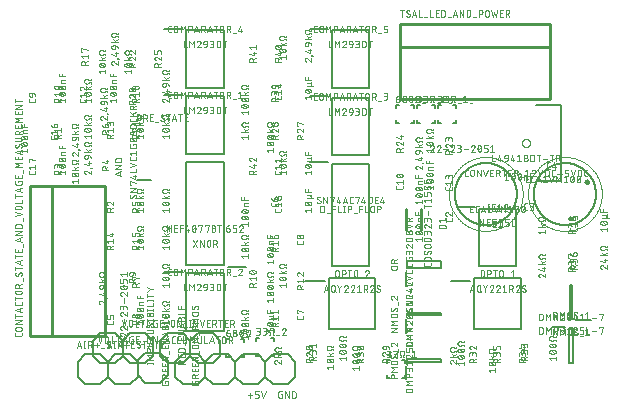
<source format=gbr>
G04 EAGLE Gerber RS-274X export*
G75*
%MOMM*%
%FSLAX34Y34*%
%LPD*%
%INSilkscreen Top*%
%IPPOS*%
%AMOC8*
5,1,8,0,0,1.08239X$1,22.5*%
G01*
%ADD10C,0.152400*%
%ADD11C,0.050800*%
%ADD12C,0.050000*%
%ADD13C,0.200000*%
%ADD14C,0.254000*%
%ADD15C,0.250000*%


D10*
X198120Y45720D02*
X200660Y45720D01*
X198120Y45720D02*
X198120Y43180D01*
X213360Y43180D02*
X213360Y45720D01*
X210820Y45720D01*
X213360Y33020D02*
X213360Y30480D01*
X210820Y30480D01*
X200660Y30480D02*
X198120Y30480D01*
X198120Y33020D01*
D11*
X198374Y48514D02*
X199926Y48514D01*
X200003Y48516D01*
X200081Y48522D01*
X200157Y48531D01*
X200234Y48545D01*
X200309Y48562D01*
X200383Y48583D01*
X200457Y48608D01*
X200529Y48636D01*
X200599Y48668D01*
X200668Y48703D01*
X200735Y48742D01*
X200800Y48784D01*
X200863Y48829D01*
X200924Y48877D01*
X200982Y48928D01*
X201037Y48982D01*
X201090Y49039D01*
X201139Y49098D01*
X201186Y49160D01*
X201230Y49224D01*
X201270Y49290D01*
X201307Y49358D01*
X201341Y49428D01*
X201371Y49499D01*
X201397Y49572D01*
X201420Y49646D01*
X201439Y49721D01*
X201454Y49796D01*
X201466Y49873D01*
X201474Y49950D01*
X201478Y50027D01*
X201478Y50105D01*
X201474Y50182D01*
X201466Y50259D01*
X201454Y50336D01*
X201439Y50411D01*
X201420Y50486D01*
X201397Y50560D01*
X201371Y50633D01*
X201341Y50704D01*
X201307Y50774D01*
X201270Y50842D01*
X201230Y50908D01*
X201186Y50972D01*
X201139Y51034D01*
X201090Y51093D01*
X201037Y51150D01*
X200982Y51204D01*
X200924Y51255D01*
X200863Y51303D01*
X200800Y51348D01*
X200735Y51390D01*
X200668Y51429D01*
X200599Y51464D01*
X200529Y51496D01*
X200457Y51524D01*
X200383Y51549D01*
X200309Y51570D01*
X200234Y51587D01*
X200157Y51601D01*
X200081Y51610D01*
X200003Y51616D01*
X199926Y51618D01*
X200237Y54102D02*
X198374Y54102D01*
X200237Y54102D02*
X200307Y54100D01*
X200376Y54094D01*
X200445Y54084D01*
X200513Y54071D01*
X200581Y54053D01*
X200647Y54032D01*
X200712Y54007D01*
X200776Y53979D01*
X200838Y53947D01*
X200898Y53912D01*
X200956Y53873D01*
X201011Y53831D01*
X201065Y53786D01*
X201115Y53738D01*
X201163Y53688D01*
X201208Y53634D01*
X201250Y53579D01*
X201289Y53521D01*
X201324Y53461D01*
X201356Y53399D01*
X201384Y53335D01*
X201409Y53270D01*
X201430Y53204D01*
X201448Y53136D01*
X201461Y53068D01*
X201471Y52999D01*
X201477Y52930D01*
X201479Y52860D01*
X201477Y52790D01*
X201471Y52721D01*
X201461Y52652D01*
X201448Y52584D01*
X201430Y52516D01*
X201409Y52450D01*
X201384Y52385D01*
X201356Y52321D01*
X201324Y52259D01*
X201289Y52199D01*
X201250Y52141D01*
X201208Y52086D01*
X201163Y52032D01*
X201115Y51982D01*
X201065Y51934D01*
X201011Y51889D01*
X200956Y51847D01*
X200898Y51808D01*
X200838Y51773D01*
X200776Y51741D01*
X200712Y51713D01*
X200647Y51688D01*
X200581Y51667D01*
X200513Y51649D01*
X200445Y51636D01*
X200376Y51626D01*
X200307Y51620D01*
X200237Y51618D01*
X198995Y51618D01*
X203860Y48514D02*
X205413Y48514D01*
X205490Y48516D01*
X205568Y48522D01*
X205644Y48531D01*
X205721Y48545D01*
X205796Y48562D01*
X205870Y48583D01*
X205944Y48608D01*
X206016Y48636D01*
X206086Y48668D01*
X206155Y48703D01*
X206222Y48742D01*
X206287Y48784D01*
X206350Y48829D01*
X206411Y48877D01*
X206469Y48928D01*
X206524Y48982D01*
X206577Y49039D01*
X206626Y49098D01*
X206673Y49160D01*
X206717Y49224D01*
X206757Y49290D01*
X206794Y49358D01*
X206828Y49428D01*
X206858Y49499D01*
X206884Y49572D01*
X206907Y49646D01*
X206926Y49721D01*
X206941Y49796D01*
X206953Y49873D01*
X206961Y49950D01*
X206965Y50027D01*
X206965Y50105D01*
X206961Y50182D01*
X206953Y50259D01*
X206941Y50336D01*
X206926Y50411D01*
X206907Y50486D01*
X206884Y50560D01*
X206858Y50633D01*
X206828Y50704D01*
X206794Y50774D01*
X206757Y50842D01*
X206717Y50908D01*
X206673Y50972D01*
X206626Y51034D01*
X206577Y51093D01*
X206524Y51150D01*
X206469Y51204D01*
X206411Y51255D01*
X206350Y51303D01*
X206287Y51348D01*
X206222Y51390D01*
X206155Y51429D01*
X206086Y51464D01*
X206016Y51496D01*
X205944Y51524D01*
X205870Y51549D01*
X205796Y51570D01*
X205721Y51587D01*
X205644Y51601D01*
X205568Y51610D01*
X205490Y51616D01*
X205413Y51618D01*
X205723Y54102D02*
X203860Y54102D01*
X205723Y54102D02*
X205793Y54100D01*
X205862Y54094D01*
X205931Y54084D01*
X205999Y54071D01*
X206067Y54053D01*
X206133Y54032D01*
X206198Y54007D01*
X206262Y53979D01*
X206324Y53947D01*
X206384Y53912D01*
X206442Y53873D01*
X206497Y53831D01*
X206551Y53786D01*
X206601Y53738D01*
X206649Y53688D01*
X206694Y53634D01*
X206736Y53579D01*
X206775Y53521D01*
X206810Y53461D01*
X206842Y53399D01*
X206870Y53335D01*
X206895Y53270D01*
X206916Y53204D01*
X206934Y53136D01*
X206947Y53068D01*
X206957Y52999D01*
X206963Y52930D01*
X206965Y52860D01*
X206963Y52790D01*
X206957Y52721D01*
X206947Y52652D01*
X206934Y52584D01*
X206916Y52516D01*
X206895Y52450D01*
X206870Y52385D01*
X206842Y52321D01*
X206810Y52259D01*
X206775Y52199D01*
X206736Y52141D01*
X206694Y52086D01*
X206649Y52032D01*
X206601Y51982D01*
X206551Y51934D01*
X206497Y51889D01*
X206442Y51847D01*
X206384Y51808D01*
X206324Y51773D01*
X206262Y51741D01*
X206198Y51713D01*
X206133Y51688D01*
X206067Y51667D01*
X205999Y51649D01*
X205931Y51636D01*
X205862Y51626D01*
X205793Y51620D01*
X205723Y51618D01*
X204481Y51618D01*
X209402Y52239D02*
X209404Y52323D01*
X209409Y52406D01*
X209419Y52489D01*
X209432Y52572D01*
X209449Y52654D01*
X209469Y52735D01*
X209493Y52815D01*
X209521Y52894D01*
X209552Y52971D01*
X209586Y53047D01*
X209624Y53122D01*
X209666Y53195D01*
X209710Y53265D01*
X209758Y53334D01*
X209808Y53401D01*
X209862Y53465D01*
X209918Y53526D01*
X209978Y53586D01*
X210039Y53642D01*
X210103Y53696D01*
X210170Y53746D01*
X210239Y53794D01*
X210309Y53838D01*
X210382Y53880D01*
X210457Y53918D01*
X210533Y53952D01*
X210610Y53983D01*
X210689Y54011D01*
X210769Y54035D01*
X210850Y54055D01*
X210932Y54072D01*
X211015Y54085D01*
X211098Y54095D01*
X211181Y54100D01*
X211265Y54102D01*
X209402Y52239D02*
X209402Y51618D01*
X209404Y51535D01*
X209410Y51453D01*
X209419Y51371D01*
X209433Y51289D01*
X209450Y51208D01*
X209471Y51129D01*
X209496Y51050D01*
X209525Y50972D01*
X209557Y50896D01*
X209593Y50822D01*
X209632Y50749D01*
X209674Y50678D01*
X209720Y50609D01*
X209769Y50542D01*
X209821Y50478D01*
X209876Y50417D01*
X209934Y50358D01*
X209995Y50301D01*
X210058Y50248D01*
X210123Y50198D01*
X210191Y50150D01*
X210261Y50107D01*
X210333Y50066D01*
X210333Y48514D01*
X209402Y48514D01*
X213128Y52239D02*
X213126Y52323D01*
X213121Y52406D01*
X213111Y52489D01*
X213098Y52572D01*
X213081Y52654D01*
X213061Y52735D01*
X213037Y52815D01*
X213009Y52894D01*
X212978Y52971D01*
X212944Y53047D01*
X212906Y53122D01*
X212864Y53195D01*
X212820Y53265D01*
X212772Y53334D01*
X212722Y53401D01*
X212668Y53465D01*
X212612Y53526D01*
X212552Y53586D01*
X212491Y53642D01*
X212427Y53696D01*
X212360Y53746D01*
X212291Y53794D01*
X212221Y53838D01*
X212148Y53880D01*
X212073Y53918D01*
X211997Y53952D01*
X211920Y53983D01*
X211841Y54011D01*
X211761Y54035D01*
X211680Y54055D01*
X211598Y54072D01*
X211515Y54085D01*
X211432Y54094D01*
X211349Y54100D01*
X211265Y54102D01*
X213127Y52239D02*
X213127Y51618D01*
X213125Y51535D01*
X213119Y51453D01*
X213110Y51371D01*
X213096Y51289D01*
X213079Y51208D01*
X213058Y51129D01*
X213033Y51050D01*
X213004Y50972D01*
X212972Y50896D01*
X212936Y50822D01*
X212897Y50749D01*
X212855Y50678D01*
X212809Y50609D01*
X212760Y50542D01*
X212708Y50478D01*
X212653Y50417D01*
X212595Y50358D01*
X212534Y50301D01*
X212471Y50248D01*
X212406Y50198D01*
X212338Y50150D01*
X212268Y50107D01*
X212196Y50066D01*
X212196Y48514D01*
X213127Y48514D01*
X215326Y47893D02*
X217810Y47893D01*
X223058Y52705D02*
X223056Y52778D01*
X223050Y52851D01*
X223041Y52924D01*
X223027Y52995D01*
X223010Y53067D01*
X222990Y53137D01*
X222965Y53206D01*
X222937Y53273D01*
X222906Y53339D01*
X222871Y53404D01*
X222833Y53466D01*
X222791Y53526D01*
X222747Y53584D01*
X222699Y53640D01*
X222649Y53693D01*
X222596Y53743D01*
X222540Y53791D01*
X222482Y53835D01*
X222422Y53877D01*
X222360Y53915D01*
X222295Y53950D01*
X222229Y53981D01*
X222162Y54009D01*
X222093Y54034D01*
X222023Y54054D01*
X221951Y54071D01*
X221880Y54085D01*
X221807Y54094D01*
X221734Y54100D01*
X221661Y54102D01*
X221577Y54100D01*
X221494Y54094D01*
X221411Y54085D01*
X221329Y54071D01*
X221247Y54054D01*
X221166Y54032D01*
X221086Y54007D01*
X221008Y53979D01*
X220930Y53947D01*
X220855Y53911D01*
X220781Y53872D01*
X220709Y53829D01*
X220639Y53783D01*
X220572Y53734D01*
X220506Y53681D01*
X220444Y53626D01*
X220384Y53568D01*
X220326Y53507D01*
X220272Y53444D01*
X220220Y53378D01*
X220172Y53310D01*
X220127Y53239D01*
X220085Y53167D01*
X220047Y53092D01*
X220012Y53016D01*
X219981Y52939D01*
X219953Y52860D01*
X222592Y51619D02*
X222646Y51672D01*
X222697Y51729D01*
X222745Y51788D01*
X222790Y51849D01*
X222831Y51912D01*
X222870Y51978D01*
X222905Y52045D01*
X222937Y52114D01*
X222965Y52185D01*
X222989Y52256D01*
X223010Y52329D01*
X223027Y52403D01*
X223041Y52478D01*
X223050Y52553D01*
X223056Y52629D01*
X223058Y52705D01*
X222592Y51618D02*
X219954Y48514D01*
X223058Y48514D01*
D10*
X308610Y26670D02*
X311150Y26670D01*
X308610Y26670D02*
X308610Y24130D01*
X323850Y24130D02*
X323850Y26670D01*
X321310Y26670D01*
X323850Y13970D02*
X323850Y11430D01*
X321310Y11430D01*
X311150Y11430D02*
X308610Y11430D01*
X308610Y13970D01*
D11*
X308864Y29464D02*
X310416Y29464D01*
X310493Y29466D01*
X310571Y29472D01*
X310647Y29481D01*
X310724Y29495D01*
X310799Y29512D01*
X310873Y29533D01*
X310947Y29558D01*
X311019Y29586D01*
X311089Y29618D01*
X311158Y29653D01*
X311225Y29692D01*
X311290Y29734D01*
X311353Y29779D01*
X311414Y29827D01*
X311472Y29878D01*
X311527Y29932D01*
X311580Y29989D01*
X311629Y30048D01*
X311676Y30110D01*
X311720Y30174D01*
X311760Y30240D01*
X311797Y30308D01*
X311831Y30378D01*
X311861Y30449D01*
X311887Y30522D01*
X311910Y30596D01*
X311929Y30671D01*
X311944Y30746D01*
X311956Y30823D01*
X311964Y30900D01*
X311968Y30977D01*
X311968Y31055D01*
X311964Y31132D01*
X311956Y31209D01*
X311944Y31286D01*
X311929Y31361D01*
X311910Y31436D01*
X311887Y31510D01*
X311861Y31583D01*
X311831Y31654D01*
X311797Y31724D01*
X311760Y31792D01*
X311720Y31858D01*
X311676Y31922D01*
X311629Y31984D01*
X311580Y32043D01*
X311527Y32100D01*
X311472Y32154D01*
X311414Y32205D01*
X311353Y32253D01*
X311290Y32298D01*
X311225Y32340D01*
X311158Y32379D01*
X311089Y32414D01*
X311019Y32446D01*
X310947Y32474D01*
X310873Y32499D01*
X310799Y32520D01*
X310724Y32537D01*
X310647Y32551D01*
X310571Y32560D01*
X310493Y32566D01*
X310416Y32568D01*
X310727Y35052D02*
X308864Y35052D01*
X310727Y35052D02*
X310797Y35050D01*
X310866Y35044D01*
X310935Y35034D01*
X311003Y35021D01*
X311071Y35003D01*
X311137Y34982D01*
X311202Y34957D01*
X311266Y34929D01*
X311328Y34897D01*
X311388Y34862D01*
X311446Y34823D01*
X311501Y34781D01*
X311555Y34736D01*
X311605Y34688D01*
X311653Y34638D01*
X311698Y34584D01*
X311740Y34529D01*
X311779Y34471D01*
X311814Y34411D01*
X311846Y34349D01*
X311874Y34285D01*
X311899Y34220D01*
X311920Y34154D01*
X311938Y34086D01*
X311951Y34018D01*
X311961Y33949D01*
X311967Y33880D01*
X311969Y33810D01*
X311967Y33740D01*
X311961Y33671D01*
X311951Y33602D01*
X311938Y33534D01*
X311920Y33466D01*
X311899Y33400D01*
X311874Y33335D01*
X311846Y33271D01*
X311814Y33209D01*
X311779Y33149D01*
X311740Y33091D01*
X311698Y33036D01*
X311653Y32982D01*
X311605Y32932D01*
X311555Y32884D01*
X311501Y32839D01*
X311446Y32797D01*
X311388Y32758D01*
X311328Y32723D01*
X311266Y32691D01*
X311202Y32663D01*
X311137Y32638D01*
X311071Y32617D01*
X311003Y32599D01*
X310935Y32586D01*
X310866Y32576D01*
X310797Y32570D01*
X310727Y32568D01*
X309485Y32568D01*
X314350Y29464D02*
X315903Y29464D01*
X315980Y29466D01*
X316058Y29472D01*
X316134Y29481D01*
X316211Y29495D01*
X316286Y29512D01*
X316360Y29533D01*
X316434Y29558D01*
X316506Y29586D01*
X316576Y29618D01*
X316645Y29653D01*
X316712Y29692D01*
X316777Y29734D01*
X316840Y29779D01*
X316901Y29827D01*
X316959Y29878D01*
X317014Y29932D01*
X317067Y29989D01*
X317116Y30048D01*
X317163Y30110D01*
X317207Y30174D01*
X317247Y30240D01*
X317284Y30308D01*
X317318Y30378D01*
X317348Y30449D01*
X317374Y30522D01*
X317397Y30596D01*
X317416Y30671D01*
X317431Y30746D01*
X317443Y30823D01*
X317451Y30900D01*
X317455Y30977D01*
X317455Y31055D01*
X317451Y31132D01*
X317443Y31209D01*
X317431Y31286D01*
X317416Y31361D01*
X317397Y31436D01*
X317374Y31510D01*
X317348Y31583D01*
X317318Y31654D01*
X317284Y31724D01*
X317247Y31792D01*
X317207Y31858D01*
X317163Y31922D01*
X317116Y31984D01*
X317067Y32043D01*
X317014Y32100D01*
X316959Y32154D01*
X316901Y32205D01*
X316840Y32253D01*
X316777Y32298D01*
X316712Y32340D01*
X316645Y32379D01*
X316576Y32414D01*
X316506Y32446D01*
X316434Y32474D01*
X316360Y32499D01*
X316286Y32520D01*
X316211Y32537D01*
X316134Y32551D01*
X316058Y32560D01*
X315980Y32566D01*
X315903Y32568D01*
X316213Y35052D02*
X314350Y35052D01*
X316213Y35052D02*
X316283Y35050D01*
X316352Y35044D01*
X316421Y35034D01*
X316489Y35021D01*
X316557Y35003D01*
X316623Y34982D01*
X316688Y34957D01*
X316752Y34929D01*
X316814Y34897D01*
X316874Y34862D01*
X316932Y34823D01*
X316987Y34781D01*
X317041Y34736D01*
X317091Y34688D01*
X317139Y34638D01*
X317184Y34584D01*
X317226Y34529D01*
X317265Y34471D01*
X317300Y34411D01*
X317332Y34349D01*
X317360Y34285D01*
X317385Y34220D01*
X317406Y34154D01*
X317424Y34086D01*
X317437Y34018D01*
X317447Y33949D01*
X317453Y33880D01*
X317455Y33810D01*
X317453Y33740D01*
X317447Y33671D01*
X317437Y33602D01*
X317424Y33534D01*
X317406Y33466D01*
X317385Y33400D01*
X317360Y33335D01*
X317332Y33271D01*
X317300Y33209D01*
X317265Y33149D01*
X317226Y33091D01*
X317184Y33036D01*
X317139Y32982D01*
X317091Y32932D01*
X317041Y32884D01*
X316987Y32839D01*
X316932Y32797D01*
X316874Y32758D01*
X316814Y32723D01*
X316752Y32691D01*
X316688Y32663D01*
X316623Y32638D01*
X316557Y32617D01*
X316489Y32599D01*
X316421Y32586D01*
X316352Y32576D01*
X316283Y32570D01*
X316213Y32568D01*
X314971Y32568D01*
X319892Y33189D02*
X319894Y33273D01*
X319899Y33356D01*
X319909Y33439D01*
X319922Y33522D01*
X319939Y33604D01*
X319959Y33685D01*
X319983Y33765D01*
X320011Y33844D01*
X320042Y33921D01*
X320076Y33997D01*
X320114Y34072D01*
X320156Y34145D01*
X320200Y34215D01*
X320248Y34284D01*
X320298Y34351D01*
X320352Y34415D01*
X320408Y34476D01*
X320468Y34536D01*
X320529Y34592D01*
X320593Y34646D01*
X320660Y34696D01*
X320729Y34744D01*
X320799Y34788D01*
X320872Y34830D01*
X320947Y34868D01*
X321023Y34902D01*
X321100Y34933D01*
X321179Y34961D01*
X321259Y34985D01*
X321340Y35005D01*
X321422Y35022D01*
X321505Y35035D01*
X321588Y35045D01*
X321671Y35050D01*
X321755Y35052D01*
X319892Y33189D02*
X319892Y32568D01*
X319894Y32485D01*
X319900Y32403D01*
X319909Y32321D01*
X319923Y32239D01*
X319940Y32158D01*
X319961Y32079D01*
X319986Y32000D01*
X320015Y31922D01*
X320047Y31846D01*
X320083Y31772D01*
X320122Y31699D01*
X320164Y31628D01*
X320210Y31559D01*
X320259Y31492D01*
X320311Y31428D01*
X320366Y31367D01*
X320424Y31308D01*
X320485Y31251D01*
X320548Y31198D01*
X320613Y31148D01*
X320681Y31100D01*
X320751Y31057D01*
X320823Y31016D01*
X320823Y29464D01*
X319892Y29464D01*
X323618Y33189D02*
X323616Y33273D01*
X323611Y33356D01*
X323601Y33439D01*
X323588Y33522D01*
X323571Y33604D01*
X323551Y33685D01*
X323527Y33765D01*
X323499Y33844D01*
X323468Y33921D01*
X323434Y33997D01*
X323396Y34072D01*
X323354Y34145D01*
X323310Y34215D01*
X323262Y34284D01*
X323212Y34351D01*
X323158Y34415D01*
X323102Y34476D01*
X323042Y34536D01*
X322981Y34592D01*
X322917Y34646D01*
X322850Y34696D01*
X322781Y34744D01*
X322711Y34788D01*
X322638Y34830D01*
X322563Y34868D01*
X322487Y34902D01*
X322410Y34933D01*
X322331Y34961D01*
X322251Y34985D01*
X322170Y35005D01*
X322088Y35022D01*
X322005Y35035D01*
X321922Y35044D01*
X321839Y35050D01*
X321755Y35052D01*
X323617Y33189D02*
X323617Y32568D01*
X323615Y32485D01*
X323609Y32403D01*
X323600Y32321D01*
X323586Y32239D01*
X323569Y32158D01*
X323548Y32079D01*
X323523Y32000D01*
X323494Y31922D01*
X323462Y31846D01*
X323426Y31772D01*
X323387Y31699D01*
X323345Y31628D01*
X323299Y31559D01*
X323250Y31492D01*
X323198Y31428D01*
X323143Y31367D01*
X323085Y31308D01*
X323024Y31251D01*
X322961Y31198D01*
X322896Y31148D01*
X322828Y31100D01*
X322758Y31057D01*
X322686Y31016D01*
X322686Y29464D01*
X323617Y29464D01*
X325816Y28843D02*
X328300Y28843D01*
X330444Y33810D02*
X331996Y35052D01*
X331996Y29464D01*
X330444Y29464D02*
X333548Y29464D01*
D10*
X175260Y44450D02*
X172720Y44450D01*
X172720Y41910D01*
X187960Y41910D02*
X187960Y44450D01*
X185420Y44450D01*
X187960Y31750D02*
X187960Y29210D01*
X185420Y29210D01*
X175260Y29210D02*
X172720Y29210D01*
X172720Y31750D01*
D11*
X172974Y50348D02*
X174837Y50348D01*
X174837Y50349D02*
X174907Y50347D01*
X174976Y50341D01*
X175045Y50331D01*
X175113Y50318D01*
X175181Y50300D01*
X175247Y50279D01*
X175312Y50254D01*
X175376Y50226D01*
X175438Y50194D01*
X175498Y50159D01*
X175556Y50120D01*
X175611Y50078D01*
X175665Y50033D01*
X175715Y49985D01*
X175763Y49935D01*
X175808Y49881D01*
X175850Y49826D01*
X175889Y49768D01*
X175924Y49708D01*
X175956Y49646D01*
X175984Y49582D01*
X176009Y49517D01*
X176030Y49451D01*
X176048Y49383D01*
X176061Y49315D01*
X176071Y49246D01*
X176077Y49177D01*
X176079Y49107D01*
X176078Y49107D02*
X176078Y48796D01*
X176076Y48719D01*
X176070Y48641D01*
X176061Y48565D01*
X176047Y48488D01*
X176030Y48413D01*
X176009Y48339D01*
X175984Y48265D01*
X175956Y48193D01*
X175924Y48123D01*
X175889Y48054D01*
X175850Y47987D01*
X175808Y47922D01*
X175763Y47859D01*
X175715Y47798D01*
X175664Y47740D01*
X175610Y47685D01*
X175553Y47632D01*
X175494Y47583D01*
X175432Y47536D01*
X175368Y47492D01*
X175302Y47452D01*
X175234Y47415D01*
X175164Y47381D01*
X175093Y47351D01*
X175020Y47325D01*
X174946Y47302D01*
X174871Y47283D01*
X174796Y47268D01*
X174719Y47256D01*
X174642Y47248D01*
X174565Y47244D01*
X174487Y47244D01*
X174410Y47248D01*
X174333Y47256D01*
X174256Y47268D01*
X174181Y47283D01*
X174106Y47302D01*
X174032Y47325D01*
X173959Y47351D01*
X173888Y47381D01*
X173818Y47415D01*
X173750Y47452D01*
X173684Y47492D01*
X173620Y47536D01*
X173558Y47583D01*
X173499Y47632D01*
X173442Y47685D01*
X173388Y47740D01*
X173337Y47798D01*
X173289Y47859D01*
X173244Y47922D01*
X173202Y47987D01*
X173163Y48054D01*
X173128Y48123D01*
X173096Y48193D01*
X173068Y48265D01*
X173043Y48339D01*
X173022Y48413D01*
X173005Y48488D01*
X172991Y48565D01*
X172982Y48641D01*
X172976Y48719D01*
X172974Y48796D01*
X172974Y50348D01*
X172976Y50446D01*
X172982Y50543D01*
X172991Y50640D01*
X173005Y50737D01*
X173022Y50833D01*
X173043Y50928D01*
X173067Y51022D01*
X173096Y51116D01*
X173128Y51208D01*
X173163Y51299D01*
X173202Y51388D01*
X173245Y51476D01*
X173291Y51562D01*
X173340Y51646D01*
X173393Y51728D01*
X173448Y51808D01*
X173507Y51886D01*
X173569Y51961D01*
X173634Y52034D01*
X173702Y52104D01*
X173772Y52172D01*
X173845Y52237D01*
X173920Y52299D01*
X173998Y52358D01*
X174078Y52413D01*
X174160Y52466D01*
X174244Y52515D01*
X174330Y52561D01*
X174418Y52604D01*
X174507Y52643D01*
X174598Y52678D01*
X174690Y52710D01*
X174784Y52739D01*
X174878Y52763D01*
X174973Y52784D01*
X175069Y52801D01*
X175166Y52815D01*
X175263Y52824D01*
X175360Y52830D01*
X175458Y52832D01*
X178461Y48796D02*
X178463Y48873D01*
X178469Y48951D01*
X178478Y49027D01*
X178492Y49104D01*
X178509Y49179D01*
X178530Y49253D01*
X178555Y49327D01*
X178583Y49399D01*
X178615Y49469D01*
X178650Y49538D01*
X178689Y49605D01*
X178731Y49670D01*
X178776Y49733D01*
X178824Y49794D01*
X178875Y49852D01*
X178929Y49907D01*
X178986Y49960D01*
X179045Y50009D01*
X179107Y50056D01*
X179171Y50100D01*
X179237Y50140D01*
X179305Y50177D01*
X179375Y50211D01*
X179446Y50241D01*
X179519Y50267D01*
X179593Y50290D01*
X179668Y50309D01*
X179743Y50324D01*
X179820Y50336D01*
X179897Y50344D01*
X179974Y50348D01*
X180052Y50348D01*
X180129Y50344D01*
X180206Y50336D01*
X180283Y50324D01*
X180358Y50309D01*
X180433Y50290D01*
X180507Y50267D01*
X180580Y50241D01*
X180651Y50211D01*
X180721Y50177D01*
X180789Y50140D01*
X180855Y50100D01*
X180919Y50056D01*
X180981Y50009D01*
X181040Y49960D01*
X181097Y49907D01*
X181151Y49852D01*
X181202Y49794D01*
X181250Y49733D01*
X181295Y49670D01*
X181337Y49605D01*
X181376Y49538D01*
X181411Y49469D01*
X181443Y49399D01*
X181471Y49327D01*
X181496Y49253D01*
X181517Y49179D01*
X181534Y49104D01*
X181548Y49027D01*
X181557Y48951D01*
X181563Y48873D01*
X181565Y48796D01*
X181563Y48719D01*
X181557Y48641D01*
X181548Y48565D01*
X181534Y48488D01*
X181517Y48413D01*
X181496Y48339D01*
X181471Y48265D01*
X181443Y48193D01*
X181411Y48123D01*
X181376Y48054D01*
X181337Y47987D01*
X181295Y47922D01*
X181250Y47859D01*
X181202Y47798D01*
X181151Y47740D01*
X181097Y47685D01*
X181040Y47632D01*
X180981Y47583D01*
X180919Y47536D01*
X180855Y47492D01*
X180789Y47452D01*
X180721Y47415D01*
X180651Y47381D01*
X180580Y47351D01*
X180507Y47325D01*
X180433Y47302D01*
X180358Y47283D01*
X180283Y47268D01*
X180206Y47256D01*
X180129Y47248D01*
X180052Y47244D01*
X179974Y47244D01*
X179897Y47248D01*
X179820Y47256D01*
X179743Y47268D01*
X179668Y47283D01*
X179593Y47302D01*
X179519Y47325D01*
X179446Y47351D01*
X179375Y47381D01*
X179305Y47415D01*
X179237Y47452D01*
X179171Y47492D01*
X179107Y47536D01*
X179045Y47583D01*
X178986Y47632D01*
X178929Y47685D01*
X178875Y47740D01*
X178824Y47798D01*
X178776Y47859D01*
X178731Y47922D01*
X178689Y47987D01*
X178650Y48054D01*
X178615Y48123D01*
X178583Y48193D01*
X178555Y48265D01*
X178530Y48339D01*
X178509Y48413D01*
X178492Y48488D01*
X178478Y48565D01*
X178469Y48641D01*
X178463Y48719D01*
X178461Y48796D01*
X178771Y51590D02*
X178773Y51660D01*
X178779Y51729D01*
X178789Y51798D01*
X178802Y51866D01*
X178820Y51934D01*
X178841Y52000D01*
X178866Y52065D01*
X178894Y52129D01*
X178926Y52191D01*
X178961Y52251D01*
X179000Y52309D01*
X179042Y52364D01*
X179087Y52418D01*
X179135Y52468D01*
X179185Y52516D01*
X179239Y52561D01*
X179294Y52603D01*
X179352Y52642D01*
X179412Y52677D01*
X179474Y52709D01*
X179538Y52737D01*
X179603Y52762D01*
X179669Y52783D01*
X179737Y52801D01*
X179805Y52814D01*
X179874Y52824D01*
X179943Y52830D01*
X180013Y52832D01*
X180083Y52830D01*
X180152Y52824D01*
X180221Y52814D01*
X180289Y52801D01*
X180357Y52783D01*
X180423Y52762D01*
X180488Y52737D01*
X180552Y52709D01*
X180614Y52677D01*
X180674Y52642D01*
X180732Y52603D01*
X180787Y52561D01*
X180841Y52516D01*
X180891Y52468D01*
X180939Y52418D01*
X180984Y52364D01*
X181026Y52309D01*
X181065Y52251D01*
X181100Y52191D01*
X181132Y52129D01*
X181160Y52065D01*
X181185Y52000D01*
X181206Y51934D01*
X181224Y51866D01*
X181237Y51798D01*
X181247Y51729D01*
X181253Y51660D01*
X181255Y51590D01*
X181253Y51520D01*
X181247Y51451D01*
X181237Y51382D01*
X181224Y51314D01*
X181206Y51246D01*
X181185Y51180D01*
X181160Y51115D01*
X181132Y51051D01*
X181100Y50989D01*
X181065Y50929D01*
X181026Y50871D01*
X180984Y50816D01*
X180939Y50762D01*
X180891Y50712D01*
X180841Y50664D01*
X180787Y50619D01*
X180732Y50577D01*
X180674Y50538D01*
X180614Y50503D01*
X180552Y50471D01*
X180488Y50443D01*
X180423Y50418D01*
X180357Y50397D01*
X180289Y50379D01*
X180221Y50366D01*
X180152Y50356D01*
X180083Y50350D01*
X180013Y50348D01*
X179943Y50350D01*
X179874Y50356D01*
X179805Y50366D01*
X179737Y50379D01*
X179669Y50397D01*
X179603Y50418D01*
X179538Y50443D01*
X179474Y50471D01*
X179412Y50503D01*
X179352Y50538D01*
X179294Y50577D01*
X179239Y50619D01*
X179185Y50664D01*
X179135Y50712D01*
X179087Y50762D01*
X179042Y50816D01*
X179000Y50871D01*
X178961Y50929D01*
X178926Y50989D01*
X178894Y51051D01*
X178866Y51115D01*
X178841Y51180D01*
X178820Y51246D01*
X178802Y51314D01*
X178789Y51382D01*
X178779Y51451D01*
X178773Y51520D01*
X178771Y51590D01*
X183947Y50038D02*
X183949Y50169D01*
X183954Y50299D01*
X183964Y50429D01*
X183977Y50559D01*
X183993Y50689D01*
X184013Y50818D01*
X184037Y50946D01*
X184065Y51073D01*
X184096Y51200D01*
X184131Y51326D01*
X184169Y51451D01*
X184211Y51575D01*
X184256Y51697D01*
X184305Y51818D01*
X184357Y51938D01*
X184413Y52056D01*
X184412Y52056D02*
X184435Y52116D01*
X184461Y52176D01*
X184490Y52233D01*
X184523Y52289D01*
X184559Y52343D01*
X184597Y52395D01*
X184639Y52445D01*
X184683Y52492D01*
X184730Y52537D01*
X184780Y52579D01*
X184831Y52618D01*
X184885Y52654D01*
X184941Y52687D01*
X184998Y52717D01*
X185057Y52744D01*
X185118Y52767D01*
X185179Y52787D01*
X185242Y52803D01*
X185306Y52816D01*
X185370Y52825D01*
X185434Y52830D01*
X185499Y52832D01*
X185564Y52830D01*
X185628Y52825D01*
X185692Y52816D01*
X185756Y52803D01*
X185819Y52787D01*
X185880Y52767D01*
X185941Y52744D01*
X186000Y52717D01*
X186057Y52687D01*
X186113Y52654D01*
X186167Y52618D01*
X186218Y52579D01*
X186268Y52537D01*
X186315Y52492D01*
X186359Y52445D01*
X186401Y52395D01*
X186439Y52343D01*
X186475Y52289D01*
X186508Y52233D01*
X186537Y52176D01*
X186563Y52116D01*
X186586Y52056D01*
X186642Y51938D01*
X186694Y51818D01*
X186743Y51697D01*
X186788Y51575D01*
X186830Y51451D01*
X186868Y51326D01*
X186903Y51200D01*
X186934Y51074D01*
X186962Y50946D01*
X186986Y50818D01*
X187006Y50689D01*
X187022Y50559D01*
X187035Y50429D01*
X187045Y50299D01*
X187050Y50169D01*
X187052Y50038D01*
X183947Y50038D02*
X183949Y49907D01*
X183954Y49777D01*
X183964Y49647D01*
X183977Y49517D01*
X183993Y49387D01*
X184013Y49258D01*
X184037Y49130D01*
X184065Y49003D01*
X184096Y48876D01*
X184131Y48750D01*
X184169Y48625D01*
X184211Y48501D01*
X184256Y48379D01*
X184305Y48258D01*
X184357Y48138D01*
X184413Y48020D01*
X184412Y48020D02*
X184435Y47960D01*
X184461Y47900D01*
X184490Y47843D01*
X184523Y47787D01*
X184559Y47733D01*
X184597Y47681D01*
X184639Y47631D01*
X184683Y47584D01*
X184730Y47539D01*
X184780Y47497D01*
X184831Y47458D01*
X184885Y47422D01*
X184941Y47389D01*
X184998Y47359D01*
X185057Y47332D01*
X185118Y47309D01*
X185179Y47289D01*
X185242Y47273D01*
X185306Y47260D01*
X185370Y47251D01*
X185434Y47246D01*
X185499Y47244D01*
X186585Y48020D02*
X186641Y48138D01*
X186693Y48258D01*
X186742Y48379D01*
X186787Y48501D01*
X186829Y48625D01*
X186867Y48750D01*
X186902Y48876D01*
X186933Y49002D01*
X186961Y49130D01*
X186985Y49258D01*
X187005Y49387D01*
X187021Y49517D01*
X187034Y49647D01*
X187044Y49777D01*
X187049Y49907D01*
X187051Y50038D01*
X186586Y48020D02*
X186563Y47960D01*
X186537Y47900D01*
X186508Y47843D01*
X186475Y47787D01*
X186439Y47733D01*
X186401Y47681D01*
X186359Y47631D01*
X186315Y47584D01*
X186268Y47539D01*
X186218Y47497D01*
X186167Y47458D01*
X186113Y47422D01*
X186057Y47389D01*
X186000Y47359D01*
X185941Y47332D01*
X185880Y47309D01*
X185819Y47289D01*
X185756Y47273D01*
X185692Y47260D01*
X185628Y47251D01*
X185564Y47246D01*
X185499Y47244D01*
X184257Y48486D02*
X186741Y51590D01*
X189488Y50969D02*
X189490Y51053D01*
X189495Y51136D01*
X189505Y51219D01*
X189518Y51302D01*
X189535Y51384D01*
X189555Y51465D01*
X189579Y51545D01*
X189607Y51624D01*
X189638Y51701D01*
X189672Y51777D01*
X189710Y51852D01*
X189752Y51925D01*
X189796Y51995D01*
X189844Y52064D01*
X189894Y52131D01*
X189948Y52195D01*
X190004Y52256D01*
X190064Y52316D01*
X190125Y52372D01*
X190189Y52426D01*
X190256Y52476D01*
X190325Y52524D01*
X190395Y52568D01*
X190468Y52610D01*
X190543Y52648D01*
X190619Y52682D01*
X190696Y52713D01*
X190775Y52741D01*
X190855Y52765D01*
X190936Y52785D01*
X191018Y52802D01*
X191101Y52815D01*
X191184Y52825D01*
X191267Y52830D01*
X191351Y52832D01*
X189488Y50969D02*
X189488Y50348D01*
X189489Y50348D02*
X189491Y50265D01*
X189497Y50183D01*
X189506Y50101D01*
X189520Y50019D01*
X189537Y49938D01*
X189558Y49859D01*
X189583Y49780D01*
X189612Y49702D01*
X189644Y49626D01*
X189680Y49552D01*
X189719Y49479D01*
X189761Y49408D01*
X189807Y49339D01*
X189856Y49272D01*
X189908Y49208D01*
X189963Y49147D01*
X190021Y49088D01*
X190082Y49031D01*
X190145Y48978D01*
X190210Y48928D01*
X190278Y48880D01*
X190348Y48837D01*
X190420Y48796D01*
X190420Y47244D01*
X189488Y47244D01*
X193214Y50969D02*
X193212Y51053D01*
X193207Y51136D01*
X193197Y51219D01*
X193184Y51302D01*
X193167Y51384D01*
X193147Y51465D01*
X193123Y51545D01*
X193095Y51624D01*
X193064Y51701D01*
X193030Y51777D01*
X192992Y51852D01*
X192950Y51925D01*
X192906Y51995D01*
X192858Y52064D01*
X192808Y52131D01*
X192754Y52195D01*
X192698Y52256D01*
X192638Y52316D01*
X192577Y52372D01*
X192513Y52426D01*
X192446Y52476D01*
X192377Y52524D01*
X192307Y52568D01*
X192234Y52610D01*
X192159Y52648D01*
X192083Y52682D01*
X192006Y52713D01*
X191927Y52741D01*
X191847Y52765D01*
X191766Y52785D01*
X191684Y52802D01*
X191601Y52815D01*
X191518Y52824D01*
X191435Y52830D01*
X191351Y52832D01*
X193214Y50969D02*
X193214Y50348D01*
X193212Y50265D01*
X193206Y50183D01*
X193197Y50101D01*
X193183Y50019D01*
X193166Y49938D01*
X193145Y49859D01*
X193120Y49780D01*
X193091Y49702D01*
X193059Y49626D01*
X193023Y49552D01*
X192984Y49479D01*
X192942Y49408D01*
X192896Y49339D01*
X192847Y49272D01*
X192795Y49208D01*
X192740Y49147D01*
X192682Y49088D01*
X192621Y49031D01*
X192558Y48978D01*
X192493Y48928D01*
X192425Y48880D01*
X192355Y48837D01*
X192283Y48796D01*
X192282Y48796D02*
X192282Y47244D01*
X193214Y47244D01*
D12*
X361340Y167640D02*
X361349Y168407D01*
X361378Y169173D01*
X361425Y169939D01*
X361490Y170703D01*
X361575Y171465D01*
X361678Y172225D01*
X361800Y172983D01*
X361940Y173737D01*
X362099Y174487D01*
X362277Y175233D01*
X362472Y175975D01*
X362686Y176711D01*
X362917Y177443D01*
X363167Y178168D01*
X363434Y178887D01*
X363719Y179599D01*
X364021Y180304D01*
X364340Y181001D01*
X364677Y181690D01*
X365030Y182371D01*
X365400Y183043D01*
X365786Y183706D01*
X366188Y184359D01*
X366607Y185002D01*
X367040Y185634D01*
X367490Y186256D01*
X367954Y186866D01*
X368433Y187465D01*
X368927Y188052D01*
X369435Y188626D01*
X369957Y189188D01*
X370493Y189737D01*
X371042Y190273D01*
X371604Y190795D01*
X372178Y191303D01*
X372765Y191797D01*
X373364Y192276D01*
X373974Y192740D01*
X374596Y193190D01*
X375228Y193623D01*
X375871Y194042D01*
X376524Y194444D01*
X377187Y194830D01*
X377859Y195200D01*
X378540Y195553D01*
X379229Y195890D01*
X379926Y196209D01*
X380631Y196511D01*
X381343Y196796D01*
X382062Y197063D01*
X382787Y197313D01*
X383519Y197544D01*
X384255Y197758D01*
X384997Y197953D01*
X385743Y198131D01*
X386493Y198290D01*
X387247Y198430D01*
X388005Y198552D01*
X388765Y198655D01*
X389527Y198740D01*
X390291Y198805D01*
X391057Y198852D01*
X391823Y198881D01*
X392590Y198890D01*
X393357Y198881D01*
X394123Y198852D01*
X394889Y198805D01*
X395653Y198740D01*
X396415Y198655D01*
X397175Y198552D01*
X397933Y198430D01*
X398687Y198290D01*
X399437Y198131D01*
X400183Y197953D01*
X400925Y197758D01*
X401661Y197544D01*
X402393Y197313D01*
X403118Y197063D01*
X403837Y196796D01*
X404549Y196511D01*
X405254Y196209D01*
X405951Y195890D01*
X406640Y195553D01*
X407321Y195200D01*
X407993Y194830D01*
X408656Y194444D01*
X409309Y194042D01*
X409952Y193623D01*
X410584Y193190D01*
X411206Y192740D01*
X411816Y192276D01*
X412415Y191797D01*
X413002Y191303D01*
X413576Y190795D01*
X414138Y190273D01*
X414687Y189737D01*
X415223Y189188D01*
X415745Y188626D01*
X416253Y188052D01*
X416747Y187465D01*
X417226Y186866D01*
X417690Y186256D01*
X418140Y185634D01*
X418573Y185002D01*
X418992Y184359D01*
X419394Y183706D01*
X419780Y183043D01*
X420150Y182371D01*
X420503Y181690D01*
X420840Y181001D01*
X421159Y180304D01*
X421461Y179599D01*
X421746Y178887D01*
X422013Y178168D01*
X422263Y177443D01*
X422494Y176711D01*
X422708Y175975D01*
X422903Y175233D01*
X423081Y174487D01*
X423240Y173737D01*
X423380Y172983D01*
X423502Y172225D01*
X423605Y171465D01*
X423690Y170703D01*
X423755Y169939D01*
X423802Y169173D01*
X423831Y168407D01*
X423840Y167640D01*
X423831Y166873D01*
X423802Y166107D01*
X423755Y165341D01*
X423690Y164577D01*
X423605Y163815D01*
X423502Y163055D01*
X423380Y162297D01*
X423240Y161543D01*
X423081Y160793D01*
X422903Y160047D01*
X422708Y159305D01*
X422494Y158569D01*
X422263Y157837D01*
X422013Y157112D01*
X421746Y156393D01*
X421461Y155681D01*
X421159Y154976D01*
X420840Y154279D01*
X420503Y153590D01*
X420150Y152909D01*
X419780Y152237D01*
X419394Y151574D01*
X418992Y150921D01*
X418573Y150278D01*
X418140Y149646D01*
X417690Y149024D01*
X417226Y148414D01*
X416747Y147815D01*
X416253Y147228D01*
X415745Y146654D01*
X415223Y146092D01*
X414687Y145543D01*
X414138Y145007D01*
X413576Y144485D01*
X413002Y143977D01*
X412415Y143483D01*
X411816Y143004D01*
X411206Y142540D01*
X410584Y142090D01*
X409952Y141657D01*
X409309Y141238D01*
X408656Y140836D01*
X407993Y140450D01*
X407321Y140080D01*
X406640Y139727D01*
X405951Y139390D01*
X405254Y139071D01*
X404549Y138769D01*
X403837Y138484D01*
X403118Y138217D01*
X402393Y137967D01*
X401661Y137736D01*
X400925Y137522D01*
X400183Y137327D01*
X399437Y137149D01*
X398687Y136990D01*
X397933Y136850D01*
X397175Y136728D01*
X396415Y136625D01*
X395653Y136540D01*
X394889Y136475D01*
X394123Y136428D01*
X393357Y136399D01*
X392590Y136390D01*
X391823Y136399D01*
X391057Y136428D01*
X390291Y136475D01*
X389527Y136540D01*
X388765Y136625D01*
X388005Y136728D01*
X387247Y136850D01*
X386493Y136990D01*
X385743Y137149D01*
X384997Y137327D01*
X384255Y137522D01*
X383519Y137736D01*
X382787Y137967D01*
X382062Y138217D01*
X381343Y138484D01*
X380631Y138769D01*
X379926Y139071D01*
X379229Y139390D01*
X378540Y139727D01*
X377859Y140080D01*
X377187Y140450D01*
X376524Y140836D01*
X375871Y141238D01*
X375228Y141657D01*
X374596Y142090D01*
X373974Y142540D01*
X373364Y143004D01*
X372765Y143483D01*
X372178Y143977D01*
X371604Y144485D01*
X371042Y145007D01*
X370493Y145543D01*
X369957Y146092D01*
X369435Y146654D01*
X368927Y147228D01*
X368433Y147815D01*
X367954Y148414D01*
X367490Y149024D01*
X367040Y149646D01*
X366607Y150278D01*
X366188Y150921D01*
X365786Y151574D01*
X365400Y152237D01*
X365030Y152909D01*
X364677Y153590D01*
X364340Y154279D01*
X364021Y154976D01*
X363719Y155681D01*
X363434Y156393D01*
X363167Y157112D01*
X362917Y157837D01*
X362686Y158569D01*
X362472Y159305D01*
X362277Y160047D01*
X362099Y160793D01*
X361940Y161543D01*
X361800Y162297D01*
X361678Y163055D01*
X361575Y163815D01*
X361490Y164577D01*
X361425Y165341D01*
X361378Y166107D01*
X361349Y166873D01*
X361340Y167640D01*
D13*
X366340Y167640D02*
X366348Y168284D01*
X366372Y168928D01*
X366411Y169571D01*
X366466Y170213D01*
X366537Y170853D01*
X366624Y171492D01*
X366726Y172128D01*
X366844Y172761D01*
X366978Y173391D01*
X367127Y174018D01*
X367291Y174641D01*
X367470Y175260D01*
X367665Y175874D01*
X367874Y176483D01*
X368099Y177087D01*
X368338Y177685D01*
X368592Y178278D01*
X368860Y178863D01*
X369143Y179442D01*
X369440Y180014D01*
X369750Y180579D01*
X370075Y181135D01*
X370413Y181684D01*
X370764Y182224D01*
X371128Y182755D01*
X371506Y183277D01*
X371896Y183790D01*
X372298Y184293D01*
X372713Y184786D01*
X373140Y185268D01*
X373579Y185740D01*
X374028Y186202D01*
X374490Y186651D01*
X374962Y187090D01*
X375444Y187517D01*
X375937Y187932D01*
X376440Y188334D01*
X376953Y188724D01*
X377475Y189102D01*
X378006Y189466D01*
X378546Y189817D01*
X379095Y190155D01*
X379651Y190480D01*
X380216Y190790D01*
X380788Y191087D01*
X381367Y191370D01*
X381952Y191638D01*
X382545Y191892D01*
X383143Y192131D01*
X383747Y192356D01*
X384356Y192565D01*
X384970Y192760D01*
X385589Y192939D01*
X386212Y193103D01*
X386839Y193252D01*
X387469Y193386D01*
X388102Y193504D01*
X388738Y193606D01*
X389377Y193693D01*
X390017Y193764D01*
X390659Y193819D01*
X391302Y193858D01*
X391946Y193882D01*
X392590Y193890D01*
X393234Y193882D01*
X393878Y193858D01*
X394521Y193819D01*
X395163Y193764D01*
X395803Y193693D01*
X396442Y193606D01*
X397078Y193504D01*
X397711Y193386D01*
X398341Y193252D01*
X398968Y193103D01*
X399591Y192939D01*
X400210Y192760D01*
X400824Y192565D01*
X401433Y192356D01*
X402037Y192131D01*
X402635Y191892D01*
X403228Y191638D01*
X403813Y191370D01*
X404392Y191087D01*
X404964Y190790D01*
X405529Y190480D01*
X406085Y190155D01*
X406634Y189817D01*
X407174Y189466D01*
X407705Y189102D01*
X408227Y188724D01*
X408740Y188334D01*
X409243Y187932D01*
X409736Y187517D01*
X410218Y187090D01*
X410690Y186651D01*
X411152Y186202D01*
X411601Y185740D01*
X412040Y185268D01*
X412467Y184786D01*
X412882Y184293D01*
X413284Y183790D01*
X413674Y183277D01*
X414052Y182755D01*
X414416Y182224D01*
X414767Y181684D01*
X415105Y181135D01*
X415430Y180579D01*
X415740Y180014D01*
X416037Y179442D01*
X416320Y178863D01*
X416588Y178278D01*
X416842Y177685D01*
X417081Y177087D01*
X417306Y176483D01*
X417515Y175874D01*
X417710Y175260D01*
X417889Y174641D01*
X418053Y174018D01*
X418202Y173391D01*
X418336Y172761D01*
X418454Y172128D01*
X418556Y171492D01*
X418643Y170853D01*
X418714Y170213D01*
X418769Y169571D01*
X418808Y168928D01*
X418832Y168284D01*
X418840Y167640D01*
X418832Y166996D01*
X418808Y166352D01*
X418769Y165709D01*
X418714Y165067D01*
X418643Y164427D01*
X418556Y163788D01*
X418454Y163152D01*
X418336Y162519D01*
X418202Y161889D01*
X418053Y161262D01*
X417889Y160639D01*
X417710Y160020D01*
X417515Y159406D01*
X417306Y158797D01*
X417081Y158193D01*
X416842Y157595D01*
X416588Y157002D01*
X416320Y156417D01*
X416037Y155838D01*
X415740Y155266D01*
X415430Y154701D01*
X415105Y154145D01*
X414767Y153596D01*
X414416Y153056D01*
X414052Y152525D01*
X413674Y152003D01*
X413284Y151490D01*
X412882Y150987D01*
X412467Y150494D01*
X412040Y150012D01*
X411601Y149540D01*
X411152Y149078D01*
X410690Y148629D01*
X410218Y148190D01*
X409736Y147763D01*
X409243Y147348D01*
X408740Y146946D01*
X408227Y146556D01*
X407705Y146178D01*
X407174Y145814D01*
X406634Y145463D01*
X406085Y145125D01*
X405529Y144800D01*
X404964Y144490D01*
X404392Y144193D01*
X403813Y143910D01*
X403228Y143642D01*
X402635Y143388D01*
X402037Y143149D01*
X401433Y142924D01*
X400824Y142715D01*
X400210Y142520D01*
X399591Y142341D01*
X398968Y142177D01*
X398341Y142028D01*
X397711Y141894D01*
X397078Y141776D01*
X396442Y141674D01*
X395803Y141587D01*
X395163Y141516D01*
X394521Y141461D01*
X393878Y141422D01*
X393234Y141398D01*
X392590Y141390D01*
X391946Y141398D01*
X391302Y141422D01*
X390659Y141461D01*
X390017Y141516D01*
X389377Y141587D01*
X388738Y141674D01*
X388102Y141776D01*
X387469Y141894D01*
X386839Y142028D01*
X386212Y142177D01*
X385589Y142341D01*
X384970Y142520D01*
X384356Y142715D01*
X383747Y142924D01*
X383143Y143149D01*
X382545Y143388D01*
X381952Y143642D01*
X381367Y143910D01*
X380788Y144193D01*
X380216Y144490D01*
X379651Y144800D01*
X379095Y145125D01*
X378546Y145463D01*
X378006Y145814D01*
X377475Y146178D01*
X376953Y146556D01*
X376440Y146946D01*
X375937Y147348D01*
X375444Y147763D01*
X374962Y148190D01*
X374490Y148629D01*
X374028Y149078D01*
X373579Y149540D01*
X373140Y150012D01*
X372713Y150494D01*
X372298Y150987D01*
X371896Y151490D01*
X371506Y152003D01*
X371128Y152525D01*
X370764Y153056D01*
X370413Y153596D01*
X370075Y154145D01*
X369750Y154701D01*
X369440Y155266D01*
X369143Y155838D01*
X368860Y156417D01*
X368592Y157002D01*
X368338Y157595D01*
X368099Y158193D01*
X367874Y158797D01*
X367665Y159406D01*
X367470Y160020D01*
X367291Y160639D01*
X367127Y161262D01*
X366978Y161889D01*
X366844Y162519D01*
X366726Y163152D01*
X366624Y163788D01*
X366537Y164427D01*
X366466Y165067D01*
X366411Y165709D01*
X366372Y166352D01*
X366348Y166996D01*
X366340Y167640D01*
D11*
X399985Y139446D02*
X401227Y139446D01*
X399985Y139446D02*
X399915Y139448D01*
X399846Y139454D01*
X399777Y139464D01*
X399709Y139477D01*
X399641Y139495D01*
X399575Y139516D01*
X399510Y139541D01*
X399446Y139569D01*
X399384Y139601D01*
X399324Y139636D01*
X399266Y139675D01*
X399211Y139717D01*
X399157Y139762D01*
X399107Y139810D01*
X399059Y139860D01*
X399014Y139914D01*
X398972Y139969D01*
X398933Y140027D01*
X398898Y140087D01*
X398866Y140149D01*
X398838Y140213D01*
X398813Y140278D01*
X398792Y140344D01*
X398774Y140412D01*
X398761Y140480D01*
X398751Y140549D01*
X398745Y140618D01*
X398743Y140688D01*
X398744Y140688D02*
X398744Y143792D01*
X398743Y143792D02*
X398745Y143862D01*
X398751Y143931D01*
X398761Y144000D01*
X398774Y144068D01*
X398792Y144136D01*
X398813Y144202D01*
X398838Y144267D01*
X398866Y144331D01*
X398898Y144393D01*
X398933Y144453D01*
X398972Y144511D01*
X399014Y144566D01*
X399059Y144620D01*
X399107Y144670D01*
X399157Y144718D01*
X399211Y144763D01*
X399266Y144805D01*
X399324Y144844D01*
X399384Y144879D01*
X399446Y144911D01*
X399510Y144939D01*
X399575Y144964D01*
X399641Y144985D01*
X399709Y145003D01*
X399777Y145016D01*
X399846Y145026D01*
X399915Y145032D01*
X399985Y145034D01*
X401227Y145034D01*
X403332Y143792D02*
X404884Y145034D01*
X404884Y139446D01*
X403332Y139446D02*
X406436Y139446D01*
X381947Y152146D02*
X379464Y152146D01*
X379464Y157734D01*
X381947Y157734D01*
X381326Y155250D02*
X379464Y155250D01*
X385250Y152146D02*
X386492Y152146D01*
X385250Y152146D02*
X385180Y152148D01*
X385111Y152154D01*
X385042Y152164D01*
X384974Y152177D01*
X384906Y152195D01*
X384840Y152216D01*
X384775Y152241D01*
X384711Y152269D01*
X384649Y152301D01*
X384589Y152336D01*
X384531Y152375D01*
X384476Y152417D01*
X384422Y152462D01*
X384372Y152510D01*
X384324Y152560D01*
X384279Y152614D01*
X384237Y152669D01*
X384198Y152727D01*
X384163Y152787D01*
X384131Y152849D01*
X384103Y152913D01*
X384078Y152978D01*
X384057Y153044D01*
X384039Y153112D01*
X384026Y153180D01*
X384016Y153249D01*
X384010Y153318D01*
X384008Y153388D01*
X384008Y156492D01*
X384010Y156562D01*
X384016Y156631D01*
X384026Y156700D01*
X384039Y156768D01*
X384057Y156836D01*
X384078Y156902D01*
X384103Y156967D01*
X384131Y157031D01*
X384163Y157093D01*
X384198Y157153D01*
X384237Y157211D01*
X384279Y157266D01*
X384324Y157320D01*
X384372Y157370D01*
X384422Y157418D01*
X384476Y157463D01*
X384531Y157505D01*
X384589Y157544D01*
X384649Y157579D01*
X384711Y157611D01*
X384775Y157639D01*
X384840Y157664D01*
X384906Y157685D01*
X384974Y157703D01*
X385042Y157716D01*
X385111Y157726D01*
X385180Y157732D01*
X385250Y157734D01*
X386492Y157734D01*
X390149Y157734D02*
X388286Y152146D01*
X392011Y152146D02*
X390149Y157734D01*
X391546Y153543D02*
X388752Y153543D01*
X394083Y156492D02*
X395635Y157734D01*
X395635Y152146D01*
X394083Y152146D02*
X397187Y152146D01*
X401121Y152146D02*
X399259Y157734D01*
X402984Y157734D02*
X401121Y152146D01*
X405294Y152146D02*
X405294Y157734D01*
X407156Y154630D01*
X409019Y157734D01*
X409019Y152146D01*
X411639Y156492D02*
X413191Y157734D01*
X413191Y152146D01*
X411639Y152146D02*
X414744Y152146D01*
X417126Y154940D02*
X417128Y155071D01*
X417133Y155201D01*
X417143Y155331D01*
X417156Y155461D01*
X417172Y155591D01*
X417192Y155720D01*
X417216Y155848D01*
X417244Y155975D01*
X417275Y156102D01*
X417310Y156228D01*
X417348Y156353D01*
X417390Y156477D01*
X417435Y156599D01*
X417484Y156720D01*
X417536Y156840D01*
X417592Y156958D01*
X417591Y156958D02*
X417614Y157018D01*
X417640Y157078D01*
X417669Y157135D01*
X417702Y157191D01*
X417738Y157245D01*
X417776Y157297D01*
X417818Y157347D01*
X417862Y157394D01*
X417909Y157439D01*
X417959Y157481D01*
X418010Y157520D01*
X418064Y157556D01*
X418120Y157589D01*
X418177Y157619D01*
X418236Y157646D01*
X418297Y157669D01*
X418358Y157689D01*
X418421Y157705D01*
X418485Y157718D01*
X418549Y157727D01*
X418613Y157732D01*
X418678Y157734D01*
X418743Y157732D01*
X418807Y157727D01*
X418871Y157718D01*
X418935Y157705D01*
X418998Y157689D01*
X419059Y157669D01*
X419120Y157646D01*
X419179Y157619D01*
X419236Y157589D01*
X419292Y157556D01*
X419346Y157520D01*
X419397Y157481D01*
X419447Y157439D01*
X419494Y157394D01*
X419538Y157347D01*
X419580Y157297D01*
X419618Y157245D01*
X419654Y157191D01*
X419687Y157135D01*
X419716Y157078D01*
X419742Y157018D01*
X419765Y156958D01*
X419764Y156958D02*
X419820Y156840D01*
X419872Y156720D01*
X419921Y156599D01*
X419966Y156477D01*
X420008Y156353D01*
X420046Y156228D01*
X420081Y156102D01*
X420112Y155976D01*
X420140Y155848D01*
X420164Y155720D01*
X420184Y155591D01*
X420200Y155461D01*
X420213Y155331D01*
X420223Y155201D01*
X420228Y155071D01*
X420230Y154940D01*
X417126Y154940D02*
X417128Y154809D01*
X417133Y154679D01*
X417143Y154549D01*
X417156Y154419D01*
X417172Y154289D01*
X417192Y154160D01*
X417216Y154032D01*
X417244Y153905D01*
X417275Y153778D01*
X417310Y153652D01*
X417348Y153527D01*
X417390Y153403D01*
X417435Y153281D01*
X417484Y153160D01*
X417536Y153040D01*
X417592Y152922D01*
X417591Y152922D02*
X417614Y152862D01*
X417640Y152802D01*
X417669Y152745D01*
X417702Y152689D01*
X417738Y152635D01*
X417776Y152583D01*
X417818Y152533D01*
X417862Y152486D01*
X417909Y152441D01*
X417959Y152399D01*
X418010Y152360D01*
X418064Y152324D01*
X418120Y152291D01*
X418177Y152261D01*
X418236Y152234D01*
X418297Y152211D01*
X418358Y152191D01*
X418421Y152175D01*
X418485Y152162D01*
X418549Y152153D01*
X418613Y152148D01*
X418678Y152146D01*
X419764Y152922D02*
X419820Y153040D01*
X419872Y153160D01*
X419921Y153281D01*
X419966Y153403D01*
X420008Y153527D01*
X420046Y153652D01*
X420081Y153778D01*
X420112Y153904D01*
X420140Y154032D01*
X420164Y154160D01*
X420184Y154289D01*
X420200Y154419D01*
X420213Y154549D01*
X420223Y154679D01*
X420228Y154809D01*
X420230Y154940D01*
X419765Y152922D02*
X419742Y152862D01*
X419716Y152802D01*
X419687Y152745D01*
X419654Y152689D01*
X419618Y152635D01*
X419580Y152583D01*
X419538Y152533D01*
X419494Y152486D01*
X419447Y152441D01*
X419397Y152399D01*
X419346Y152360D01*
X419292Y152324D01*
X419236Y152291D01*
X419179Y152261D01*
X419120Y152234D01*
X419059Y152211D01*
X418998Y152191D01*
X418935Y152175D01*
X418871Y152162D01*
X418807Y152153D01*
X418743Y152148D01*
X418678Y152146D01*
X417436Y153388D02*
X419920Y156492D01*
X422612Y154940D02*
X422614Y155071D01*
X422619Y155201D01*
X422629Y155331D01*
X422642Y155461D01*
X422658Y155591D01*
X422678Y155720D01*
X422702Y155848D01*
X422730Y155975D01*
X422761Y156102D01*
X422796Y156228D01*
X422834Y156353D01*
X422876Y156477D01*
X422921Y156599D01*
X422970Y156720D01*
X423022Y156840D01*
X423078Y156958D01*
X423077Y156958D02*
X423100Y157018D01*
X423126Y157078D01*
X423155Y157135D01*
X423188Y157191D01*
X423224Y157245D01*
X423262Y157297D01*
X423304Y157347D01*
X423348Y157394D01*
X423395Y157439D01*
X423445Y157481D01*
X423496Y157520D01*
X423550Y157556D01*
X423606Y157589D01*
X423663Y157619D01*
X423722Y157646D01*
X423783Y157669D01*
X423844Y157689D01*
X423907Y157705D01*
X423971Y157718D01*
X424035Y157727D01*
X424099Y157732D01*
X424164Y157734D01*
X424229Y157732D01*
X424293Y157727D01*
X424357Y157718D01*
X424421Y157705D01*
X424484Y157689D01*
X424545Y157669D01*
X424606Y157646D01*
X424665Y157619D01*
X424722Y157589D01*
X424778Y157556D01*
X424832Y157520D01*
X424883Y157481D01*
X424933Y157439D01*
X424980Y157394D01*
X425024Y157347D01*
X425066Y157297D01*
X425104Y157245D01*
X425140Y157191D01*
X425173Y157135D01*
X425202Y157078D01*
X425228Y157018D01*
X425251Y156958D01*
X425307Y156840D01*
X425359Y156720D01*
X425408Y156599D01*
X425453Y156477D01*
X425495Y156353D01*
X425533Y156228D01*
X425568Y156102D01*
X425599Y155976D01*
X425627Y155848D01*
X425651Y155720D01*
X425671Y155591D01*
X425687Y155461D01*
X425700Y155331D01*
X425710Y155201D01*
X425715Y155071D01*
X425717Y154940D01*
X422612Y154940D02*
X422614Y154809D01*
X422619Y154679D01*
X422629Y154549D01*
X422642Y154419D01*
X422658Y154289D01*
X422678Y154160D01*
X422702Y154032D01*
X422730Y153905D01*
X422761Y153778D01*
X422796Y153652D01*
X422834Y153527D01*
X422876Y153403D01*
X422921Y153281D01*
X422970Y153160D01*
X423022Y153040D01*
X423078Y152922D01*
X423077Y152922D02*
X423100Y152862D01*
X423126Y152802D01*
X423155Y152745D01*
X423188Y152689D01*
X423224Y152635D01*
X423262Y152583D01*
X423304Y152533D01*
X423348Y152486D01*
X423395Y152441D01*
X423445Y152399D01*
X423496Y152360D01*
X423550Y152324D01*
X423606Y152291D01*
X423663Y152261D01*
X423722Y152234D01*
X423783Y152211D01*
X423844Y152191D01*
X423907Y152175D01*
X423971Y152162D01*
X424035Y152153D01*
X424099Y152148D01*
X424164Y152146D01*
X425251Y152922D02*
X425307Y153040D01*
X425359Y153160D01*
X425408Y153281D01*
X425453Y153403D01*
X425495Y153527D01*
X425533Y153652D01*
X425568Y153778D01*
X425599Y153904D01*
X425627Y154032D01*
X425651Y154160D01*
X425671Y154289D01*
X425687Y154419D01*
X425700Y154549D01*
X425710Y154679D01*
X425715Y154809D01*
X425717Y154940D01*
X425251Y152922D02*
X425228Y152862D01*
X425202Y152802D01*
X425173Y152745D01*
X425140Y152689D01*
X425104Y152635D01*
X425066Y152583D01*
X425024Y152533D01*
X424980Y152486D01*
X424933Y152441D01*
X424883Y152399D01*
X424832Y152360D01*
X424778Y152324D01*
X424722Y152291D01*
X424665Y152261D01*
X424606Y152234D01*
X424545Y152211D01*
X424484Y152191D01*
X424421Y152175D01*
X424357Y152162D01*
X424293Y152153D01*
X424229Y152148D01*
X424164Y152146D01*
X422922Y153388D02*
X425406Y156492D01*
X322326Y172946D02*
X322326Y174188D01*
X322326Y172946D02*
X322324Y172876D01*
X322318Y172807D01*
X322308Y172738D01*
X322295Y172670D01*
X322277Y172602D01*
X322256Y172536D01*
X322231Y172471D01*
X322203Y172407D01*
X322171Y172345D01*
X322136Y172285D01*
X322097Y172227D01*
X322055Y172172D01*
X322010Y172118D01*
X321962Y172068D01*
X321912Y172020D01*
X321858Y171975D01*
X321803Y171933D01*
X321745Y171894D01*
X321685Y171859D01*
X321623Y171827D01*
X321559Y171799D01*
X321494Y171774D01*
X321428Y171753D01*
X321360Y171735D01*
X321292Y171722D01*
X321223Y171712D01*
X321154Y171706D01*
X321084Y171704D01*
X317980Y171704D01*
X317910Y171706D01*
X317841Y171712D01*
X317772Y171722D01*
X317704Y171735D01*
X317636Y171753D01*
X317570Y171774D01*
X317505Y171799D01*
X317441Y171827D01*
X317379Y171859D01*
X317319Y171894D01*
X317261Y171933D01*
X317206Y171975D01*
X317152Y172020D01*
X317102Y172068D01*
X317054Y172118D01*
X317009Y172172D01*
X316967Y172227D01*
X316928Y172285D01*
X316893Y172345D01*
X316861Y172407D01*
X316833Y172471D01*
X316808Y172536D01*
X316787Y172602D01*
X316769Y172670D01*
X316756Y172738D01*
X316746Y172807D01*
X316740Y172876D01*
X316738Y172946D01*
X316738Y174188D01*
X317980Y176292D02*
X316738Y177844D01*
X322326Y177844D01*
X322326Y176292D02*
X322326Y179397D01*
X319532Y181779D02*
X319401Y181781D01*
X319271Y181786D01*
X319141Y181796D01*
X319011Y181809D01*
X318881Y181825D01*
X318752Y181845D01*
X318624Y181869D01*
X318497Y181897D01*
X318370Y181928D01*
X318244Y181963D01*
X318119Y182001D01*
X317995Y182043D01*
X317873Y182088D01*
X317752Y182137D01*
X317632Y182189D01*
X317514Y182245D01*
X317514Y182244D02*
X317454Y182267D01*
X317394Y182293D01*
X317337Y182322D01*
X317281Y182355D01*
X317227Y182391D01*
X317175Y182429D01*
X317125Y182471D01*
X317078Y182515D01*
X317033Y182562D01*
X316991Y182612D01*
X316952Y182663D01*
X316916Y182717D01*
X316883Y182773D01*
X316853Y182830D01*
X316826Y182889D01*
X316803Y182950D01*
X316783Y183011D01*
X316767Y183074D01*
X316754Y183138D01*
X316745Y183202D01*
X316740Y183266D01*
X316738Y183331D01*
X316740Y183396D01*
X316745Y183460D01*
X316754Y183524D01*
X316767Y183588D01*
X316783Y183651D01*
X316803Y183712D01*
X316826Y183773D01*
X316853Y183832D01*
X316883Y183889D01*
X316916Y183945D01*
X316952Y183999D01*
X316991Y184050D01*
X317033Y184100D01*
X317078Y184147D01*
X317125Y184191D01*
X317175Y184233D01*
X317227Y184271D01*
X317281Y184307D01*
X317337Y184340D01*
X317394Y184369D01*
X317454Y184395D01*
X317514Y184418D01*
X317514Y184417D02*
X317632Y184473D01*
X317752Y184525D01*
X317873Y184574D01*
X317995Y184619D01*
X318119Y184661D01*
X318244Y184699D01*
X318370Y184734D01*
X318496Y184765D01*
X318624Y184793D01*
X318752Y184817D01*
X318881Y184837D01*
X319011Y184853D01*
X319141Y184866D01*
X319271Y184876D01*
X319401Y184881D01*
X319532Y184883D01*
X319532Y181779D02*
X319663Y181781D01*
X319793Y181786D01*
X319923Y181796D01*
X320053Y181809D01*
X320183Y181825D01*
X320312Y181845D01*
X320440Y181869D01*
X320567Y181897D01*
X320694Y181928D01*
X320820Y181963D01*
X320945Y182001D01*
X321069Y182043D01*
X321191Y182088D01*
X321312Y182137D01*
X321432Y182189D01*
X321550Y182245D01*
X321550Y182244D02*
X321610Y182267D01*
X321670Y182293D01*
X321727Y182322D01*
X321783Y182355D01*
X321837Y182391D01*
X321889Y182429D01*
X321939Y182471D01*
X321986Y182515D01*
X322031Y182562D01*
X322073Y182612D01*
X322112Y182663D01*
X322148Y182717D01*
X322181Y182773D01*
X322211Y182830D01*
X322238Y182889D01*
X322261Y182950D01*
X322281Y183011D01*
X322297Y183074D01*
X322310Y183138D01*
X322319Y183202D01*
X322324Y183266D01*
X322326Y183331D01*
X321550Y184417D02*
X321432Y184473D01*
X321312Y184525D01*
X321191Y184574D01*
X321069Y184619D01*
X320945Y184661D01*
X320820Y184699D01*
X320694Y184734D01*
X320568Y184765D01*
X320440Y184793D01*
X320312Y184817D01*
X320183Y184837D01*
X320053Y184853D01*
X319923Y184866D01*
X319793Y184876D01*
X319663Y184881D01*
X319532Y184883D01*
X321550Y184418D02*
X321610Y184395D01*
X321670Y184369D01*
X321727Y184340D01*
X321783Y184307D01*
X321837Y184271D01*
X321889Y184233D01*
X321939Y184191D01*
X321986Y184147D01*
X322031Y184100D01*
X322073Y184050D01*
X322112Y183999D01*
X322148Y183945D01*
X322181Y183889D01*
X322211Y183832D01*
X322238Y183773D01*
X322261Y183712D01*
X322281Y183651D01*
X322297Y183588D01*
X322310Y183524D01*
X322319Y183460D01*
X322324Y183396D01*
X322326Y183331D01*
X321084Y182089D02*
X317980Y184573D01*
X342138Y173256D02*
X343380Y171704D01*
X342138Y173256D02*
X347726Y173256D01*
X347726Y171704D02*
X347726Y174808D01*
X344932Y177190D02*
X344801Y177192D01*
X344671Y177197D01*
X344541Y177207D01*
X344411Y177220D01*
X344281Y177236D01*
X344152Y177256D01*
X344024Y177280D01*
X343897Y177308D01*
X343770Y177339D01*
X343644Y177374D01*
X343519Y177412D01*
X343395Y177454D01*
X343273Y177499D01*
X343152Y177548D01*
X343032Y177600D01*
X342914Y177656D01*
X342854Y177679D01*
X342794Y177705D01*
X342737Y177734D01*
X342681Y177767D01*
X342627Y177803D01*
X342575Y177841D01*
X342525Y177883D01*
X342478Y177927D01*
X342433Y177974D01*
X342391Y178024D01*
X342352Y178075D01*
X342316Y178129D01*
X342283Y178185D01*
X342253Y178242D01*
X342226Y178301D01*
X342203Y178362D01*
X342183Y178423D01*
X342167Y178486D01*
X342154Y178550D01*
X342145Y178614D01*
X342140Y178678D01*
X342138Y178743D01*
X342140Y178808D01*
X342145Y178872D01*
X342154Y178936D01*
X342167Y179000D01*
X342183Y179063D01*
X342203Y179124D01*
X342226Y179185D01*
X342253Y179244D01*
X342283Y179301D01*
X342316Y179357D01*
X342352Y179411D01*
X342391Y179462D01*
X342433Y179512D01*
X342478Y179559D01*
X342525Y179603D01*
X342575Y179645D01*
X342627Y179683D01*
X342681Y179719D01*
X342737Y179752D01*
X342794Y179781D01*
X342854Y179807D01*
X342914Y179830D01*
X342914Y179829D02*
X343032Y179885D01*
X343152Y179937D01*
X343273Y179986D01*
X343395Y180031D01*
X343519Y180073D01*
X343644Y180111D01*
X343770Y180146D01*
X343896Y180177D01*
X344024Y180205D01*
X344152Y180229D01*
X344281Y180249D01*
X344411Y180265D01*
X344541Y180278D01*
X344671Y180288D01*
X344801Y180293D01*
X344932Y180295D01*
X344932Y177190D02*
X345063Y177192D01*
X345193Y177197D01*
X345323Y177207D01*
X345453Y177220D01*
X345583Y177236D01*
X345712Y177256D01*
X345840Y177280D01*
X345967Y177308D01*
X346094Y177339D01*
X346220Y177374D01*
X346345Y177412D01*
X346469Y177454D01*
X346591Y177499D01*
X346712Y177548D01*
X346832Y177600D01*
X346950Y177656D01*
X347010Y177679D01*
X347070Y177705D01*
X347127Y177734D01*
X347183Y177767D01*
X347237Y177803D01*
X347289Y177841D01*
X347339Y177883D01*
X347386Y177927D01*
X347431Y177974D01*
X347473Y178024D01*
X347512Y178075D01*
X347548Y178129D01*
X347581Y178185D01*
X347611Y178242D01*
X347638Y178301D01*
X347661Y178362D01*
X347681Y178423D01*
X347697Y178486D01*
X347710Y178550D01*
X347719Y178614D01*
X347724Y178678D01*
X347726Y178743D01*
X346950Y179829D02*
X346832Y179885D01*
X346712Y179937D01*
X346591Y179986D01*
X346469Y180031D01*
X346345Y180073D01*
X346220Y180111D01*
X346094Y180146D01*
X345968Y180177D01*
X345840Y180205D01*
X345712Y180229D01*
X345583Y180249D01*
X345453Y180265D01*
X345323Y180278D01*
X345193Y180288D01*
X345063Y180293D01*
X344932Y180295D01*
X346950Y179830D02*
X347010Y179807D01*
X347070Y179781D01*
X347127Y179752D01*
X347183Y179719D01*
X347237Y179683D01*
X347289Y179645D01*
X347339Y179603D01*
X347386Y179559D01*
X347431Y179512D01*
X347473Y179462D01*
X347512Y179411D01*
X347548Y179357D01*
X347581Y179301D01*
X347611Y179244D01*
X347638Y179185D01*
X347661Y179124D01*
X347681Y179063D01*
X347697Y179000D01*
X347710Y178936D01*
X347719Y178872D01*
X347724Y178808D01*
X347726Y178743D01*
X346484Y177501D02*
X343380Y179984D01*
X344932Y182677D02*
X344801Y182679D01*
X344671Y182684D01*
X344541Y182694D01*
X344411Y182707D01*
X344281Y182723D01*
X344152Y182743D01*
X344024Y182767D01*
X343897Y182795D01*
X343770Y182826D01*
X343644Y182861D01*
X343519Y182899D01*
X343395Y182941D01*
X343273Y182986D01*
X343152Y183035D01*
X343032Y183087D01*
X342914Y183143D01*
X342914Y183142D02*
X342854Y183165D01*
X342794Y183191D01*
X342737Y183220D01*
X342681Y183253D01*
X342627Y183289D01*
X342575Y183327D01*
X342525Y183369D01*
X342478Y183413D01*
X342433Y183460D01*
X342391Y183510D01*
X342352Y183561D01*
X342316Y183615D01*
X342283Y183671D01*
X342253Y183728D01*
X342226Y183787D01*
X342203Y183848D01*
X342183Y183909D01*
X342167Y183972D01*
X342154Y184036D01*
X342145Y184100D01*
X342140Y184164D01*
X342138Y184229D01*
X342140Y184294D01*
X342145Y184358D01*
X342154Y184422D01*
X342167Y184486D01*
X342183Y184549D01*
X342203Y184610D01*
X342226Y184671D01*
X342253Y184730D01*
X342283Y184787D01*
X342316Y184843D01*
X342352Y184897D01*
X342391Y184948D01*
X342433Y184998D01*
X342478Y185045D01*
X342525Y185089D01*
X342575Y185131D01*
X342627Y185169D01*
X342681Y185205D01*
X342737Y185238D01*
X342794Y185267D01*
X342854Y185293D01*
X342914Y185316D01*
X343032Y185372D01*
X343152Y185424D01*
X343273Y185473D01*
X343395Y185518D01*
X343519Y185560D01*
X343644Y185598D01*
X343770Y185633D01*
X343896Y185664D01*
X344024Y185692D01*
X344152Y185716D01*
X344281Y185736D01*
X344411Y185752D01*
X344541Y185765D01*
X344671Y185775D01*
X344801Y185780D01*
X344932Y185782D01*
X344932Y182677D02*
X345063Y182679D01*
X345193Y182684D01*
X345323Y182694D01*
X345453Y182707D01*
X345583Y182723D01*
X345712Y182743D01*
X345840Y182767D01*
X345967Y182795D01*
X346094Y182826D01*
X346220Y182861D01*
X346345Y182899D01*
X346469Y182941D01*
X346591Y182986D01*
X346712Y183035D01*
X346832Y183087D01*
X346950Y183143D01*
X346950Y183142D02*
X347010Y183165D01*
X347070Y183191D01*
X347127Y183220D01*
X347183Y183253D01*
X347237Y183289D01*
X347289Y183327D01*
X347339Y183369D01*
X347386Y183413D01*
X347431Y183460D01*
X347473Y183510D01*
X347512Y183561D01*
X347548Y183615D01*
X347581Y183671D01*
X347611Y183728D01*
X347638Y183787D01*
X347661Y183848D01*
X347681Y183909D01*
X347697Y183972D01*
X347710Y184036D01*
X347719Y184100D01*
X347724Y184164D01*
X347726Y184229D01*
X346950Y185315D02*
X346832Y185371D01*
X346712Y185423D01*
X346591Y185472D01*
X346469Y185517D01*
X346345Y185559D01*
X346220Y185597D01*
X346094Y185632D01*
X345968Y185663D01*
X345840Y185691D01*
X345712Y185715D01*
X345583Y185735D01*
X345453Y185751D01*
X345323Y185764D01*
X345193Y185774D01*
X345063Y185779D01*
X344932Y185781D01*
X346950Y185316D02*
X347010Y185293D01*
X347070Y185267D01*
X347127Y185238D01*
X347183Y185205D01*
X347237Y185169D01*
X347289Y185131D01*
X347339Y185089D01*
X347386Y185045D01*
X347431Y184998D01*
X347473Y184948D01*
X347512Y184897D01*
X347548Y184843D01*
X347581Y184787D01*
X347611Y184730D01*
X347638Y184671D01*
X347661Y184610D01*
X347681Y184549D01*
X347697Y184486D01*
X347710Y184422D01*
X347719Y184358D01*
X347724Y184294D01*
X347726Y184229D01*
X346484Y182987D02*
X343380Y185471D01*
X344001Y188291D02*
X347726Y188291D01*
X344001Y188291D02*
X344001Y189843D01*
X344003Y189901D01*
X344008Y189960D01*
X344017Y190017D01*
X344030Y190075D01*
X344047Y190131D01*
X344066Y190186D01*
X344090Y190239D01*
X344116Y190292D01*
X344146Y190342D01*
X344179Y190390D01*
X344215Y190436D01*
X344253Y190480D01*
X344295Y190522D01*
X344339Y190560D01*
X344385Y190596D01*
X344433Y190629D01*
X344483Y190659D01*
X344536Y190685D01*
X344589Y190709D01*
X344644Y190728D01*
X344700Y190745D01*
X344758Y190758D01*
X344815Y190767D01*
X344874Y190772D01*
X344932Y190774D01*
X347726Y190774D01*
X347726Y193478D02*
X342138Y193478D01*
X342138Y195961D01*
X344622Y195961D02*
X344622Y193478D01*
X54356Y246606D02*
X54356Y247848D01*
X54356Y246606D02*
X54354Y246536D01*
X54348Y246467D01*
X54338Y246398D01*
X54325Y246330D01*
X54307Y246262D01*
X54286Y246196D01*
X54261Y246131D01*
X54233Y246067D01*
X54201Y246005D01*
X54166Y245945D01*
X54127Y245887D01*
X54085Y245832D01*
X54040Y245778D01*
X53992Y245728D01*
X53942Y245680D01*
X53888Y245635D01*
X53833Y245593D01*
X53775Y245554D01*
X53715Y245519D01*
X53653Y245487D01*
X53589Y245459D01*
X53524Y245434D01*
X53458Y245413D01*
X53390Y245395D01*
X53322Y245382D01*
X53253Y245372D01*
X53184Y245366D01*
X53114Y245364D01*
X50010Y245364D01*
X49940Y245366D01*
X49871Y245372D01*
X49802Y245382D01*
X49734Y245395D01*
X49666Y245413D01*
X49600Y245434D01*
X49535Y245459D01*
X49471Y245487D01*
X49409Y245519D01*
X49349Y245554D01*
X49291Y245593D01*
X49236Y245635D01*
X49182Y245680D01*
X49132Y245728D01*
X49084Y245778D01*
X49039Y245832D01*
X48997Y245887D01*
X48958Y245945D01*
X48923Y246005D01*
X48891Y246067D01*
X48863Y246131D01*
X48838Y246196D01*
X48817Y246262D01*
X48799Y246330D01*
X48786Y246398D01*
X48776Y246467D01*
X48770Y246536D01*
X48768Y246606D01*
X48768Y247848D01*
X50010Y249952D02*
X48768Y251504D01*
X54356Y251504D01*
X54356Y249952D02*
X54356Y253057D01*
X50165Y258543D02*
X50092Y258541D01*
X50019Y258535D01*
X49946Y258526D01*
X49875Y258512D01*
X49803Y258495D01*
X49733Y258475D01*
X49664Y258450D01*
X49597Y258422D01*
X49531Y258391D01*
X49467Y258356D01*
X49404Y258318D01*
X49344Y258276D01*
X49286Y258232D01*
X49230Y258184D01*
X49177Y258134D01*
X49127Y258081D01*
X49079Y258025D01*
X49035Y257967D01*
X48993Y257907D01*
X48955Y257845D01*
X48920Y257780D01*
X48889Y257714D01*
X48861Y257647D01*
X48836Y257578D01*
X48816Y257508D01*
X48799Y257436D01*
X48785Y257365D01*
X48776Y257292D01*
X48770Y257219D01*
X48768Y257146D01*
X48770Y257062D01*
X48776Y256979D01*
X48785Y256896D01*
X48799Y256813D01*
X48816Y256732D01*
X48838Y256651D01*
X48863Y256571D01*
X48891Y256493D01*
X48923Y256415D01*
X48959Y256340D01*
X48998Y256266D01*
X49041Y256194D01*
X49087Y256124D01*
X49136Y256057D01*
X49189Y255991D01*
X49244Y255929D01*
X49302Y255869D01*
X49363Y255811D01*
X49426Y255757D01*
X49492Y255705D01*
X49560Y255657D01*
X49631Y255612D01*
X49703Y255570D01*
X49778Y255532D01*
X49854Y255497D01*
X49931Y255466D01*
X50010Y255438D01*
X51251Y258077D02*
X51198Y258131D01*
X51141Y258182D01*
X51082Y258230D01*
X51021Y258275D01*
X50958Y258316D01*
X50892Y258355D01*
X50825Y258390D01*
X50756Y258422D01*
X50685Y258450D01*
X50614Y258474D01*
X50541Y258495D01*
X50467Y258512D01*
X50392Y258526D01*
X50317Y258535D01*
X50241Y258541D01*
X50165Y258543D01*
X51252Y258077D02*
X54356Y255439D01*
X54356Y258543D01*
X74168Y246916D02*
X75410Y245364D01*
X74168Y246916D02*
X79756Y246916D01*
X79756Y245364D02*
X79756Y248468D01*
X76962Y250850D02*
X76831Y250852D01*
X76701Y250857D01*
X76571Y250867D01*
X76441Y250880D01*
X76311Y250896D01*
X76182Y250916D01*
X76054Y250940D01*
X75927Y250968D01*
X75800Y250999D01*
X75674Y251034D01*
X75549Y251072D01*
X75425Y251114D01*
X75303Y251159D01*
X75182Y251208D01*
X75062Y251260D01*
X74944Y251316D01*
X74884Y251339D01*
X74824Y251365D01*
X74767Y251394D01*
X74711Y251427D01*
X74657Y251463D01*
X74605Y251501D01*
X74555Y251543D01*
X74508Y251587D01*
X74463Y251634D01*
X74421Y251684D01*
X74382Y251735D01*
X74346Y251789D01*
X74313Y251845D01*
X74283Y251902D01*
X74256Y251961D01*
X74233Y252022D01*
X74213Y252083D01*
X74197Y252146D01*
X74184Y252210D01*
X74175Y252274D01*
X74170Y252338D01*
X74168Y252403D01*
X74170Y252468D01*
X74175Y252532D01*
X74184Y252596D01*
X74197Y252660D01*
X74213Y252723D01*
X74233Y252784D01*
X74256Y252845D01*
X74283Y252904D01*
X74313Y252961D01*
X74346Y253017D01*
X74382Y253071D01*
X74421Y253122D01*
X74463Y253172D01*
X74508Y253219D01*
X74555Y253263D01*
X74605Y253305D01*
X74657Y253343D01*
X74711Y253379D01*
X74767Y253412D01*
X74824Y253441D01*
X74884Y253467D01*
X74944Y253490D01*
X74944Y253489D02*
X75062Y253545D01*
X75182Y253597D01*
X75303Y253646D01*
X75425Y253691D01*
X75549Y253733D01*
X75674Y253771D01*
X75800Y253806D01*
X75926Y253837D01*
X76054Y253865D01*
X76182Y253889D01*
X76311Y253909D01*
X76441Y253925D01*
X76571Y253938D01*
X76701Y253948D01*
X76831Y253953D01*
X76962Y253955D01*
X76962Y250850D02*
X77093Y250852D01*
X77223Y250857D01*
X77353Y250867D01*
X77483Y250880D01*
X77613Y250896D01*
X77742Y250916D01*
X77870Y250940D01*
X77997Y250968D01*
X78124Y250999D01*
X78250Y251034D01*
X78375Y251072D01*
X78499Y251114D01*
X78621Y251159D01*
X78742Y251208D01*
X78862Y251260D01*
X78980Y251316D01*
X79040Y251339D01*
X79100Y251365D01*
X79157Y251394D01*
X79213Y251427D01*
X79267Y251463D01*
X79319Y251501D01*
X79369Y251543D01*
X79416Y251587D01*
X79461Y251634D01*
X79503Y251684D01*
X79542Y251735D01*
X79578Y251789D01*
X79611Y251845D01*
X79641Y251902D01*
X79668Y251961D01*
X79691Y252022D01*
X79711Y252083D01*
X79727Y252146D01*
X79740Y252210D01*
X79749Y252274D01*
X79754Y252338D01*
X79756Y252403D01*
X78980Y253489D02*
X78862Y253545D01*
X78742Y253597D01*
X78621Y253646D01*
X78499Y253691D01*
X78375Y253733D01*
X78250Y253771D01*
X78124Y253806D01*
X77998Y253837D01*
X77870Y253865D01*
X77742Y253889D01*
X77613Y253909D01*
X77483Y253925D01*
X77353Y253938D01*
X77223Y253948D01*
X77093Y253953D01*
X76962Y253955D01*
X78980Y253490D02*
X79040Y253467D01*
X79100Y253441D01*
X79157Y253412D01*
X79213Y253379D01*
X79267Y253343D01*
X79319Y253305D01*
X79369Y253263D01*
X79416Y253219D01*
X79461Y253172D01*
X79503Y253122D01*
X79542Y253071D01*
X79578Y253017D01*
X79611Y252961D01*
X79641Y252904D01*
X79668Y252845D01*
X79691Y252784D01*
X79711Y252723D01*
X79727Y252660D01*
X79740Y252596D01*
X79749Y252532D01*
X79754Y252468D01*
X79756Y252403D01*
X78514Y251161D02*
X75410Y253644D01*
X76962Y256337D02*
X76831Y256339D01*
X76701Y256344D01*
X76571Y256354D01*
X76441Y256367D01*
X76311Y256383D01*
X76182Y256403D01*
X76054Y256427D01*
X75927Y256455D01*
X75800Y256486D01*
X75674Y256521D01*
X75549Y256559D01*
X75425Y256601D01*
X75303Y256646D01*
X75182Y256695D01*
X75062Y256747D01*
X74944Y256803D01*
X74944Y256802D02*
X74884Y256825D01*
X74824Y256851D01*
X74767Y256880D01*
X74711Y256913D01*
X74657Y256949D01*
X74605Y256987D01*
X74555Y257029D01*
X74508Y257073D01*
X74463Y257120D01*
X74421Y257170D01*
X74382Y257221D01*
X74346Y257275D01*
X74313Y257331D01*
X74283Y257388D01*
X74256Y257447D01*
X74233Y257508D01*
X74213Y257569D01*
X74197Y257632D01*
X74184Y257696D01*
X74175Y257760D01*
X74170Y257824D01*
X74168Y257889D01*
X74170Y257954D01*
X74175Y258018D01*
X74184Y258082D01*
X74197Y258146D01*
X74213Y258209D01*
X74233Y258270D01*
X74256Y258331D01*
X74283Y258390D01*
X74313Y258447D01*
X74346Y258503D01*
X74382Y258557D01*
X74421Y258608D01*
X74463Y258658D01*
X74508Y258705D01*
X74555Y258749D01*
X74605Y258791D01*
X74657Y258829D01*
X74711Y258865D01*
X74767Y258898D01*
X74824Y258927D01*
X74884Y258953D01*
X74944Y258976D01*
X75062Y259032D01*
X75182Y259084D01*
X75303Y259133D01*
X75425Y259178D01*
X75549Y259220D01*
X75674Y259258D01*
X75800Y259293D01*
X75926Y259324D01*
X76054Y259352D01*
X76182Y259376D01*
X76311Y259396D01*
X76441Y259412D01*
X76571Y259425D01*
X76701Y259435D01*
X76831Y259440D01*
X76962Y259442D01*
X76962Y256337D02*
X77093Y256339D01*
X77223Y256344D01*
X77353Y256354D01*
X77483Y256367D01*
X77613Y256383D01*
X77742Y256403D01*
X77870Y256427D01*
X77997Y256455D01*
X78124Y256486D01*
X78250Y256521D01*
X78375Y256559D01*
X78499Y256601D01*
X78621Y256646D01*
X78742Y256695D01*
X78862Y256747D01*
X78980Y256803D01*
X78980Y256802D02*
X79040Y256825D01*
X79100Y256851D01*
X79157Y256880D01*
X79213Y256913D01*
X79267Y256949D01*
X79319Y256987D01*
X79369Y257029D01*
X79416Y257073D01*
X79461Y257120D01*
X79503Y257170D01*
X79542Y257221D01*
X79578Y257275D01*
X79611Y257331D01*
X79641Y257388D01*
X79668Y257447D01*
X79691Y257508D01*
X79711Y257569D01*
X79727Y257632D01*
X79740Y257696D01*
X79749Y257760D01*
X79754Y257824D01*
X79756Y257889D01*
X78980Y258975D02*
X78862Y259031D01*
X78742Y259083D01*
X78621Y259132D01*
X78499Y259177D01*
X78375Y259219D01*
X78250Y259257D01*
X78124Y259292D01*
X77998Y259323D01*
X77870Y259351D01*
X77742Y259375D01*
X77613Y259395D01*
X77483Y259411D01*
X77353Y259424D01*
X77223Y259434D01*
X77093Y259439D01*
X76962Y259441D01*
X78980Y258976D02*
X79040Y258953D01*
X79100Y258927D01*
X79157Y258898D01*
X79213Y258865D01*
X79267Y258829D01*
X79319Y258791D01*
X79369Y258749D01*
X79416Y258705D01*
X79461Y258658D01*
X79503Y258608D01*
X79542Y258557D01*
X79578Y258503D01*
X79611Y258447D01*
X79641Y258390D01*
X79668Y258331D01*
X79691Y258270D01*
X79711Y258209D01*
X79727Y258146D01*
X79740Y258082D01*
X79749Y258018D01*
X79754Y257954D01*
X79756Y257889D01*
X78514Y256647D02*
X75410Y259131D01*
X76031Y261951D02*
X79756Y261951D01*
X76031Y261951D02*
X76031Y263503D01*
X76033Y263561D01*
X76038Y263620D01*
X76047Y263677D01*
X76060Y263735D01*
X76077Y263791D01*
X76096Y263846D01*
X76120Y263899D01*
X76146Y263952D01*
X76176Y264002D01*
X76209Y264050D01*
X76245Y264096D01*
X76283Y264140D01*
X76325Y264182D01*
X76369Y264220D01*
X76415Y264256D01*
X76463Y264289D01*
X76513Y264319D01*
X76566Y264345D01*
X76619Y264369D01*
X76674Y264388D01*
X76730Y264405D01*
X76788Y264418D01*
X76845Y264427D01*
X76904Y264432D01*
X76962Y264434D01*
X79756Y264434D01*
X79756Y267138D02*
X74168Y267138D01*
X74168Y269621D01*
X76652Y269621D02*
X76652Y267138D01*
X363982Y173201D02*
X363982Y171959D01*
X363980Y171889D01*
X363974Y171820D01*
X363964Y171751D01*
X363951Y171683D01*
X363933Y171615D01*
X363912Y171549D01*
X363887Y171484D01*
X363859Y171420D01*
X363827Y171358D01*
X363792Y171298D01*
X363753Y171240D01*
X363711Y171185D01*
X363666Y171131D01*
X363618Y171081D01*
X363568Y171033D01*
X363514Y170988D01*
X363459Y170946D01*
X363401Y170907D01*
X363341Y170872D01*
X363279Y170840D01*
X363215Y170812D01*
X363150Y170787D01*
X363084Y170766D01*
X363016Y170748D01*
X362948Y170735D01*
X362879Y170725D01*
X362810Y170719D01*
X362740Y170717D01*
X359636Y170717D01*
X359566Y170719D01*
X359497Y170725D01*
X359428Y170735D01*
X359360Y170748D01*
X359292Y170766D01*
X359226Y170787D01*
X359161Y170812D01*
X359097Y170840D01*
X359035Y170872D01*
X358975Y170907D01*
X358917Y170946D01*
X358862Y170988D01*
X358808Y171033D01*
X358758Y171081D01*
X358710Y171131D01*
X358665Y171185D01*
X358623Y171240D01*
X358584Y171298D01*
X358549Y171358D01*
X358517Y171420D01*
X358489Y171484D01*
X358464Y171549D01*
X358443Y171615D01*
X358425Y171683D01*
X358412Y171751D01*
X358402Y171820D01*
X358396Y171889D01*
X358394Y171959D01*
X358394Y173201D01*
X359636Y175305D02*
X358394Y176857D01*
X363982Y176857D01*
X363982Y175305D02*
X363982Y178410D01*
X363982Y180792D02*
X363982Y182344D01*
X363980Y182421D01*
X363974Y182499D01*
X363965Y182575D01*
X363951Y182652D01*
X363934Y182727D01*
X363913Y182801D01*
X363888Y182875D01*
X363860Y182947D01*
X363828Y183017D01*
X363793Y183086D01*
X363754Y183153D01*
X363712Y183218D01*
X363667Y183281D01*
X363619Y183342D01*
X363568Y183400D01*
X363514Y183455D01*
X363457Y183508D01*
X363398Y183557D01*
X363336Y183604D01*
X363272Y183648D01*
X363206Y183688D01*
X363138Y183725D01*
X363068Y183759D01*
X362997Y183789D01*
X362924Y183815D01*
X362850Y183838D01*
X362775Y183857D01*
X362700Y183872D01*
X362623Y183884D01*
X362546Y183892D01*
X362469Y183896D01*
X362391Y183896D01*
X362314Y183892D01*
X362237Y183884D01*
X362160Y183872D01*
X362085Y183857D01*
X362010Y183838D01*
X361936Y183815D01*
X361863Y183789D01*
X361792Y183759D01*
X361722Y183725D01*
X361654Y183688D01*
X361588Y183648D01*
X361524Y183604D01*
X361462Y183557D01*
X361403Y183508D01*
X361346Y183455D01*
X361292Y183400D01*
X361241Y183342D01*
X361193Y183281D01*
X361148Y183218D01*
X361106Y183153D01*
X361067Y183086D01*
X361032Y183017D01*
X361000Y182947D01*
X360972Y182875D01*
X360947Y182801D01*
X360926Y182727D01*
X360909Y182652D01*
X360895Y182575D01*
X360886Y182499D01*
X360880Y182421D01*
X360878Y182344D01*
X358394Y182654D02*
X358394Y180792D01*
X358394Y182654D02*
X358396Y182724D01*
X358402Y182793D01*
X358412Y182862D01*
X358425Y182930D01*
X358443Y182998D01*
X358464Y183064D01*
X358489Y183129D01*
X358517Y183193D01*
X358549Y183255D01*
X358584Y183315D01*
X358623Y183373D01*
X358665Y183428D01*
X358710Y183482D01*
X358758Y183532D01*
X358808Y183580D01*
X358862Y183625D01*
X358917Y183667D01*
X358975Y183706D01*
X359035Y183741D01*
X359097Y183773D01*
X359161Y183801D01*
X359226Y183826D01*
X359292Y183847D01*
X359360Y183865D01*
X359428Y183878D01*
X359497Y183888D01*
X359566Y183894D01*
X359636Y183896D01*
X359706Y183894D01*
X359775Y183888D01*
X359844Y183878D01*
X359912Y183865D01*
X359980Y183847D01*
X360046Y183826D01*
X360111Y183801D01*
X360175Y183773D01*
X360237Y183741D01*
X360297Y183706D01*
X360355Y183667D01*
X360410Y183625D01*
X360464Y183580D01*
X360514Y183532D01*
X360562Y183482D01*
X360607Y183428D01*
X360649Y183373D01*
X360688Y183315D01*
X360723Y183255D01*
X360755Y183193D01*
X360783Y183129D01*
X360808Y183064D01*
X360829Y182998D01*
X360847Y182930D01*
X360860Y182862D01*
X360870Y182793D01*
X360876Y182724D01*
X360878Y182654D01*
X360878Y181412D01*
X334236Y159639D02*
X332994Y161191D01*
X338582Y161191D01*
X338582Y159639D02*
X338582Y162743D01*
X335788Y165125D02*
X335657Y165127D01*
X335527Y165132D01*
X335397Y165142D01*
X335267Y165155D01*
X335137Y165171D01*
X335008Y165191D01*
X334880Y165215D01*
X334753Y165243D01*
X334626Y165274D01*
X334500Y165309D01*
X334375Y165347D01*
X334251Y165389D01*
X334129Y165434D01*
X334008Y165483D01*
X333888Y165535D01*
X333770Y165591D01*
X333770Y165590D02*
X333710Y165613D01*
X333650Y165639D01*
X333593Y165668D01*
X333537Y165701D01*
X333483Y165737D01*
X333431Y165775D01*
X333381Y165817D01*
X333334Y165861D01*
X333289Y165908D01*
X333247Y165958D01*
X333208Y166009D01*
X333172Y166063D01*
X333139Y166119D01*
X333109Y166176D01*
X333082Y166235D01*
X333059Y166296D01*
X333039Y166357D01*
X333023Y166420D01*
X333010Y166484D01*
X333001Y166548D01*
X332996Y166612D01*
X332994Y166677D01*
X332996Y166742D01*
X333001Y166806D01*
X333010Y166870D01*
X333023Y166934D01*
X333039Y166997D01*
X333059Y167058D01*
X333082Y167119D01*
X333109Y167178D01*
X333139Y167235D01*
X333172Y167291D01*
X333208Y167345D01*
X333247Y167396D01*
X333289Y167446D01*
X333334Y167493D01*
X333381Y167537D01*
X333431Y167579D01*
X333483Y167617D01*
X333537Y167653D01*
X333593Y167686D01*
X333650Y167715D01*
X333710Y167741D01*
X333770Y167764D01*
X333888Y167820D01*
X334008Y167872D01*
X334129Y167921D01*
X334251Y167966D01*
X334375Y168008D01*
X334500Y168046D01*
X334626Y168081D01*
X334752Y168112D01*
X334880Y168140D01*
X335008Y168164D01*
X335137Y168184D01*
X335267Y168200D01*
X335397Y168213D01*
X335527Y168223D01*
X335657Y168228D01*
X335788Y168230D01*
X335788Y165125D02*
X335919Y165127D01*
X336049Y165132D01*
X336179Y165142D01*
X336309Y165155D01*
X336439Y165171D01*
X336568Y165191D01*
X336696Y165215D01*
X336823Y165243D01*
X336950Y165274D01*
X337076Y165309D01*
X337201Y165347D01*
X337325Y165389D01*
X337447Y165434D01*
X337568Y165483D01*
X337688Y165535D01*
X337806Y165591D01*
X337806Y165590D02*
X337866Y165613D01*
X337926Y165639D01*
X337983Y165668D01*
X338039Y165701D01*
X338093Y165737D01*
X338145Y165775D01*
X338195Y165817D01*
X338242Y165861D01*
X338287Y165908D01*
X338329Y165958D01*
X338368Y166009D01*
X338404Y166063D01*
X338437Y166119D01*
X338467Y166176D01*
X338494Y166235D01*
X338517Y166296D01*
X338537Y166357D01*
X338553Y166420D01*
X338566Y166484D01*
X338575Y166548D01*
X338580Y166612D01*
X338582Y166677D01*
X337806Y167764D02*
X337688Y167820D01*
X337568Y167872D01*
X337447Y167921D01*
X337325Y167966D01*
X337201Y168008D01*
X337076Y168046D01*
X336950Y168081D01*
X336824Y168112D01*
X336696Y168140D01*
X336568Y168164D01*
X336439Y168184D01*
X336309Y168200D01*
X336179Y168213D01*
X336049Y168223D01*
X335919Y168228D01*
X335788Y168230D01*
X337806Y167764D02*
X337866Y167741D01*
X337926Y167715D01*
X337983Y167686D01*
X338039Y167653D01*
X338093Y167617D01*
X338145Y167579D01*
X338195Y167537D01*
X338242Y167493D01*
X338287Y167446D01*
X338329Y167396D01*
X338368Y167345D01*
X338404Y167291D01*
X338437Y167235D01*
X338467Y167178D01*
X338494Y167119D01*
X338517Y167058D01*
X338537Y166997D01*
X338553Y166934D01*
X338566Y166870D01*
X338575Y166806D01*
X338580Y166742D01*
X338582Y166677D01*
X337340Y165436D02*
X334236Y167919D01*
X335788Y170612D02*
X335657Y170614D01*
X335527Y170619D01*
X335397Y170629D01*
X335267Y170642D01*
X335137Y170658D01*
X335008Y170678D01*
X334880Y170702D01*
X334753Y170730D01*
X334626Y170761D01*
X334500Y170796D01*
X334375Y170834D01*
X334251Y170876D01*
X334129Y170921D01*
X334008Y170970D01*
X333888Y171022D01*
X333770Y171078D01*
X333770Y171077D02*
X333710Y171100D01*
X333650Y171126D01*
X333593Y171155D01*
X333537Y171188D01*
X333483Y171224D01*
X333431Y171262D01*
X333381Y171304D01*
X333334Y171348D01*
X333289Y171395D01*
X333247Y171445D01*
X333208Y171496D01*
X333172Y171550D01*
X333139Y171606D01*
X333109Y171663D01*
X333082Y171722D01*
X333059Y171783D01*
X333039Y171844D01*
X333023Y171907D01*
X333010Y171971D01*
X333001Y172035D01*
X332996Y172099D01*
X332994Y172164D01*
X332996Y172229D01*
X333001Y172293D01*
X333010Y172357D01*
X333023Y172421D01*
X333039Y172484D01*
X333059Y172545D01*
X333082Y172606D01*
X333109Y172665D01*
X333139Y172722D01*
X333172Y172778D01*
X333208Y172832D01*
X333247Y172883D01*
X333289Y172933D01*
X333334Y172980D01*
X333381Y173024D01*
X333431Y173066D01*
X333483Y173104D01*
X333537Y173140D01*
X333593Y173173D01*
X333650Y173202D01*
X333710Y173228D01*
X333770Y173251D01*
X333770Y173250D02*
X333888Y173306D01*
X334008Y173358D01*
X334129Y173407D01*
X334251Y173452D01*
X334375Y173494D01*
X334500Y173532D01*
X334626Y173567D01*
X334752Y173598D01*
X334880Y173626D01*
X335008Y173650D01*
X335137Y173670D01*
X335267Y173686D01*
X335397Y173699D01*
X335527Y173709D01*
X335657Y173714D01*
X335788Y173716D01*
X335788Y170612D02*
X335919Y170614D01*
X336049Y170619D01*
X336179Y170629D01*
X336309Y170642D01*
X336439Y170658D01*
X336568Y170678D01*
X336696Y170702D01*
X336823Y170730D01*
X336950Y170761D01*
X337076Y170796D01*
X337201Y170834D01*
X337325Y170876D01*
X337447Y170921D01*
X337568Y170970D01*
X337688Y171022D01*
X337806Y171078D01*
X337806Y171077D02*
X337866Y171100D01*
X337926Y171126D01*
X337983Y171155D01*
X338039Y171188D01*
X338093Y171224D01*
X338145Y171262D01*
X338195Y171304D01*
X338242Y171348D01*
X338287Y171395D01*
X338329Y171445D01*
X338368Y171496D01*
X338404Y171550D01*
X338437Y171606D01*
X338467Y171663D01*
X338494Y171722D01*
X338517Y171783D01*
X338537Y171844D01*
X338553Y171907D01*
X338566Y171971D01*
X338575Y172035D01*
X338580Y172099D01*
X338582Y172164D01*
X337806Y173250D02*
X337688Y173306D01*
X337568Y173358D01*
X337447Y173407D01*
X337325Y173452D01*
X337201Y173494D01*
X337076Y173532D01*
X336950Y173567D01*
X336824Y173598D01*
X336696Y173626D01*
X336568Y173650D01*
X336439Y173670D01*
X336309Y173686D01*
X336179Y173699D01*
X336049Y173709D01*
X335919Y173714D01*
X335788Y173716D01*
X337806Y173251D02*
X337866Y173228D01*
X337926Y173202D01*
X337983Y173173D01*
X338039Y173140D01*
X338093Y173104D01*
X338145Y173066D01*
X338195Y173024D01*
X338242Y172980D01*
X338287Y172933D01*
X338329Y172883D01*
X338368Y172832D01*
X338404Y172778D01*
X338437Y172722D01*
X338467Y172665D01*
X338494Y172606D01*
X338517Y172545D01*
X338537Y172484D01*
X338553Y172421D01*
X338566Y172357D01*
X338575Y172293D01*
X338580Y172229D01*
X338582Y172164D01*
X337340Y170922D02*
X334236Y173406D01*
X334857Y176226D02*
X338582Y176226D01*
X334857Y176226D02*
X334857Y177778D01*
X334859Y177836D01*
X334864Y177895D01*
X334873Y177952D01*
X334886Y178010D01*
X334903Y178066D01*
X334922Y178121D01*
X334946Y178174D01*
X334972Y178227D01*
X335002Y178277D01*
X335035Y178325D01*
X335071Y178371D01*
X335109Y178415D01*
X335151Y178457D01*
X335195Y178495D01*
X335241Y178531D01*
X335289Y178564D01*
X335339Y178594D01*
X335392Y178620D01*
X335445Y178644D01*
X335500Y178663D01*
X335556Y178680D01*
X335614Y178693D01*
X335671Y178702D01*
X335730Y178707D01*
X335788Y178709D01*
X338582Y178709D01*
X338582Y181412D02*
X332994Y181412D01*
X332994Y183896D01*
X335478Y183896D02*
X335478Y181412D01*
X469646Y138628D02*
X469646Y137386D01*
X469644Y137316D01*
X469638Y137247D01*
X469628Y137178D01*
X469615Y137110D01*
X469597Y137042D01*
X469576Y136976D01*
X469551Y136911D01*
X469523Y136847D01*
X469491Y136785D01*
X469456Y136725D01*
X469417Y136667D01*
X469375Y136612D01*
X469330Y136558D01*
X469282Y136508D01*
X469232Y136460D01*
X469178Y136415D01*
X469123Y136373D01*
X469065Y136334D01*
X469005Y136299D01*
X468943Y136267D01*
X468879Y136239D01*
X468814Y136214D01*
X468748Y136193D01*
X468680Y136175D01*
X468612Y136162D01*
X468543Y136152D01*
X468474Y136146D01*
X468404Y136144D01*
X465300Y136144D01*
X465230Y136146D01*
X465161Y136152D01*
X465092Y136162D01*
X465024Y136175D01*
X464956Y136193D01*
X464890Y136214D01*
X464825Y136239D01*
X464761Y136267D01*
X464699Y136299D01*
X464639Y136334D01*
X464581Y136373D01*
X464526Y136415D01*
X464472Y136460D01*
X464422Y136508D01*
X464374Y136558D01*
X464329Y136612D01*
X464287Y136667D01*
X464248Y136725D01*
X464213Y136785D01*
X464181Y136847D01*
X464153Y136911D01*
X464128Y136976D01*
X464107Y137042D01*
X464089Y137110D01*
X464076Y137178D01*
X464066Y137247D01*
X464060Y137316D01*
X464058Y137386D01*
X464058Y138628D01*
X465300Y140732D02*
X464058Y142284D01*
X469646Y142284D01*
X469646Y140732D02*
X469646Y143837D01*
X469646Y146219D02*
X469646Y148081D01*
X469644Y148151D01*
X469638Y148220D01*
X469628Y148289D01*
X469615Y148357D01*
X469597Y148425D01*
X469576Y148491D01*
X469551Y148556D01*
X469523Y148620D01*
X469491Y148682D01*
X469456Y148742D01*
X469417Y148800D01*
X469375Y148855D01*
X469330Y148909D01*
X469282Y148959D01*
X469232Y149007D01*
X469178Y149052D01*
X469123Y149094D01*
X469065Y149133D01*
X469005Y149168D01*
X468943Y149200D01*
X468879Y149228D01*
X468814Y149253D01*
X468748Y149274D01*
X468680Y149292D01*
X468612Y149305D01*
X468543Y149315D01*
X468474Y149321D01*
X468404Y149323D01*
X467783Y149323D01*
X467713Y149321D01*
X467644Y149315D01*
X467575Y149305D01*
X467507Y149292D01*
X467439Y149274D01*
X467373Y149253D01*
X467308Y149228D01*
X467244Y149200D01*
X467182Y149168D01*
X467122Y149133D01*
X467064Y149094D01*
X467009Y149052D01*
X466955Y149007D01*
X466905Y148959D01*
X466857Y148909D01*
X466812Y148855D01*
X466770Y148800D01*
X466731Y148742D01*
X466696Y148682D01*
X466664Y148620D01*
X466636Y148556D01*
X466611Y148491D01*
X466590Y148425D01*
X466572Y148357D01*
X466559Y148289D01*
X466549Y148220D01*
X466543Y148151D01*
X466541Y148081D01*
X466542Y148081D02*
X466542Y146219D01*
X464058Y146219D01*
X464058Y149323D01*
X489458Y137696D02*
X490700Y136144D01*
X489458Y137696D02*
X495046Y137696D01*
X495046Y136144D02*
X495046Y139248D01*
X492252Y141630D02*
X492121Y141632D01*
X491991Y141637D01*
X491861Y141647D01*
X491731Y141660D01*
X491601Y141676D01*
X491472Y141696D01*
X491344Y141720D01*
X491217Y141748D01*
X491090Y141779D01*
X490964Y141814D01*
X490839Y141852D01*
X490715Y141894D01*
X490593Y141939D01*
X490472Y141988D01*
X490352Y142040D01*
X490234Y142096D01*
X490174Y142119D01*
X490114Y142145D01*
X490057Y142174D01*
X490001Y142207D01*
X489947Y142243D01*
X489895Y142281D01*
X489845Y142323D01*
X489798Y142367D01*
X489753Y142414D01*
X489711Y142464D01*
X489672Y142515D01*
X489636Y142569D01*
X489603Y142625D01*
X489573Y142682D01*
X489546Y142741D01*
X489523Y142802D01*
X489503Y142863D01*
X489487Y142926D01*
X489474Y142990D01*
X489465Y143054D01*
X489460Y143118D01*
X489458Y143183D01*
X489460Y143248D01*
X489465Y143312D01*
X489474Y143376D01*
X489487Y143440D01*
X489503Y143503D01*
X489523Y143564D01*
X489546Y143625D01*
X489573Y143684D01*
X489603Y143741D01*
X489636Y143797D01*
X489672Y143851D01*
X489711Y143902D01*
X489753Y143952D01*
X489798Y143999D01*
X489845Y144043D01*
X489895Y144085D01*
X489947Y144123D01*
X490001Y144159D01*
X490057Y144192D01*
X490114Y144221D01*
X490174Y144247D01*
X490234Y144270D01*
X490234Y144269D02*
X490352Y144325D01*
X490472Y144377D01*
X490593Y144426D01*
X490715Y144471D01*
X490839Y144513D01*
X490964Y144551D01*
X491090Y144586D01*
X491216Y144617D01*
X491344Y144645D01*
X491472Y144669D01*
X491601Y144689D01*
X491731Y144705D01*
X491861Y144718D01*
X491991Y144728D01*
X492121Y144733D01*
X492252Y144735D01*
X492252Y141630D02*
X492383Y141632D01*
X492513Y141637D01*
X492643Y141647D01*
X492773Y141660D01*
X492903Y141676D01*
X493032Y141696D01*
X493160Y141720D01*
X493287Y141748D01*
X493414Y141779D01*
X493540Y141814D01*
X493665Y141852D01*
X493789Y141894D01*
X493911Y141939D01*
X494032Y141988D01*
X494152Y142040D01*
X494270Y142096D01*
X494330Y142119D01*
X494390Y142145D01*
X494447Y142174D01*
X494503Y142207D01*
X494557Y142243D01*
X494609Y142281D01*
X494659Y142323D01*
X494706Y142367D01*
X494751Y142414D01*
X494793Y142464D01*
X494832Y142515D01*
X494868Y142569D01*
X494901Y142625D01*
X494931Y142682D01*
X494958Y142741D01*
X494981Y142802D01*
X495001Y142863D01*
X495017Y142926D01*
X495030Y142990D01*
X495039Y143054D01*
X495044Y143118D01*
X495046Y143183D01*
X494270Y144269D02*
X494152Y144325D01*
X494032Y144377D01*
X493911Y144426D01*
X493789Y144471D01*
X493665Y144513D01*
X493540Y144551D01*
X493414Y144586D01*
X493288Y144617D01*
X493160Y144645D01*
X493032Y144669D01*
X492903Y144689D01*
X492773Y144705D01*
X492643Y144718D01*
X492513Y144728D01*
X492383Y144733D01*
X492252Y144735D01*
X494270Y144270D02*
X494330Y144247D01*
X494390Y144221D01*
X494447Y144192D01*
X494503Y144159D01*
X494557Y144123D01*
X494609Y144085D01*
X494659Y144043D01*
X494706Y143999D01*
X494751Y143952D01*
X494793Y143902D01*
X494832Y143851D01*
X494868Y143797D01*
X494901Y143741D01*
X494931Y143684D01*
X494958Y143625D01*
X494981Y143564D01*
X495001Y143503D01*
X495017Y143440D01*
X495030Y143376D01*
X495039Y143312D01*
X495044Y143248D01*
X495046Y143183D01*
X493804Y141941D02*
X490700Y144424D01*
X491321Y147446D02*
X496909Y147446D01*
X493804Y149930D02*
X491321Y149930D01*
X493804Y149930D02*
X493874Y149928D01*
X493943Y149922D01*
X494012Y149912D01*
X494080Y149899D01*
X494148Y149881D01*
X494214Y149860D01*
X494279Y149835D01*
X494343Y149807D01*
X494405Y149775D01*
X494465Y149740D01*
X494523Y149701D01*
X494578Y149659D01*
X494632Y149614D01*
X494682Y149566D01*
X494730Y149516D01*
X494775Y149462D01*
X494817Y149407D01*
X494856Y149349D01*
X494891Y149289D01*
X494923Y149227D01*
X494951Y149163D01*
X494976Y149098D01*
X494997Y149032D01*
X495015Y148964D01*
X495028Y148896D01*
X495038Y148827D01*
X495044Y148758D01*
X495046Y148688D01*
X495044Y148618D01*
X495038Y148549D01*
X495028Y148480D01*
X495015Y148412D01*
X494997Y148344D01*
X494976Y148278D01*
X494951Y148213D01*
X494923Y148149D01*
X494891Y148087D01*
X494856Y148027D01*
X494817Y147969D01*
X494775Y147914D01*
X494730Y147860D01*
X494682Y147810D01*
X494632Y147762D01*
X494578Y147717D01*
X494523Y147675D01*
X494465Y147636D01*
X494405Y147601D01*
X494343Y147569D01*
X494279Y147541D01*
X494214Y147516D01*
X494148Y147495D01*
X494080Y147477D01*
X494012Y147464D01*
X493943Y147454D01*
X493874Y147448D01*
X493804Y147446D01*
X493804Y149930D02*
X494425Y149930D01*
X494425Y149929D02*
X494474Y149931D01*
X494522Y149937D01*
X494570Y149946D01*
X494617Y149959D01*
X494663Y149976D01*
X494707Y149997D01*
X494749Y150021D01*
X494790Y150048D01*
X494828Y150078D01*
X494864Y150111D01*
X494897Y150147D01*
X494927Y150185D01*
X494955Y150226D01*
X494978Y150268D01*
X494999Y150312D01*
X495016Y150358D01*
X495029Y150405D01*
X495038Y150453D01*
X495044Y150501D01*
X495046Y150550D01*
X495046Y152614D02*
X489458Y152614D01*
X489458Y155098D01*
X491942Y155098D02*
X491942Y152614D01*
X29972Y215139D02*
X29972Y216381D01*
X29972Y215139D02*
X29970Y215069D01*
X29964Y215000D01*
X29954Y214931D01*
X29941Y214863D01*
X29923Y214795D01*
X29902Y214729D01*
X29877Y214664D01*
X29849Y214600D01*
X29817Y214538D01*
X29782Y214478D01*
X29743Y214420D01*
X29701Y214365D01*
X29656Y214311D01*
X29608Y214261D01*
X29558Y214213D01*
X29504Y214168D01*
X29449Y214126D01*
X29391Y214087D01*
X29331Y214052D01*
X29269Y214020D01*
X29205Y213992D01*
X29140Y213967D01*
X29074Y213946D01*
X29006Y213928D01*
X28938Y213915D01*
X28869Y213905D01*
X28800Y213899D01*
X28730Y213897D01*
X25626Y213897D01*
X25556Y213899D01*
X25487Y213905D01*
X25418Y213915D01*
X25350Y213928D01*
X25282Y213946D01*
X25216Y213967D01*
X25151Y213992D01*
X25087Y214020D01*
X25025Y214052D01*
X24965Y214087D01*
X24907Y214126D01*
X24852Y214168D01*
X24798Y214213D01*
X24748Y214261D01*
X24700Y214311D01*
X24655Y214365D01*
X24613Y214420D01*
X24574Y214478D01*
X24539Y214538D01*
X24507Y214600D01*
X24479Y214664D01*
X24454Y214729D01*
X24433Y214795D01*
X24415Y214863D01*
X24402Y214931D01*
X24392Y215000D01*
X24386Y215069D01*
X24384Y215139D01*
X24384Y216381D01*
X25626Y218485D02*
X24384Y220037D01*
X29972Y220037D01*
X29972Y218485D02*
X29972Y221590D01*
X26868Y223972D02*
X26868Y225834D01*
X26867Y225834D02*
X26869Y225904D01*
X26875Y225973D01*
X26885Y226042D01*
X26898Y226110D01*
X26916Y226178D01*
X26937Y226244D01*
X26962Y226309D01*
X26990Y226373D01*
X27022Y226435D01*
X27057Y226495D01*
X27096Y226553D01*
X27138Y226608D01*
X27183Y226662D01*
X27231Y226712D01*
X27281Y226760D01*
X27335Y226805D01*
X27390Y226847D01*
X27448Y226886D01*
X27508Y226921D01*
X27570Y226953D01*
X27634Y226981D01*
X27699Y227006D01*
X27765Y227027D01*
X27833Y227045D01*
X27901Y227058D01*
X27970Y227068D01*
X28039Y227074D01*
X28109Y227076D01*
X28420Y227076D01*
X28497Y227074D01*
X28575Y227068D01*
X28651Y227059D01*
X28728Y227045D01*
X28803Y227028D01*
X28877Y227007D01*
X28951Y226982D01*
X29023Y226954D01*
X29093Y226922D01*
X29162Y226887D01*
X29229Y226848D01*
X29294Y226806D01*
X29357Y226761D01*
X29418Y226713D01*
X29476Y226662D01*
X29531Y226608D01*
X29584Y226551D01*
X29633Y226492D01*
X29680Y226430D01*
X29724Y226366D01*
X29764Y226300D01*
X29801Y226232D01*
X29835Y226162D01*
X29865Y226091D01*
X29891Y226018D01*
X29914Y225944D01*
X29933Y225869D01*
X29948Y225794D01*
X29960Y225717D01*
X29968Y225640D01*
X29972Y225563D01*
X29972Y225485D01*
X29968Y225408D01*
X29960Y225331D01*
X29948Y225254D01*
X29933Y225179D01*
X29914Y225104D01*
X29891Y225030D01*
X29865Y224957D01*
X29835Y224886D01*
X29801Y224816D01*
X29764Y224748D01*
X29724Y224682D01*
X29680Y224618D01*
X29633Y224556D01*
X29584Y224497D01*
X29531Y224440D01*
X29476Y224386D01*
X29418Y224335D01*
X29357Y224287D01*
X29294Y224242D01*
X29229Y224200D01*
X29162Y224161D01*
X29093Y224126D01*
X29023Y224094D01*
X28951Y224066D01*
X28877Y224041D01*
X28803Y224020D01*
X28728Y224003D01*
X28651Y223989D01*
X28575Y223980D01*
X28497Y223974D01*
X28420Y223972D01*
X26868Y223972D01*
X26868Y223971D02*
X26770Y223973D01*
X26673Y223979D01*
X26576Y223988D01*
X26479Y224002D01*
X26383Y224019D01*
X26288Y224040D01*
X26194Y224064D01*
X26100Y224093D01*
X26008Y224125D01*
X25917Y224160D01*
X25828Y224199D01*
X25740Y224242D01*
X25654Y224288D01*
X25570Y224337D01*
X25488Y224390D01*
X25408Y224445D01*
X25330Y224504D01*
X25255Y224566D01*
X25182Y224631D01*
X25112Y224699D01*
X25044Y224769D01*
X24979Y224842D01*
X24917Y224917D01*
X24858Y224995D01*
X24803Y225075D01*
X24750Y225157D01*
X24701Y225241D01*
X24655Y225327D01*
X24612Y225415D01*
X24573Y225504D01*
X24538Y225595D01*
X24506Y225687D01*
X24477Y225781D01*
X24453Y225875D01*
X24432Y225970D01*
X24415Y226066D01*
X24401Y226163D01*
X24392Y226260D01*
X24386Y226357D01*
X24384Y226455D01*
X-1016Y204371D02*
X226Y202819D01*
X-1016Y204371D02*
X4572Y204371D01*
X4572Y202819D02*
X4572Y205923D01*
X1778Y208305D02*
X1647Y208307D01*
X1517Y208312D01*
X1387Y208322D01*
X1257Y208335D01*
X1127Y208351D01*
X998Y208371D01*
X870Y208395D01*
X743Y208423D01*
X616Y208454D01*
X490Y208489D01*
X365Y208527D01*
X241Y208569D01*
X119Y208614D01*
X-2Y208663D01*
X-122Y208715D01*
X-240Y208771D01*
X-240Y208770D02*
X-300Y208793D01*
X-360Y208819D01*
X-417Y208848D01*
X-473Y208881D01*
X-527Y208917D01*
X-579Y208955D01*
X-629Y208997D01*
X-676Y209041D01*
X-721Y209088D01*
X-763Y209138D01*
X-802Y209189D01*
X-838Y209243D01*
X-871Y209299D01*
X-901Y209356D01*
X-928Y209415D01*
X-951Y209476D01*
X-971Y209537D01*
X-987Y209600D01*
X-1000Y209664D01*
X-1009Y209728D01*
X-1014Y209792D01*
X-1016Y209857D01*
X-1014Y209922D01*
X-1009Y209986D01*
X-1000Y210050D01*
X-987Y210114D01*
X-971Y210177D01*
X-951Y210238D01*
X-928Y210299D01*
X-901Y210358D01*
X-871Y210415D01*
X-838Y210471D01*
X-802Y210525D01*
X-763Y210576D01*
X-721Y210626D01*
X-676Y210673D01*
X-629Y210717D01*
X-579Y210759D01*
X-527Y210797D01*
X-473Y210833D01*
X-417Y210866D01*
X-360Y210895D01*
X-300Y210921D01*
X-240Y210944D01*
X-122Y211000D01*
X-2Y211052D01*
X119Y211101D01*
X241Y211146D01*
X365Y211188D01*
X490Y211226D01*
X616Y211261D01*
X742Y211292D01*
X870Y211320D01*
X998Y211344D01*
X1127Y211364D01*
X1257Y211380D01*
X1387Y211393D01*
X1517Y211403D01*
X1647Y211408D01*
X1778Y211410D01*
X1778Y208305D02*
X1909Y208307D01*
X2039Y208312D01*
X2169Y208322D01*
X2299Y208335D01*
X2429Y208351D01*
X2558Y208371D01*
X2686Y208395D01*
X2813Y208423D01*
X2940Y208454D01*
X3066Y208489D01*
X3191Y208527D01*
X3315Y208569D01*
X3437Y208614D01*
X3558Y208663D01*
X3678Y208715D01*
X3796Y208771D01*
X3796Y208770D02*
X3856Y208793D01*
X3916Y208819D01*
X3973Y208848D01*
X4029Y208881D01*
X4083Y208917D01*
X4135Y208955D01*
X4185Y208997D01*
X4232Y209041D01*
X4277Y209088D01*
X4319Y209138D01*
X4358Y209189D01*
X4394Y209243D01*
X4427Y209299D01*
X4457Y209356D01*
X4484Y209415D01*
X4507Y209476D01*
X4527Y209537D01*
X4543Y209600D01*
X4556Y209664D01*
X4565Y209728D01*
X4570Y209792D01*
X4572Y209857D01*
X3796Y210944D02*
X3678Y211000D01*
X3558Y211052D01*
X3437Y211101D01*
X3315Y211146D01*
X3191Y211188D01*
X3066Y211226D01*
X2940Y211261D01*
X2814Y211292D01*
X2686Y211320D01*
X2558Y211344D01*
X2429Y211364D01*
X2299Y211380D01*
X2169Y211393D01*
X2039Y211403D01*
X1909Y211408D01*
X1778Y211410D01*
X3796Y210944D02*
X3856Y210921D01*
X3916Y210895D01*
X3973Y210866D01*
X4029Y210833D01*
X4083Y210797D01*
X4135Y210759D01*
X4185Y210717D01*
X4232Y210673D01*
X4277Y210626D01*
X4319Y210576D01*
X4358Y210525D01*
X4394Y210471D01*
X4427Y210415D01*
X4457Y210358D01*
X4484Y210299D01*
X4507Y210238D01*
X4527Y210177D01*
X4543Y210114D01*
X4556Y210050D01*
X4565Y209986D01*
X4570Y209922D01*
X4572Y209857D01*
X3330Y208616D02*
X226Y211099D01*
X1778Y213792D02*
X1647Y213794D01*
X1517Y213799D01*
X1387Y213809D01*
X1257Y213822D01*
X1127Y213838D01*
X998Y213858D01*
X870Y213882D01*
X743Y213910D01*
X616Y213941D01*
X490Y213976D01*
X365Y214014D01*
X241Y214056D01*
X119Y214101D01*
X-2Y214150D01*
X-122Y214202D01*
X-240Y214258D01*
X-240Y214257D02*
X-300Y214280D01*
X-360Y214306D01*
X-417Y214335D01*
X-473Y214368D01*
X-527Y214404D01*
X-579Y214442D01*
X-629Y214484D01*
X-676Y214528D01*
X-721Y214575D01*
X-763Y214625D01*
X-802Y214676D01*
X-838Y214730D01*
X-871Y214786D01*
X-901Y214843D01*
X-928Y214902D01*
X-951Y214963D01*
X-971Y215024D01*
X-987Y215087D01*
X-1000Y215151D01*
X-1009Y215215D01*
X-1014Y215279D01*
X-1016Y215344D01*
X-1014Y215409D01*
X-1009Y215473D01*
X-1000Y215537D01*
X-987Y215601D01*
X-971Y215664D01*
X-951Y215725D01*
X-928Y215786D01*
X-901Y215845D01*
X-871Y215902D01*
X-838Y215958D01*
X-802Y216012D01*
X-763Y216063D01*
X-721Y216113D01*
X-676Y216160D01*
X-629Y216204D01*
X-579Y216246D01*
X-527Y216284D01*
X-473Y216320D01*
X-417Y216353D01*
X-360Y216382D01*
X-300Y216408D01*
X-240Y216431D01*
X-240Y216430D02*
X-122Y216486D01*
X-2Y216538D01*
X119Y216587D01*
X241Y216632D01*
X365Y216674D01*
X490Y216712D01*
X616Y216747D01*
X742Y216778D01*
X870Y216806D01*
X998Y216830D01*
X1127Y216850D01*
X1257Y216866D01*
X1387Y216879D01*
X1517Y216889D01*
X1647Y216894D01*
X1778Y216896D01*
X1778Y213792D02*
X1909Y213794D01*
X2039Y213799D01*
X2169Y213809D01*
X2299Y213822D01*
X2429Y213838D01*
X2558Y213858D01*
X2686Y213882D01*
X2813Y213910D01*
X2940Y213941D01*
X3066Y213976D01*
X3191Y214014D01*
X3315Y214056D01*
X3437Y214101D01*
X3558Y214150D01*
X3678Y214202D01*
X3796Y214258D01*
X3796Y214257D02*
X3856Y214280D01*
X3916Y214306D01*
X3973Y214335D01*
X4029Y214368D01*
X4083Y214404D01*
X4135Y214442D01*
X4185Y214484D01*
X4232Y214528D01*
X4277Y214575D01*
X4319Y214625D01*
X4358Y214676D01*
X4394Y214730D01*
X4427Y214786D01*
X4457Y214843D01*
X4484Y214902D01*
X4507Y214963D01*
X4527Y215024D01*
X4543Y215087D01*
X4556Y215151D01*
X4565Y215215D01*
X4570Y215279D01*
X4572Y215344D01*
X3796Y216430D02*
X3678Y216486D01*
X3558Y216538D01*
X3437Y216587D01*
X3315Y216632D01*
X3191Y216674D01*
X3066Y216712D01*
X2940Y216747D01*
X2814Y216778D01*
X2686Y216806D01*
X2558Y216830D01*
X2429Y216850D01*
X2299Y216866D01*
X2169Y216879D01*
X2039Y216889D01*
X1909Y216894D01*
X1778Y216896D01*
X3796Y216431D02*
X3856Y216408D01*
X3916Y216382D01*
X3973Y216353D01*
X4029Y216320D01*
X4083Y216284D01*
X4135Y216246D01*
X4185Y216204D01*
X4232Y216160D01*
X4277Y216113D01*
X4319Y216063D01*
X4358Y216012D01*
X4394Y215958D01*
X4427Y215902D01*
X4457Y215845D01*
X4484Y215786D01*
X4507Y215725D01*
X4527Y215664D01*
X4543Y215601D01*
X4556Y215537D01*
X4565Y215473D01*
X4570Y215409D01*
X4572Y215344D01*
X3330Y214102D02*
X226Y216586D01*
X847Y219406D02*
X4572Y219406D01*
X847Y219406D02*
X847Y220958D01*
X849Y221016D01*
X854Y221075D01*
X863Y221132D01*
X876Y221190D01*
X893Y221246D01*
X912Y221301D01*
X936Y221354D01*
X962Y221407D01*
X992Y221457D01*
X1025Y221505D01*
X1061Y221551D01*
X1099Y221595D01*
X1141Y221637D01*
X1185Y221675D01*
X1231Y221711D01*
X1279Y221744D01*
X1329Y221774D01*
X1382Y221800D01*
X1435Y221824D01*
X1490Y221843D01*
X1546Y221860D01*
X1604Y221873D01*
X1661Y221882D01*
X1720Y221887D01*
X1778Y221889D01*
X4572Y221889D01*
X4572Y224592D02*
X-1016Y224592D01*
X-1016Y227076D01*
X1468Y227076D02*
X1468Y224592D01*
X11176Y186888D02*
X11176Y185646D01*
X11174Y185576D01*
X11168Y185507D01*
X11158Y185438D01*
X11145Y185370D01*
X11127Y185302D01*
X11106Y185236D01*
X11081Y185171D01*
X11053Y185107D01*
X11021Y185045D01*
X10986Y184985D01*
X10947Y184927D01*
X10905Y184872D01*
X10860Y184818D01*
X10812Y184768D01*
X10762Y184720D01*
X10708Y184675D01*
X10653Y184633D01*
X10595Y184594D01*
X10535Y184559D01*
X10473Y184527D01*
X10409Y184499D01*
X10344Y184474D01*
X10278Y184453D01*
X10210Y184435D01*
X10142Y184422D01*
X10073Y184412D01*
X10004Y184406D01*
X9934Y184404D01*
X6830Y184404D01*
X6760Y184406D01*
X6691Y184412D01*
X6622Y184422D01*
X6554Y184435D01*
X6486Y184453D01*
X6420Y184474D01*
X6355Y184499D01*
X6291Y184527D01*
X6229Y184559D01*
X6169Y184594D01*
X6111Y184633D01*
X6056Y184675D01*
X6002Y184720D01*
X5952Y184768D01*
X5904Y184818D01*
X5859Y184872D01*
X5817Y184927D01*
X5778Y184985D01*
X5743Y185045D01*
X5711Y185107D01*
X5683Y185171D01*
X5658Y185236D01*
X5637Y185302D01*
X5619Y185370D01*
X5606Y185438D01*
X5596Y185507D01*
X5590Y185576D01*
X5588Y185646D01*
X5588Y186888D01*
X6830Y188992D02*
X5588Y190544D01*
X11176Y190544D01*
X11176Y188992D02*
X11176Y192097D01*
X6209Y194479D02*
X5588Y194479D01*
X5588Y197583D01*
X11176Y196031D01*
X30988Y185956D02*
X32230Y184404D01*
X30988Y185956D02*
X36576Y185956D01*
X36576Y184404D02*
X36576Y187508D01*
X33782Y189890D02*
X33651Y189892D01*
X33521Y189897D01*
X33391Y189907D01*
X33261Y189920D01*
X33131Y189936D01*
X33002Y189956D01*
X32874Y189980D01*
X32747Y190008D01*
X32620Y190039D01*
X32494Y190074D01*
X32369Y190112D01*
X32245Y190154D01*
X32123Y190199D01*
X32002Y190248D01*
X31882Y190300D01*
X31764Y190356D01*
X31704Y190379D01*
X31644Y190405D01*
X31587Y190434D01*
X31531Y190467D01*
X31477Y190503D01*
X31425Y190541D01*
X31375Y190583D01*
X31328Y190627D01*
X31283Y190674D01*
X31241Y190724D01*
X31202Y190775D01*
X31166Y190829D01*
X31133Y190885D01*
X31103Y190942D01*
X31076Y191001D01*
X31053Y191062D01*
X31033Y191123D01*
X31017Y191186D01*
X31004Y191250D01*
X30995Y191314D01*
X30990Y191378D01*
X30988Y191443D01*
X30990Y191508D01*
X30995Y191572D01*
X31004Y191636D01*
X31017Y191700D01*
X31033Y191763D01*
X31053Y191824D01*
X31076Y191885D01*
X31103Y191944D01*
X31133Y192001D01*
X31166Y192057D01*
X31202Y192111D01*
X31241Y192162D01*
X31283Y192212D01*
X31328Y192259D01*
X31375Y192303D01*
X31425Y192345D01*
X31477Y192383D01*
X31531Y192419D01*
X31587Y192452D01*
X31644Y192481D01*
X31704Y192507D01*
X31764Y192530D01*
X31764Y192529D02*
X31882Y192585D01*
X32002Y192637D01*
X32123Y192686D01*
X32245Y192731D01*
X32369Y192773D01*
X32494Y192811D01*
X32620Y192846D01*
X32746Y192877D01*
X32874Y192905D01*
X33002Y192929D01*
X33131Y192949D01*
X33261Y192965D01*
X33391Y192978D01*
X33521Y192988D01*
X33651Y192993D01*
X33782Y192995D01*
X33782Y189890D02*
X33913Y189892D01*
X34043Y189897D01*
X34173Y189907D01*
X34303Y189920D01*
X34433Y189936D01*
X34562Y189956D01*
X34690Y189980D01*
X34817Y190008D01*
X34944Y190039D01*
X35070Y190074D01*
X35195Y190112D01*
X35319Y190154D01*
X35441Y190199D01*
X35562Y190248D01*
X35682Y190300D01*
X35800Y190356D01*
X35860Y190379D01*
X35920Y190405D01*
X35977Y190434D01*
X36033Y190467D01*
X36087Y190503D01*
X36139Y190541D01*
X36189Y190583D01*
X36236Y190627D01*
X36281Y190674D01*
X36323Y190724D01*
X36362Y190775D01*
X36398Y190829D01*
X36431Y190885D01*
X36461Y190942D01*
X36488Y191001D01*
X36511Y191062D01*
X36531Y191123D01*
X36547Y191186D01*
X36560Y191250D01*
X36569Y191314D01*
X36574Y191378D01*
X36576Y191443D01*
X35800Y192529D02*
X35682Y192585D01*
X35562Y192637D01*
X35441Y192686D01*
X35319Y192731D01*
X35195Y192773D01*
X35070Y192811D01*
X34944Y192846D01*
X34818Y192877D01*
X34690Y192905D01*
X34562Y192929D01*
X34433Y192949D01*
X34303Y192965D01*
X34173Y192978D01*
X34043Y192988D01*
X33913Y192993D01*
X33782Y192995D01*
X35800Y192530D02*
X35860Y192507D01*
X35920Y192481D01*
X35977Y192452D01*
X36033Y192419D01*
X36087Y192383D01*
X36139Y192345D01*
X36189Y192303D01*
X36236Y192259D01*
X36281Y192212D01*
X36323Y192162D01*
X36362Y192111D01*
X36398Y192057D01*
X36431Y192001D01*
X36461Y191944D01*
X36488Y191885D01*
X36511Y191824D01*
X36531Y191763D01*
X36547Y191700D01*
X36560Y191636D01*
X36569Y191572D01*
X36574Y191508D01*
X36576Y191443D01*
X35334Y190201D02*
X32230Y192684D01*
X33782Y195377D02*
X33651Y195379D01*
X33521Y195384D01*
X33391Y195394D01*
X33261Y195407D01*
X33131Y195423D01*
X33002Y195443D01*
X32874Y195467D01*
X32747Y195495D01*
X32620Y195526D01*
X32494Y195561D01*
X32369Y195599D01*
X32245Y195641D01*
X32123Y195686D01*
X32002Y195735D01*
X31882Y195787D01*
X31764Y195843D01*
X31764Y195842D02*
X31704Y195865D01*
X31644Y195891D01*
X31587Y195920D01*
X31531Y195953D01*
X31477Y195989D01*
X31425Y196027D01*
X31375Y196069D01*
X31328Y196113D01*
X31283Y196160D01*
X31241Y196210D01*
X31202Y196261D01*
X31166Y196315D01*
X31133Y196371D01*
X31103Y196428D01*
X31076Y196487D01*
X31053Y196548D01*
X31033Y196609D01*
X31017Y196672D01*
X31004Y196736D01*
X30995Y196800D01*
X30990Y196864D01*
X30988Y196929D01*
X30990Y196994D01*
X30995Y197058D01*
X31004Y197122D01*
X31017Y197186D01*
X31033Y197249D01*
X31053Y197310D01*
X31076Y197371D01*
X31103Y197430D01*
X31133Y197487D01*
X31166Y197543D01*
X31202Y197597D01*
X31241Y197648D01*
X31283Y197698D01*
X31328Y197745D01*
X31375Y197789D01*
X31425Y197831D01*
X31477Y197869D01*
X31531Y197905D01*
X31587Y197938D01*
X31644Y197967D01*
X31704Y197993D01*
X31764Y198016D01*
X31882Y198072D01*
X32002Y198124D01*
X32123Y198173D01*
X32245Y198218D01*
X32369Y198260D01*
X32494Y198298D01*
X32620Y198333D01*
X32746Y198364D01*
X32874Y198392D01*
X33002Y198416D01*
X33131Y198436D01*
X33261Y198452D01*
X33391Y198465D01*
X33521Y198475D01*
X33651Y198480D01*
X33782Y198482D01*
X33782Y195377D02*
X33913Y195379D01*
X34043Y195384D01*
X34173Y195394D01*
X34303Y195407D01*
X34433Y195423D01*
X34562Y195443D01*
X34690Y195467D01*
X34817Y195495D01*
X34944Y195526D01*
X35070Y195561D01*
X35195Y195599D01*
X35319Y195641D01*
X35441Y195686D01*
X35562Y195735D01*
X35682Y195787D01*
X35800Y195843D01*
X35800Y195842D02*
X35860Y195865D01*
X35920Y195891D01*
X35977Y195920D01*
X36033Y195953D01*
X36087Y195989D01*
X36139Y196027D01*
X36189Y196069D01*
X36236Y196113D01*
X36281Y196160D01*
X36323Y196210D01*
X36362Y196261D01*
X36398Y196315D01*
X36431Y196371D01*
X36461Y196428D01*
X36488Y196487D01*
X36511Y196548D01*
X36531Y196609D01*
X36547Y196672D01*
X36560Y196736D01*
X36569Y196800D01*
X36574Y196864D01*
X36576Y196929D01*
X35800Y198015D02*
X35682Y198071D01*
X35562Y198123D01*
X35441Y198172D01*
X35319Y198217D01*
X35195Y198259D01*
X35070Y198297D01*
X34944Y198332D01*
X34818Y198363D01*
X34690Y198391D01*
X34562Y198415D01*
X34433Y198435D01*
X34303Y198451D01*
X34173Y198464D01*
X34043Y198474D01*
X33913Y198479D01*
X33782Y198481D01*
X35800Y198016D02*
X35860Y197993D01*
X35920Y197967D01*
X35977Y197938D01*
X36033Y197905D01*
X36087Y197869D01*
X36139Y197831D01*
X36189Y197789D01*
X36236Y197745D01*
X36281Y197698D01*
X36323Y197648D01*
X36362Y197597D01*
X36398Y197543D01*
X36431Y197487D01*
X36461Y197430D01*
X36488Y197371D01*
X36511Y197310D01*
X36531Y197249D01*
X36547Y197186D01*
X36560Y197122D01*
X36569Y197058D01*
X36574Y196994D01*
X36576Y196929D01*
X35334Y195687D02*
X32230Y198171D01*
X32851Y200991D02*
X36576Y200991D01*
X32851Y200991D02*
X32851Y202543D01*
X32853Y202601D01*
X32858Y202660D01*
X32867Y202717D01*
X32880Y202775D01*
X32897Y202831D01*
X32916Y202886D01*
X32940Y202939D01*
X32966Y202992D01*
X32996Y203042D01*
X33029Y203090D01*
X33065Y203136D01*
X33103Y203180D01*
X33145Y203222D01*
X33189Y203260D01*
X33235Y203296D01*
X33283Y203329D01*
X33333Y203359D01*
X33386Y203385D01*
X33439Y203409D01*
X33494Y203428D01*
X33550Y203445D01*
X33608Y203458D01*
X33665Y203467D01*
X33724Y203472D01*
X33782Y203474D01*
X36576Y203474D01*
X36576Y206178D02*
X30988Y206178D01*
X30988Y208661D01*
X33472Y208661D02*
X33472Y206178D01*
X363982Y146937D02*
X363982Y145695D01*
X363980Y145625D01*
X363974Y145556D01*
X363964Y145487D01*
X363951Y145419D01*
X363933Y145351D01*
X363912Y145285D01*
X363887Y145220D01*
X363859Y145156D01*
X363827Y145094D01*
X363792Y145034D01*
X363753Y144976D01*
X363711Y144921D01*
X363666Y144867D01*
X363618Y144817D01*
X363568Y144769D01*
X363514Y144724D01*
X363459Y144682D01*
X363401Y144643D01*
X363341Y144608D01*
X363279Y144576D01*
X363215Y144548D01*
X363150Y144523D01*
X363084Y144502D01*
X363016Y144484D01*
X362948Y144471D01*
X362879Y144461D01*
X362810Y144455D01*
X362740Y144453D01*
X359636Y144453D01*
X359566Y144455D01*
X359497Y144461D01*
X359428Y144471D01*
X359360Y144484D01*
X359292Y144502D01*
X359226Y144523D01*
X359161Y144548D01*
X359097Y144576D01*
X359035Y144608D01*
X358975Y144643D01*
X358917Y144682D01*
X358862Y144724D01*
X358808Y144769D01*
X358758Y144817D01*
X358710Y144867D01*
X358665Y144921D01*
X358623Y144976D01*
X358584Y145034D01*
X358549Y145094D01*
X358517Y145156D01*
X358489Y145220D01*
X358464Y145285D01*
X358443Y145351D01*
X358425Y145419D01*
X358412Y145487D01*
X358402Y145556D01*
X358396Y145625D01*
X358394Y145695D01*
X358394Y146937D01*
X358394Y150749D02*
X358396Y150822D01*
X358402Y150895D01*
X358411Y150968D01*
X358425Y151039D01*
X358442Y151111D01*
X358462Y151181D01*
X358487Y151250D01*
X358515Y151317D01*
X358546Y151383D01*
X358581Y151448D01*
X358619Y151510D01*
X358661Y151570D01*
X358705Y151628D01*
X358753Y151684D01*
X358803Y151737D01*
X358856Y151787D01*
X358912Y151835D01*
X358970Y151879D01*
X359030Y151921D01*
X359093Y151959D01*
X359157Y151994D01*
X359223Y152025D01*
X359290Y152053D01*
X359359Y152078D01*
X359429Y152098D01*
X359501Y152115D01*
X359572Y152129D01*
X359645Y152138D01*
X359718Y152144D01*
X359791Y152146D01*
X358394Y150749D02*
X358396Y150665D01*
X358402Y150582D01*
X358411Y150499D01*
X358425Y150416D01*
X358442Y150335D01*
X358464Y150254D01*
X358489Y150174D01*
X358517Y150096D01*
X358549Y150018D01*
X358585Y149943D01*
X358624Y149869D01*
X358667Y149797D01*
X358713Y149727D01*
X358762Y149660D01*
X358815Y149594D01*
X358870Y149532D01*
X358928Y149472D01*
X358989Y149414D01*
X359052Y149360D01*
X359118Y149308D01*
X359186Y149260D01*
X359257Y149215D01*
X359329Y149173D01*
X359404Y149135D01*
X359480Y149100D01*
X359557Y149069D01*
X359636Y149041D01*
X360877Y151680D02*
X360824Y151734D01*
X360767Y151785D01*
X360708Y151833D01*
X360647Y151878D01*
X360584Y151919D01*
X360518Y151958D01*
X360451Y151993D01*
X360382Y152025D01*
X360311Y152053D01*
X360240Y152077D01*
X360167Y152098D01*
X360093Y152115D01*
X360018Y152129D01*
X359943Y152138D01*
X359867Y152144D01*
X359791Y152146D01*
X360878Y151680D02*
X363982Y149042D01*
X363982Y152146D01*
X334236Y127889D02*
X332994Y129441D01*
X338582Y129441D01*
X338582Y127889D02*
X338582Y130993D01*
X335788Y133375D02*
X335657Y133377D01*
X335527Y133382D01*
X335397Y133392D01*
X335267Y133405D01*
X335137Y133421D01*
X335008Y133441D01*
X334880Y133465D01*
X334753Y133493D01*
X334626Y133524D01*
X334500Y133559D01*
X334375Y133597D01*
X334251Y133639D01*
X334129Y133684D01*
X334008Y133733D01*
X333888Y133785D01*
X333770Y133841D01*
X333770Y133840D02*
X333710Y133863D01*
X333650Y133889D01*
X333593Y133918D01*
X333537Y133951D01*
X333483Y133987D01*
X333431Y134025D01*
X333381Y134067D01*
X333334Y134111D01*
X333289Y134158D01*
X333247Y134208D01*
X333208Y134259D01*
X333172Y134313D01*
X333139Y134369D01*
X333109Y134426D01*
X333082Y134485D01*
X333059Y134546D01*
X333039Y134607D01*
X333023Y134670D01*
X333010Y134734D01*
X333001Y134798D01*
X332996Y134862D01*
X332994Y134927D01*
X332996Y134992D01*
X333001Y135056D01*
X333010Y135120D01*
X333023Y135184D01*
X333039Y135247D01*
X333059Y135308D01*
X333082Y135369D01*
X333109Y135428D01*
X333139Y135485D01*
X333172Y135541D01*
X333208Y135595D01*
X333247Y135646D01*
X333289Y135696D01*
X333334Y135743D01*
X333381Y135787D01*
X333431Y135829D01*
X333483Y135867D01*
X333537Y135903D01*
X333593Y135936D01*
X333650Y135965D01*
X333710Y135991D01*
X333770Y136014D01*
X333888Y136070D01*
X334008Y136122D01*
X334129Y136171D01*
X334251Y136216D01*
X334375Y136258D01*
X334500Y136296D01*
X334626Y136331D01*
X334752Y136362D01*
X334880Y136390D01*
X335008Y136414D01*
X335137Y136434D01*
X335267Y136450D01*
X335397Y136463D01*
X335527Y136473D01*
X335657Y136478D01*
X335788Y136480D01*
X335788Y133375D02*
X335919Y133377D01*
X336049Y133382D01*
X336179Y133392D01*
X336309Y133405D01*
X336439Y133421D01*
X336568Y133441D01*
X336696Y133465D01*
X336823Y133493D01*
X336950Y133524D01*
X337076Y133559D01*
X337201Y133597D01*
X337325Y133639D01*
X337447Y133684D01*
X337568Y133733D01*
X337688Y133785D01*
X337806Y133841D01*
X337806Y133840D02*
X337866Y133863D01*
X337926Y133889D01*
X337983Y133918D01*
X338039Y133951D01*
X338093Y133987D01*
X338145Y134025D01*
X338195Y134067D01*
X338242Y134111D01*
X338287Y134158D01*
X338329Y134208D01*
X338368Y134259D01*
X338404Y134313D01*
X338437Y134369D01*
X338467Y134426D01*
X338494Y134485D01*
X338517Y134546D01*
X338537Y134607D01*
X338553Y134670D01*
X338566Y134734D01*
X338575Y134798D01*
X338580Y134862D01*
X338582Y134927D01*
X337806Y136014D02*
X337688Y136070D01*
X337568Y136122D01*
X337447Y136171D01*
X337325Y136216D01*
X337201Y136258D01*
X337076Y136296D01*
X336950Y136331D01*
X336824Y136362D01*
X336696Y136390D01*
X336568Y136414D01*
X336439Y136434D01*
X336309Y136450D01*
X336179Y136463D01*
X336049Y136473D01*
X335919Y136478D01*
X335788Y136480D01*
X337806Y136014D02*
X337866Y135991D01*
X337926Y135965D01*
X337983Y135936D01*
X338039Y135903D01*
X338093Y135867D01*
X338145Y135829D01*
X338195Y135787D01*
X338242Y135743D01*
X338287Y135696D01*
X338329Y135646D01*
X338368Y135595D01*
X338404Y135541D01*
X338437Y135485D01*
X338467Y135428D01*
X338494Y135369D01*
X338517Y135308D01*
X338537Y135247D01*
X338553Y135184D01*
X338566Y135120D01*
X338575Y135056D01*
X338580Y134992D01*
X338582Y134927D01*
X337340Y133686D02*
X334236Y136169D01*
X335788Y138862D02*
X335657Y138864D01*
X335527Y138869D01*
X335397Y138879D01*
X335267Y138892D01*
X335137Y138908D01*
X335008Y138928D01*
X334880Y138952D01*
X334753Y138980D01*
X334626Y139011D01*
X334500Y139046D01*
X334375Y139084D01*
X334251Y139126D01*
X334129Y139171D01*
X334008Y139220D01*
X333888Y139272D01*
X333770Y139328D01*
X333770Y139327D02*
X333710Y139350D01*
X333650Y139376D01*
X333593Y139405D01*
X333537Y139438D01*
X333483Y139474D01*
X333431Y139512D01*
X333381Y139554D01*
X333334Y139598D01*
X333289Y139645D01*
X333247Y139695D01*
X333208Y139746D01*
X333172Y139800D01*
X333139Y139856D01*
X333109Y139913D01*
X333082Y139972D01*
X333059Y140033D01*
X333039Y140094D01*
X333023Y140157D01*
X333010Y140221D01*
X333001Y140285D01*
X332996Y140349D01*
X332994Y140414D01*
X332996Y140479D01*
X333001Y140543D01*
X333010Y140607D01*
X333023Y140671D01*
X333039Y140734D01*
X333059Y140795D01*
X333082Y140856D01*
X333109Y140915D01*
X333139Y140972D01*
X333172Y141028D01*
X333208Y141082D01*
X333247Y141133D01*
X333289Y141183D01*
X333334Y141230D01*
X333381Y141274D01*
X333431Y141316D01*
X333483Y141354D01*
X333537Y141390D01*
X333593Y141423D01*
X333650Y141452D01*
X333710Y141478D01*
X333770Y141501D01*
X333770Y141500D02*
X333888Y141556D01*
X334008Y141608D01*
X334129Y141657D01*
X334251Y141702D01*
X334375Y141744D01*
X334500Y141782D01*
X334626Y141817D01*
X334752Y141848D01*
X334880Y141876D01*
X335008Y141900D01*
X335137Y141920D01*
X335267Y141936D01*
X335397Y141949D01*
X335527Y141959D01*
X335657Y141964D01*
X335788Y141966D01*
X335788Y138862D02*
X335919Y138864D01*
X336049Y138869D01*
X336179Y138879D01*
X336309Y138892D01*
X336439Y138908D01*
X336568Y138928D01*
X336696Y138952D01*
X336823Y138980D01*
X336950Y139011D01*
X337076Y139046D01*
X337201Y139084D01*
X337325Y139126D01*
X337447Y139171D01*
X337568Y139220D01*
X337688Y139272D01*
X337806Y139328D01*
X337806Y139327D02*
X337866Y139350D01*
X337926Y139376D01*
X337983Y139405D01*
X338039Y139438D01*
X338093Y139474D01*
X338145Y139512D01*
X338195Y139554D01*
X338242Y139598D01*
X338287Y139645D01*
X338329Y139695D01*
X338368Y139746D01*
X338404Y139800D01*
X338437Y139856D01*
X338467Y139913D01*
X338494Y139972D01*
X338517Y140033D01*
X338537Y140094D01*
X338553Y140157D01*
X338566Y140221D01*
X338575Y140285D01*
X338580Y140349D01*
X338582Y140414D01*
X337806Y141500D02*
X337688Y141556D01*
X337568Y141608D01*
X337447Y141657D01*
X337325Y141702D01*
X337201Y141744D01*
X337076Y141782D01*
X336950Y141817D01*
X336824Y141848D01*
X336696Y141876D01*
X336568Y141900D01*
X336439Y141920D01*
X336309Y141936D01*
X336179Y141949D01*
X336049Y141959D01*
X335919Y141964D01*
X335788Y141966D01*
X337806Y141501D02*
X337866Y141478D01*
X337926Y141452D01*
X337983Y141423D01*
X338039Y141390D01*
X338093Y141354D01*
X338145Y141316D01*
X338195Y141274D01*
X338242Y141230D01*
X338287Y141183D01*
X338329Y141133D01*
X338368Y141082D01*
X338404Y141028D01*
X338437Y140972D01*
X338467Y140915D01*
X338494Y140856D01*
X338517Y140795D01*
X338537Y140734D01*
X338553Y140671D01*
X338566Y140607D01*
X338575Y140543D01*
X338580Y140479D01*
X338582Y140414D01*
X337340Y139172D02*
X334236Y141656D01*
X334857Y144476D02*
X338582Y144476D01*
X334857Y144476D02*
X334857Y146028D01*
X334859Y146086D01*
X334864Y146145D01*
X334873Y146202D01*
X334886Y146260D01*
X334903Y146316D01*
X334922Y146371D01*
X334946Y146424D01*
X334972Y146477D01*
X335002Y146527D01*
X335035Y146575D01*
X335071Y146621D01*
X335109Y146665D01*
X335151Y146707D01*
X335195Y146745D01*
X335241Y146781D01*
X335289Y146814D01*
X335339Y146844D01*
X335392Y146870D01*
X335445Y146894D01*
X335500Y146913D01*
X335556Y146930D01*
X335614Y146943D01*
X335671Y146952D01*
X335730Y146957D01*
X335788Y146959D01*
X338582Y146959D01*
X338582Y149662D02*
X332994Y149662D01*
X332994Y152146D01*
X335478Y152146D02*
X335478Y149662D01*
X426365Y154178D02*
X427607Y154178D01*
X426365Y154178D02*
X426295Y154180D01*
X426226Y154186D01*
X426157Y154196D01*
X426089Y154209D01*
X426021Y154227D01*
X425955Y154248D01*
X425890Y154273D01*
X425826Y154301D01*
X425764Y154333D01*
X425704Y154368D01*
X425646Y154407D01*
X425591Y154449D01*
X425537Y154494D01*
X425487Y154542D01*
X425439Y154592D01*
X425394Y154646D01*
X425352Y154701D01*
X425313Y154759D01*
X425278Y154819D01*
X425246Y154881D01*
X425218Y154945D01*
X425193Y155010D01*
X425172Y155076D01*
X425154Y155144D01*
X425141Y155212D01*
X425131Y155281D01*
X425125Y155350D01*
X425123Y155420D01*
X425123Y158524D01*
X425125Y158594D01*
X425131Y158663D01*
X425141Y158732D01*
X425154Y158800D01*
X425172Y158868D01*
X425193Y158934D01*
X425218Y158999D01*
X425246Y159063D01*
X425278Y159125D01*
X425313Y159185D01*
X425352Y159243D01*
X425394Y159298D01*
X425439Y159352D01*
X425487Y159402D01*
X425537Y159450D01*
X425591Y159495D01*
X425646Y159537D01*
X425704Y159576D01*
X425764Y159611D01*
X425826Y159643D01*
X425890Y159671D01*
X425955Y159696D01*
X426021Y159717D01*
X426089Y159735D01*
X426157Y159748D01*
X426226Y159758D01*
X426295Y159764D01*
X426365Y159766D01*
X427607Y159766D01*
X429712Y154178D02*
X431264Y154178D01*
X431341Y154180D01*
X431419Y154186D01*
X431495Y154195D01*
X431572Y154209D01*
X431647Y154226D01*
X431721Y154247D01*
X431795Y154272D01*
X431867Y154300D01*
X431937Y154332D01*
X432006Y154367D01*
X432073Y154406D01*
X432138Y154448D01*
X432201Y154493D01*
X432262Y154541D01*
X432320Y154592D01*
X432375Y154646D01*
X432428Y154703D01*
X432477Y154762D01*
X432524Y154824D01*
X432568Y154888D01*
X432608Y154954D01*
X432645Y155022D01*
X432679Y155092D01*
X432709Y155163D01*
X432735Y155236D01*
X432758Y155310D01*
X432777Y155385D01*
X432792Y155460D01*
X432804Y155537D01*
X432812Y155614D01*
X432816Y155691D01*
X432816Y155769D01*
X432812Y155846D01*
X432804Y155923D01*
X432792Y156000D01*
X432777Y156075D01*
X432758Y156150D01*
X432735Y156224D01*
X432709Y156297D01*
X432679Y156368D01*
X432645Y156438D01*
X432608Y156506D01*
X432568Y156572D01*
X432524Y156636D01*
X432477Y156698D01*
X432428Y156757D01*
X432375Y156814D01*
X432320Y156868D01*
X432262Y156919D01*
X432201Y156967D01*
X432138Y157012D01*
X432073Y157054D01*
X432006Y157093D01*
X431937Y157128D01*
X431867Y157160D01*
X431795Y157188D01*
X431721Y157213D01*
X431647Y157234D01*
X431572Y157251D01*
X431495Y157265D01*
X431419Y157274D01*
X431341Y157280D01*
X431264Y157282D01*
X431574Y159766D02*
X429712Y159766D01*
X431574Y159766D02*
X431644Y159764D01*
X431713Y159758D01*
X431782Y159748D01*
X431850Y159735D01*
X431918Y159717D01*
X431984Y159696D01*
X432049Y159671D01*
X432113Y159643D01*
X432175Y159611D01*
X432235Y159576D01*
X432293Y159537D01*
X432348Y159495D01*
X432402Y159450D01*
X432452Y159402D01*
X432500Y159352D01*
X432545Y159298D01*
X432587Y159243D01*
X432626Y159185D01*
X432661Y159125D01*
X432693Y159063D01*
X432721Y158999D01*
X432746Y158934D01*
X432767Y158868D01*
X432785Y158800D01*
X432798Y158732D01*
X432808Y158663D01*
X432814Y158594D01*
X432816Y158524D01*
X432814Y158454D01*
X432808Y158385D01*
X432798Y158316D01*
X432785Y158248D01*
X432767Y158180D01*
X432746Y158114D01*
X432721Y158049D01*
X432693Y157985D01*
X432661Y157923D01*
X432626Y157863D01*
X432587Y157805D01*
X432545Y157750D01*
X432500Y157696D01*
X432452Y157646D01*
X432402Y157598D01*
X432348Y157553D01*
X432293Y157511D01*
X432235Y157472D01*
X432175Y157437D01*
X432113Y157405D01*
X432049Y157377D01*
X431984Y157352D01*
X431918Y157331D01*
X431850Y157313D01*
X431782Y157300D01*
X431713Y157290D01*
X431644Y157284D01*
X431574Y157282D01*
X430332Y157282D01*
X408559Y183924D02*
X410111Y185166D01*
X410111Y179578D01*
X408559Y179578D02*
X411663Y179578D01*
X414045Y182372D02*
X414047Y182503D01*
X414052Y182633D01*
X414062Y182763D01*
X414075Y182893D01*
X414091Y183023D01*
X414111Y183152D01*
X414135Y183280D01*
X414163Y183407D01*
X414194Y183534D01*
X414229Y183660D01*
X414267Y183785D01*
X414309Y183909D01*
X414354Y184031D01*
X414403Y184152D01*
X414455Y184272D01*
X414511Y184390D01*
X414510Y184390D02*
X414533Y184450D01*
X414559Y184510D01*
X414588Y184567D01*
X414621Y184623D01*
X414657Y184677D01*
X414695Y184729D01*
X414737Y184779D01*
X414781Y184826D01*
X414828Y184871D01*
X414878Y184913D01*
X414929Y184952D01*
X414983Y184988D01*
X415039Y185021D01*
X415096Y185051D01*
X415155Y185078D01*
X415216Y185101D01*
X415277Y185121D01*
X415340Y185137D01*
X415404Y185150D01*
X415468Y185159D01*
X415532Y185164D01*
X415597Y185166D01*
X415662Y185164D01*
X415726Y185159D01*
X415790Y185150D01*
X415854Y185137D01*
X415917Y185121D01*
X415978Y185101D01*
X416039Y185078D01*
X416098Y185051D01*
X416155Y185021D01*
X416211Y184988D01*
X416265Y184952D01*
X416316Y184913D01*
X416366Y184871D01*
X416413Y184826D01*
X416457Y184779D01*
X416499Y184729D01*
X416537Y184677D01*
X416573Y184623D01*
X416606Y184567D01*
X416635Y184510D01*
X416661Y184450D01*
X416684Y184390D01*
X416740Y184272D01*
X416792Y184152D01*
X416841Y184031D01*
X416886Y183909D01*
X416928Y183785D01*
X416966Y183660D01*
X417001Y183534D01*
X417032Y183408D01*
X417060Y183280D01*
X417084Y183152D01*
X417104Y183023D01*
X417120Y182893D01*
X417133Y182763D01*
X417143Y182633D01*
X417148Y182503D01*
X417150Y182372D01*
X414045Y182372D02*
X414047Y182241D01*
X414052Y182111D01*
X414062Y181981D01*
X414075Y181851D01*
X414091Y181721D01*
X414111Y181592D01*
X414135Y181464D01*
X414163Y181337D01*
X414194Y181210D01*
X414229Y181084D01*
X414267Y180959D01*
X414309Y180835D01*
X414354Y180713D01*
X414403Y180592D01*
X414455Y180472D01*
X414511Y180354D01*
X414510Y180354D02*
X414533Y180294D01*
X414559Y180234D01*
X414588Y180177D01*
X414621Y180121D01*
X414657Y180067D01*
X414695Y180015D01*
X414737Y179965D01*
X414781Y179918D01*
X414828Y179873D01*
X414878Y179831D01*
X414929Y179792D01*
X414983Y179756D01*
X415039Y179723D01*
X415096Y179693D01*
X415155Y179666D01*
X415216Y179643D01*
X415277Y179623D01*
X415340Y179607D01*
X415404Y179594D01*
X415468Y179585D01*
X415532Y179580D01*
X415597Y179578D01*
X416684Y180354D02*
X416740Y180472D01*
X416792Y180592D01*
X416841Y180713D01*
X416886Y180835D01*
X416928Y180959D01*
X416966Y181084D01*
X417001Y181210D01*
X417032Y181336D01*
X417060Y181464D01*
X417084Y181592D01*
X417104Y181721D01*
X417120Y181851D01*
X417133Y181981D01*
X417143Y182111D01*
X417148Y182241D01*
X417150Y182372D01*
X416684Y180354D02*
X416661Y180294D01*
X416635Y180234D01*
X416606Y180177D01*
X416573Y180121D01*
X416537Y180067D01*
X416499Y180015D01*
X416457Y179965D01*
X416413Y179918D01*
X416366Y179873D01*
X416316Y179831D01*
X416265Y179792D01*
X416211Y179756D01*
X416155Y179723D01*
X416098Y179693D01*
X416039Y179666D01*
X415978Y179643D01*
X415917Y179623D01*
X415854Y179607D01*
X415790Y179594D01*
X415726Y179585D01*
X415662Y179580D01*
X415597Y179578D01*
X414356Y180820D02*
X416839Y183924D01*
X419532Y182372D02*
X419534Y182503D01*
X419539Y182633D01*
X419549Y182763D01*
X419562Y182893D01*
X419578Y183023D01*
X419598Y183152D01*
X419622Y183280D01*
X419650Y183407D01*
X419681Y183534D01*
X419716Y183660D01*
X419754Y183785D01*
X419796Y183909D01*
X419841Y184031D01*
X419890Y184152D01*
X419942Y184272D01*
X419998Y184390D01*
X419997Y184390D02*
X420020Y184450D01*
X420046Y184510D01*
X420075Y184567D01*
X420108Y184623D01*
X420144Y184677D01*
X420182Y184729D01*
X420224Y184779D01*
X420268Y184826D01*
X420315Y184871D01*
X420365Y184913D01*
X420416Y184952D01*
X420470Y184988D01*
X420526Y185021D01*
X420583Y185051D01*
X420642Y185078D01*
X420703Y185101D01*
X420764Y185121D01*
X420827Y185137D01*
X420891Y185150D01*
X420955Y185159D01*
X421019Y185164D01*
X421084Y185166D01*
X421149Y185164D01*
X421213Y185159D01*
X421277Y185150D01*
X421341Y185137D01*
X421404Y185121D01*
X421465Y185101D01*
X421526Y185078D01*
X421585Y185051D01*
X421642Y185021D01*
X421698Y184988D01*
X421752Y184952D01*
X421803Y184913D01*
X421853Y184871D01*
X421900Y184826D01*
X421944Y184779D01*
X421986Y184729D01*
X422024Y184677D01*
X422060Y184623D01*
X422093Y184567D01*
X422122Y184510D01*
X422148Y184450D01*
X422171Y184390D01*
X422170Y184390D02*
X422226Y184272D01*
X422278Y184152D01*
X422327Y184031D01*
X422372Y183909D01*
X422414Y183785D01*
X422452Y183660D01*
X422487Y183534D01*
X422518Y183408D01*
X422546Y183280D01*
X422570Y183152D01*
X422590Y183023D01*
X422606Y182893D01*
X422619Y182763D01*
X422629Y182633D01*
X422634Y182503D01*
X422636Y182372D01*
X419532Y182372D02*
X419534Y182241D01*
X419539Y182111D01*
X419549Y181981D01*
X419562Y181851D01*
X419578Y181721D01*
X419598Y181592D01*
X419622Y181464D01*
X419650Y181337D01*
X419681Y181210D01*
X419716Y181084D01*
X419754Y180959D01*
X419796Y180835D01*
X419841Y180713D01*
X419890Y180592D01*
X419942Y180472D01*
X419998Y180354D01*
X419997Y180354D02*
X420020Y180294D01*
X420046Y180234D01*
X420075Y180177D01*
X420108Y180121D01*
X420144Y180067D01*
X420182Y180015D01*
X420224Y179965D01*
X420268Y179918D01*
X420315Y179873D01*
X420365Y179831D01*
X420416Y179792D01*
X420470Y179756D01*
X420526Y179723D01*
X420583Y179693D01*
X420642Y179666D01*
X420703Y179643D01*
X420764Y179623D01*
X420827Y179607D01*
X420891Y179594D01*
X420955Y179585D01*
X421019Y179580D01*
X421084Y179578D01*
X422170Y180354D02*
X422226Y180472D01*
X422278Y180592D01*
X422327Y180713D01*
X422372Y180835D01*
X422414Y180959D01*
X422452Y181084D01*
X422487Y181210D01*
X422518Y181336D01*
X422546Y181464D01*
X422570Y181592D01*
X422590Y181721D01*
X422606Y181851D01*
X422619Y181981D01*
X422629Y182111D01*
X422634Y182241D01*
X422636Y182372D01*
X422171Y180354D02*
X422148Y180294D01*
X422122Y180234D01*
X422093Y180177D01*
X422060Y180121D01*
X422024Y180067D01*
X421986Y180015D01*
X421944Y179965D01*
X421900Y179918D01*
X421853Y179873D01*
X421803Y179831D01*
X421752Y179792D01*
X421698Y179756D01*
X421642Y179723D01*
X421585Y179693D01*
X421526Y179666D01*
X421465Y179643D01*
X421404Y179623D01*
X421341Y179607D01*
X421277Y179594D01*
X421213Y179585D01*
X421149Y179580D01*
X421084Y179578D01*
X419842Y180820D02*
X422326Y183924D01*
X425146Y183303D02*
X425146Y179578D01*
X425146Y183303D02*
X426698Y183303D01*
X426756Y183301D01*
X426815Y183296D01*
X426872Y183287D01*
X426930Y183274D01*
X426986Y183257D01*
X427041Y183238D01*
X427094Y183214D01*
X427147Y183188D01*
X427197Y183158D01*
X427245Y183125D01*
X427291Y183089D01*
X427335Y183051D01*
X427377Y183009D01*
X427415Y182965D01*
X427451Y182919D01*
X427484Y182871D01*
X427514Y182821D01*
X427540Y182768D01*
X427564Y182715D01*
X427583Y182660D01*
X427600Y182604D01*
X427613Y182546D01*
X427622Y182489D01*
X427627Y182430D01*
X427629Y182372D01*
X427629Y179578D01*
X430332Y179578D02*
X430332Y185166D01*
X432816Y185166D01*
X432816Y182682D02*
X430332Y182682D01*
D12*
X428330Y167640D02*
X428339Y168407D01*
X428368Y169173D01*
X428415Y169939D01*
X428480Y170703D01*
X428565Y171465D01*
X428668Y172225D01*
X428790Y172983D01*
X428930Y173737D01*
X429089Y174487D01*
X429267Y175233D01*
X429462Y175975D01*
X429676Y176711D01*
X429907Y177443D01*
X430157Y178168D01*
X430424Y178887D01*
X430709Y179599D01*
X431011Y180304D01*
X431330Y181001D01*
X431667Y181690D01*
X432020Y182371D01*
X432390Y183043D01*
X432776Y183706D01*
X433178Y184359D01*
X433597Y185002D01*
X434030Y185634D01*
X434480Y186256D01*
X434944Y186866D01*
X435423Y187465D01*
X435917Y188052D01*
X436425Y188626D01*
X436947Y189188D01*
X437483Y189737D01*
X438032Y190273D01*
X438594Y190795D01*
X439168Y191303D01*
X439755Y191797D01*
X440354Y192276D01*
X440964Y192740D01*
X441586Y193190D01*
X442218Y193623D01*
X442861Y194042D01*
X443514Y194444D01*
X444177Y194830D01*
X444849Y195200D01*
X445530Y195553D01*
X446219Y195890D01*
X446916Y196209D01*
X447621Y196511D01*
X448333Y196796D01*
X449052Y197063D01*
X449777Y197313D01*
X450509Y197544D01*
X451245Y197758D01*
X451987Y197953D01*
X452733Y198131D01*
X453483Y198290D01*
X454237Y198430D01*
X454995Y198552D01*
X455755Y198655D01*
X456517Y198740D01*
X457281Y198805D01*
X458047Y198852D01*
X458813Y198881D01*
X459580Y198890D01*
X460347Y198881D01*
X461113Y198852D01*
X461879Y198805D01*
X462643Y198740D01*
X463405Y198655D01*
X464165Y198552D01*
X464923Y198430D01*
X465677Y198290D01*
X466427Y198131D01*
X467173Y197953D01*
X467915Y197758D01*
X468651Y197544D01*
X469383Y197313D01*
X470108Y197063D01*
X470827Y196796D01*
X471539Y196511D01*
X472244Y196209D01*
X472941Y195890D01*
X473630Y195553D01*
X474311Y195200D01*
X474983Y194830D01*
X475646Y194444D01*
X476299Y194042D01*
X476942Y193623D01*
X477574Y193190D01*
X478196Y192740D01*
X478806Y192276D01*
X479405Y191797D01*
X479992Y191303D01*
X480566Y190795D01*
X481128Y190273D01*
X481677Y189737D01*
X482213Y189188D01*
X482735Y188626D01*
X483243Y188052D01*
X483737Y187465D01*
X484216Y186866D01*
X484680Y186256D01*
X485130Y185634D01*
X485563Y185002D01*
X485982Y184359D01*
X486384Y183706D01*
X486770Y183043D01*
X487140Y182371D01*
X487493Y181690D01*
X487830Y181001D01*
X488149Y180304D01*
X488451Y179599D01*
X488736Y178887D01*
X489003Y178168D01*
X489253Y177443D01*
X489484Y176711D01*
X489698Y175975D01*
X489893Y175233D01*
X490071Y174487D01*
X490230Y173737D01*
X490370Y172983D01*
X490492Y172225D01*
X490595Y171465D01*
X490680Y170703D01*
X490745Y169939D01*
X490792Y169173D01*
X490821Y168407D01*
X490830Y167640D01*
X490821Y166873D01*
X490792Y166107D01*
X490745Y165341D01*
X490680Y164577D01*
X490595Y163815D01*
X490492Y163055D01*
X490370Y162297D01*
X490230Y161543D01*
X490071Y160793D01*
X489893Y160047D01*
X489698Y159305D01*
X489484Y158569D01*
X489253Y157837D01*
X489003Y157112D01*
X488736Y156393D01*
X488451Y155681D01*
X488149Y154976D01*
X487830Y154279D01*
X487493Y153590D01*
X487140Y152909D01*
X486770Y152237D01*
X486384Y151574D01*
X485982Y150921D01*
X485563Y150278D01*
X485130Y149646D01*
X484680Y149024D01*
X484216Y148414D01*
X483737Y147815D01*
X483243Y147228D01*
X482735Y146654D01*
X482213Y146092D01*
X481677Y145543D01*
X481128Y145007D01*
X480566Y144485D01*
X479992Y143977D01*
X479405Y143483D01*
X478806Y143004D01*
X478196Y142540D01*
X477574Y142090D01*
X476942Y141657D01*
X476299Y141238D01*
X475646Y140836D01*
X474983Y140450D01*
X474311Y140080D01*
X473630Y139727D01*
X472941Y139390D01*
X472244Y139071D01*
X471539Y138769D01*
X470827Y138484D01*
X470108Y138217D01*
X469383Y137967D01*
X468651Y137736D01*
X467915Y137522D01*
X467173Y137327D01*
X466427Y137149D01*
X465677Y136990D01*
X464923Y136850D01*
X464165Y136728D01*
X463405Y136625D01*
X462643Y136540D01*
X461879Y136475D01*
X461113Y136428D01*
X460347Y136399D01*
X459580Y136390D01*
X458813Y136399D01*
X458047Y136428D01*
X457281Y136475D01*
X456517Y136540D01*
X455755Y136625D01*
X454995Y136728D01*
X454237Y136850D01*
X453483Y136990D01*
X452733Y137149D01*
X451987Y137327D01*
X451245Y137522D01*
X450509Y137736D01*
X449777Y137967D01*
X449052Y138217D01*
X448333Y138484D01*
X447621Y138769D01*
X446916Y139071D01*
X446219Y139390D01*
X445530Y139727D01*
X444849Y140080D01*
X444177Y140450D01*
X443514Y140836D01*
X442861Y141238D01*
X442218Y141657D01*
X441586Y142090D01*
X440964Y142540D01*
X440354Y143004D01*
X439755Y143483D01*
X439168Y143977D01*
X438594Y144485D01*
X438032Y145007D01*
X437483Y145543D01*
X436947Y146092D01*
X436425Y146654D01*
X435917Y147228D01*
X435423Y147815D01*
X434944Y148414D01*
X434480Y149024D01*
X434030Y149646D01*
X433597Y150278D01*
X433178Y150921D01*
X432776Y151574D01*
X432390Y152237D01*
X432020Y152909D01*
X431667Y153590D01*
X431330Y154279D01*
X431011Y154976D01*
X430709Y155681D01*
X430424Y156393D01*
X430157Y157112D01*
X429907Y157837D01*
X429676Y158569D01*
X429462Y159305D01*
X429267Y160047D01*
X429089Y160793D01*
X428930Y161543D01*
X428790Y162297D01*
X428668Y163055D01*
X428565Y163815D01*
X428480Y164577D01*
X428415Y165341D01*
X428368Y166107D01*
X428339Y166873D01*
X428330Y167640D01*
D13*
X433330Y167640D02*
X433338Y168284D01*
X433362Y168928D01*
X433401Y169571D01*
X433456Y170213D01*
X433527Y170853D01*
X433614Y171492D01*
X433716Y172128D01*
X433834Y172761D01*
X433968Y173391D01*
X434117Y174018D01*
X434281Y174641D01*
X434460Y175260D01*
X434655Y175874D01*
X434864Y176483D01*
X435089Y177087D01*
X435328Y177685D01*
X435582Y178278D01*
X435850Y178863D01*
X436133Y179442D01*
X436430Y180014D01*
X436740Y180579D01*
X437065Y181135D01*
X437403Y181684D01*
X437754Y182224D01*
X438118Y182755D01*
X438496Y183277D01*
X438886Y183790D01*
X439288Y184293D01*
X439703Y184786D01*
X440130Y185268D01*
X440569Y185740D01*
X441018Y186202D01*
X441480Y186651D01*
X441952Y187090D01*
X442434Y187517D01*
X442927Y187932D01*
X443430Y188334D01*
X443943Y188724D01*
X444465Y189102D01*
X444996Y189466D01*
X445536Y189817D01*
X446085Y190155D01*
X446641Y190480D01*
X447206Y190790D01*
X447778Y191087D01*
X448357Y191370D01*
X448942Y191638D01*
X449535Y191892D01*
X450133Y192131D01*
X450737Y192356D01*
X451346Y192565D01*
X451960Y192760D01*
X452579Y192939D01*
X453202Y193103D01*
X453829Y193252D01*
X454459Y193386D01*
X455092Y193504D01*
X455728Y193606D01*
X456367Y193693D01*
X457007Y193764D01*
X457649Y193819D01*
X458292Y193858D01*
X458936Y193882D01*
X459580Y193890D01*
X460224Y193882D01*
X460868Y193858D01*
X461511Y193819D01*
X462153Y193764D01*
X462793Y193693D01*
X463432Y193606D01*
X464068Y193504D01*
X464701Y193386D01*
X465331Y193252D01*
X465958Y193103D01*
X466581Y192939D01*
X467200Y192760D01*
X467814Y192565D01*
X468423Y192356D01*
X469027Y192131D01*
X469625Y191892D01*
X470218Y191638D01*
X470803Y191370D01*
X471382Y191087D01*
X471954Y190790D01*
X472519Y190480D01*
X473075Y190155D01*
X473624Y189817D01*
X474164Y189466D01*
X474695Y189102D01*
X475217Y188724D01*
X475730Y188334D01*
X476233Y187932D01*
X476726Y187517D01*
X477208Y187090D01*
X477680Y186651D01*
X478142Y186202D01*
X478591Y185740D01*
X479030Y185268D01*
X479457Y184786D01*
X479872Y184293D01*
X480274Y183790D01*
X480664Y183277D01*
X481042Y182755D01*
X481406Y182224D01*
X481757Y181684D01*
X482095Y181135D01*
X482420Y180579D01*
X482730Y180014D01*
X483027Y179442D01*
X483310Y178863D01*
X483578Y178278D01*
X483832Y177685D01*
X484071Y177087D01*
X484296Y176483D01*
X484505Y175874D01*
X484700Y175260D01*
X484879Y174641D01*
X485043Y174018D01*
X485192Y173391D01*
X485326Y172761D01*
X485444Y172128D01*
X485546Y171492D01*
X485633Y170853D01*
X485704Y170213D01*
X485759Y169571D01*
X485798Y168928D01*
X485822Y168284D01*
X485830Y167640D01*
X485822Y166996D01*
X485798Y166352D01*
X485759Y165709D01*
X485704Y165067D01*
X485633Y164427D01*
X485546Y163788D01*
X485444Y163152D01*
X485326Y162519D01*
X485192Y161889D01*
X485043Y161262D01*
X484879Y160639D01*
X484700Y160020D01*
X484505Y159406D01*
X484296Y158797D01*
X484071Y158193D01*
X483832Y157595D01*
X483578Y157002D01*
X483310Y156417D01*
X483027Y155838D01*
X482730Y155266D01*
X482420Y154701D01*
X482095Y154145D01*
X481757Y153596D01*
X481406Y153056D01*
X481042Y152525D01*
X480664Y152003D01*
X480274Y151490D01*
X479872Y150987D01*
X479457Y150494D01*
X479030Y150012D01*
X478591Y149540D01*
X478142Y149078D01*
X477680Y148629D01*
X477208Y148190D01*
X476726Y147763D01*
X476233Y147348D01*
X475730Y146946D01*
X475217Y146556D01*
X474695Y146178D01*
X474164Y145814D01*
X473624Y145463D01*
X473075Y145125D01*
X472519Y144800D01*
X471954Y144490D01*
X471382Y144193D01*
X470803Y143910D01*
X470218Y143642D01*
X469625Y143388D01*
X469027Y143149D01*
X468423Y142924D01*
X467814Y142715D01*
X467200Y142520D01*
X466581Y142341D01*
X465958Y142177D01*
X465331Y142028D01*
X464701Y141894D01*
X464068Y141776D01*
X463432Y141674D01*
X462793Y141587D01*
X462153Y141516D01*
X461511Y141461D01*
X460868Y141422D01*
X460224Y141398D01*
X459580Y141390D01*
X458936Y141398D01*
X458292Y141422D01*
X457649Y141461D01*
X457007Y141516D01*
X456367Y141587D01*
X455728Y141674D01*
X455092Y141776D01*
X454459Y141894D01*
X453829Y142028D01*
X453202Y142177D01*
X452579Y142341D01*
X451960Y142520D01*
X451346Y142715D01*
X450737Y142924D01*
X450133Y143149D01*
X449535Y143388D01*
X448942Y143642D01*
X448357Y143910D01*
X447778Y144193D01*
X447206Y144490D01*
X446641Y144800D01*
X446085Y145125D01*
X445536Y145463D01*
X444996Y145814D01*
X444465Y146178D01*
X443943Y146556D01*
X443430Y146946D01*
X442927Y147348D01*
X442434Y147763D01*
X441952Y148190D01*
X441480Y148629D01*
X441018Y149078D01*
X440569Y149540D01*
X440130Y150012D01*
X439703Y150494D01*
X439288Y150987D01*
X438886Y151490D01*
X438496Y152003D01*
X438118Y152525D01*
X437754Y153056D01*
X437403Y153596D01*
X437065Y154145D01*
X436740Y154701D01*
X436430Y155266D01*
X436133Y155838D01*
X435850Y156417D01*
X435582Y157002D01*
X435328Y157595D01*
X435089Y158193D01*
X434864Y158797D01*
X434655Y159406D01*
X434460Y160020D01*
X434281Y160639D01*
X434117Y161262D01*
X433968Y161889D01*
X433834Y162519D01*
X433716Y163152D01*
X433614Y163788D01*
X433527Y164427D01*
X433456Y165067D01*
X433401Y165709D01*
X433362Y166352D01*
X433338Y166996D01*
X433330Y167640D01*
D11*
X445705Y188976D02*
X446947Y188976D01*
X445705Y188976D02*
X445635Y188978D01*
X445566Y188984D01*
X445497Y188994D01*
X445429Y189007D01*
X445361Y189025D01*
X445295Y189046D01*
X445230Y189071D01*
X445166Y189099D01*
X445104Y189131D01*
X445044Y189166D01*
X444986Y189205D01*
X444931Y189247D01*
X444877Y189292D01*
X444827Y189340D01*
X444779Y189390D01*
X444734Y189444D01*
X444692Y189499D01*
X444653Y189557D01*
X444618Y189617D01*
X444586Y189679D01*
X444558Y189743D01*
X444533Y189808D01*
X444512Y189874D01*
X444494Y189942D01*
X444481Y190010D01*
X444471Y190079D01*
X444465Y190148D01*
X444463Y190218D01*
X444464Y190218D02*
X444464Y193322D01*
X444463Y193322D02*
X444465Y193392D01*
X444471Y193461D01*
X444481Y193530D01*
X444494Y193598D01*
X444512Y193666D01*
X444533Y193732D01*
X444558Y193797D01*
X444586Y193861D01*
X444618Y193923D01*
X444653Y193983D01*
X444692Y194041D01*
X444734Y194096D01*
X444779Y194150D01*
X444827Y194200D01*
X444877Y194248D01*
X444931Y194293D01*
X444986Y194335D01*
X445044Y194374D01*
X445104Y194409D01*
X445166Y194441D01*
X445230Y194469D01*
X445295Y194494D01*
X445361Y194515D01*
X445429Y194533D01*
X445497Y194546D01*
X445566Y194556D01*
X445635Y194562D01*
X445705Y194564D01*
X446947Y194564D01*
X450294Y194564D02*
X449052Y190218D01*
X452156Y190218D01*
X451225Y191460D02*
X451225Y188976D01*
X428937Y177546D02*
X426454Y177546D01*
X426454Y183134D01*
X428937Y183134D01*
X428316Y180650D02*
X426454Y180650D01*
X432240Y177546D02*
X433482Y177546D01*
X432240Y177546D02*
X432170Y177548D01*
X432101Y177554D01*
X432032Y177564D01*
X431964Y177577D01*
X431896Y177595D01*
X431830Y177616D01*
X431765Y177641D01*
X431701Y177669D01*
X431639Y177701D01*
X431579Y177736D01*
X431521Y177775D01*
X431466Y177817D01*
X431412Y177862D01*
X431362Y177910D01*
X431314Y177960D01*
X431269Y178014D01*
X431227Y178069D01*
X431188Y178127D01*
X431153Y178187D01*
X431121Y178249D01*
X431093Y178313D01*
X431068Y178378D01*
X431047Y178444D01*
X431029Y178512D01*
X431016Y178580D01*
X431006Y178649D01*
X431000Y178718D01*
X430998Y178788D01*
X430998Y181892D01*
X431000Y181962D01*
X431006Y182031D01*
X431016Y182100D01*
X431029Y182168D01*
X431047Y182236D01*
X431068Y182302D01*
X431093Y182367D01*
X431121Y182431D01*
X431153Y182493D01*
X431188Y182553D01*
X431227Y182611D01*
X431269Y182666D01*
X431314Y182720D01*
X431362Y182770D01*
X431412Y182818D01*
X431466Y182863D01*
X431521Y182905D01*
X431579Y182944D01*
X431639Y182979D01*
X431701Y183011D01*
X431765Y183039D01*
X431830Y183064D01*
X431896Y183085D01*
X431964Y183103D01*
X432032Y183116D01*
X432101Y183126D01*
X432170Y183132D01*
X432240Y183134D01*
X433482Y183134D01*
X437139Y183134D02*
X435276Y177546D01*
X439001Y177546D02*
X437139Y183134D01*
X438536Y178943D02*
X435742Y178943D01*
X441073Y181892D02*
X442625Y183134D01*
X442625Y177546D01*
X441073Y177546D02*
X444177Y177546D01*
X448111Y177546D02*
X446249Y183134D01*
X449974Y183134D02*
X448111Y177546D01*
X452284Y177546D02*
X452284Y183134D01*
X454146Y180030D01*
X456009Y183134D01*
X456009Y177546D01*
X458629Y181892D02*
X460181Y183134D01*
X460181Y177546D01*
X458629Y177546D02*
X461734Y177546D01*
X464116Y180340D02*
X464118Y180471D01*
X464123Y180601D01*
X464133Y180731D01*
X464146Y180861D01*
X464162Y180991D01*
X464182Y181120D01*
X464206Y181248D01*
X464234Y181375D01*
X464265Y181502D01*
X464300Y181628D01*
X464338Y181753D01*
X464380Y181877D01*
X464425Y181999D01*
X464474Y182120D01*
X464526Y182240D01*
X464582Y182358D01*
X464581Y182358D02*
X464604Y182418D01*
X464630Y182478D01*
X464659Y182535D01*
X464692Y182591D01*
X464728Y182645D01*
X464766Y182697D01*
X464808Y182747D01*
X464852Y182794D01*
X464899Y182839D01*
X464949Y182881D01*
X465000Y182920D01*
X465054Y182956D01*
X465110Y182989D01*
X465167Y183019D01*
X465226Y183046D01*
X465287Y183069D01*
X465348Y183089D01*
X465411Y183105D01*
X465475Y183118D01*
X465539Y183127D01*
X465603Y183132D01*
X465668Y183134D01*
X465733Y183132D01*
X465797Y183127D01*
X465861Y183118D01*
X465925Y183105D01*
X465988Y183089D01*
X466049Y183069D01*
X466110Y183046D01*
X466169Y183019D01*
X466226Y182989D01*
X466282Y182956D01*
X466336Y182920D01*
X466387Y182881D01*
X466437Y182839D01*
X466484Y182794D01*
X466528Y182747D01*
X466570Y182697D01*
X466608Y182645D01*
X466644Y182591D01*
X466677Y182535D01*
X466706Y182478D01*
X466732Y182418D01*
X466755Y182358D01*
X466754Y182358D02*
X466810Y182240D01*
X466862Y182120D01*
X466911Y181999D01*
X466956Y181877D01*
X466998Y181753D01*
X467036Y181628D01*
X467071Y181502D01*
X467102Y181376D01*
X467130Y181248D01*
X467154Y181120D01*
X467174Y180991D01*
X467190Y180861D01*
X467203Y180731D01*
X467213Y180601D01*
X467218Y180471D01*
X467220Y180340D01*
X464116Y180340D02*
X464118Y180209D01*
X464123Y180079D01*
X464133Y179949D01*
X464146Y179819D01*
X464162Y179689D01*
X464182Y179560D01*
X464206Y179432D01*
X464234Y179305D01*
X464265Y179178D01*
X464300Y179052D01*
X464338Y178927D01*
X464380Y178803D01*
X464425Y178681D01*
X464474Y178560D01*
X464526Y178440D01*
X464582Y178322D01*
X464581Y178322D02*
X464604Y178262D01*
X464630Y178202D01*
X464659Y178145D01*
X464692Y178089D01*
X464728Y178035D01*
X464766Y177983D01*
X464808Y177933D01*
X464852Y177886D01*
X464899Y177841D01*
X464949Y177799D01*
X465000Y177760D01*
X465054Y177724D01*
X465110Y177691D01*
X465167Y177661D01*
X465226Y177634D01*
X465287Y177611D01*
X465348Y177591D01*
X465411Y177575D01*
X465475Y177562D01*
X465539Y177553D01*
X465603Y177548D01*
X465668Y177546D01*
X466754Y178322D02*
X466810Y178440D01*
X466862Y178560D01*
X466911Y178681D01*
X466956Y178803D01*
X466998Y178927D01*
X467036Y179052D01*
X467071Y179178D01*
X467102Y179304D01*
X467130Y179432D01*
X467154Y179560D01*
X467174Y179689D01*
X467190Y179819D01*
X467203Y179949D01*
X467213Y180079D01*
X467218Y180209D01*
X467220Y180340D01*
X466755Y178322D02*
X466732Y178262D01*
X466706Y178202D01*
X466677Y178145D01*
X466644Y178089D01*
X466608Y178035D01*
X466570Y177983D01*
X466528Y177933D01*
X466484Y177886D01*
X466437Y177841D01*
X466387Y177799D01*
X466336Y177760D01*
X466282Y177724D01*
X466226Y177691D01*
X466169Y177661D01*
X466110Y177634D01*
X466049Y177611D01*
X465988Y177591D01*
X465925Y177575D01*
X465861Y177562D01*
X465797Y177553D01*
X465733Y177548D01*
X465668Y177546D01*
X464426Y178788D02*
X466910Y181892D01*
X469602Y180340D02*
X469604Y180471D01*
X469609Y180601D01*
X469619Y180731D01*
X469632Y180861D01*
X469648Y180991D01*
X469668Y181120D01*
X469692Y181248D01*
X469720Y181375D01*
X469751Y181502D01*
X469786Y181628D01*
X469824Y181753D01*
X469866Y181877D01*
X469911Y181999D01*
X469960Y182120D01*
X470012Y182240D01*
X470068Y182358D01*
X470067Y182358D02*
X470090Y182418D01*
X470116Y182478D01*
X470145Y182535D01*
X470178Y182591D01*
X470214Y182645D01*
X470252Y182697D01*
X470294Y182747D01*
X470338Y182794D01*
X470385Y182839D01*
X470435Y182881D01*
X470486Y182920D01*
X470540Y182956D01*
X470596Y182989D01*
X470653Y183019D01*
X470712Y183046D01*
X470773Y183069D01*
X470834Y183089D01*
X470897Y183105D01*
X470961Y183118D01*
X471025Y183127D01*
X471089Y183132D01*
X471154Y183134D01*
X471219Y183132D01*
X471283Y183127D01*
X471347Y183118D01*
X471411Y183105D01*
X471474Y183089D01*
X471535Y183069D01*
X471596Y183046D01*
X471655Y183019D01*
X471712Y182989D01*
X471768Y182956D01*
X471822Y182920D01*
X471873Y182881D01*
X471923Y182839D01*
X471970Y182794D01*
X472014Y182747D01*
X472056Y182697D01*
X472094Y182645D01*
X472130Y182591D01*
X472163Y182535D01*
X472192Y182478D01*
X472218Y182418D01*
X472241Y182358D01*
X472297Y182240D01*
X472349Y182120D01*
X472398Y181999D01*
X472443Y181877D01*
X472485Y181753D01*
X472523Y181628D01*
X472558Y181502D01*
X472589Y181376D01*
X472617Y181248D01*
X472641Y181120D01*
X472661Y180991D01*
X472677Y180861D01*
X472690Y180731D01*
X472700Y180601D01*
X472705Y180471D01*
X472707Y180340D01*
X469602Y180340D02*
X469604Y180209D01*
X469609Y180079D01*
X469619Y179949D01*
X469632Y179819D01*
X469648Y179689D01*
X469668Y179560D01*
X469692Y179432D01*
X469720Y179305D01*
X469751Y179178D01*
X469786Y179052D01*
X469824Y178927D01*
X469866Y178803D01*
X469911Y178681D01*
X469960Y178560D01*
X470012Y178440D01*
X470068Y178322D01*
X470067Y178322D02*
X470090Y178262D01*
X470116Y178202D01*
X470145Y178145D01*
X470178Y178089D01*
X470214Y178035D01*
X470252Y177983D01*
X470294Y177933D01*
X470338Y177886D01*
X470385Y177841D01*
X470435Y177799D01*
X470486Y177760D01*
X470540Y177724D01*
X470596Y177691D01*
X470653Y177661D01*
X470712Y177634D01*
X470773Y177611D01*
X470834Y177591D01*
X470897Y177575D01*
X470961Y177562D01*
X471025Y177553D01*
X471089Y177548D01*
X471154Y177546D01*
X472241Y178322D02*
X472297Y178440D01*
X472349Y178560D01*
X472398Y178681D01*
X472443Y178803D01*
X472485Y178927D01*
X472523Y179052D01*
X472558Y179178D01*
X472589Y179304D01*
X472617Y179432D01*
X472641Y179560D01*
X472661Y179689D01*
X472677Y179819D01*
X472690Y179949D01*
X472700Y180079D01*
X472705Y180209D01*
X472707Y180340D01*
X472241Y178322D02*
X472218Y178262D01*
X472192Y178202D01*
X472163Y178145D01*
X472130Y178089D01*
X472094Y178035D01*
X472056Y177983D01*
X472014Y177933D01*
X471970Y177886D01*
X471923Y177841D01*
X471873Y177799D01*
X471822Y177760D01*
X471768Y177724D01*
X471712Y177691D01*
X471655Y177661D01*
X471596Y177634D01*
X471535Y177611D01*
X471474Y177591D01*
X471411Y177575D01*
X471347Y177562D01*
X471283Y177553D01*
X471219Y177548D01*
X471154Y177546D01*
X469912Y178788D02*
X472396Y181892D01*
X77216Y59888D02*
X77216Y58646D01*
X77214Y58576D01*
X77208Y58507D01*
X77198Y58438D01*
X77185Y58370D01*
X77167Y58302D01*
X77146Y58236D01*
X77121Y58171D01*
X77093Y58107D01*
X77061Y58045D01*
X77026Y57985D01*
X76987Y57927D01*
X76945Y57872D01*
X76900Y57818D01*
X76852Y57768D01*
X76802Y57720D01*
X76748Y57675D01*
X76693Y57633D01*
X76635Y57594D01*
X76575Y57559D01*
X76513Y57527D01*
X76449Y57499D01*
X76384Y57474D01*
X76318Y57453D01*
X76250Y57435D01*
X76182Y57422D01*
X76113Y57412D01*
X76044Y57406D01*
X75974Y57404D01*
X72870Y57404D01*
X72800Y57406D01*
X72731Y57412D01*
X72662Y57422D01*
X72594Y57435D01*
X72526Y57453D01*
X72460Y57474D01*
X72395Y57499D01*
X72331Y57527D01*
X72269Y57559D01*
X72209Y57594D01*
X72151Y57633D01*
X72096Y57675D01*
X72042Y57720D01*
X71992Y57768D01*
X71944Y57818D01*
X71899Y57872D01*
X71857Y57927D01*
X71818Y57985D01*
X71783Y58045D01*
X71751Y58107D01*
X71723Y58171D01*
X71698Y58236D01*
X71677Y58302D01*
X71659Y58370D01*
X71646Y58438D01*
X71636Y58507D01*
X71630Y58576D01*
X71628Y58646D01*
X71628Y59888D01*
X77216Y61992D02*
X77216Y63855D01*
X77214Y63925D01*
X77208Y63994D01*
X77198Y64063D01*
X77185Y64131D01*
X77167Y64199D01*
X77146Y64265D01*
X77121Y64330D01*
X77093Y64394D01*
X77061Y64456D01*
X77026Y64516D01*
X76987Y64574D01*
X76945Y64629D01*
X76900Y64683D01*
X76852Y64733D01*
X76802Y64781D01*
X76748Y64826D01*
X76693Y64868D01*
X76635Y64907D01*
X76575Y64942D01*
X76513Y64974D01*
X76449Y65002D01*
X76384Y65027D01*
X76318Y65048D01*
X76250Y65066D01*
X76182Y65079D01*
X76113Y65089D01*
X76044Y65095D01*
X75974Y65097D01*
X75353Y65097D01*
X75283Y65095D01*
X75214Y65089D01*
X75145Y65079D01*
X75077Y65066D01*
X75009Y65048D01*
X74943Y65027D01*
X74878Y65002D01*
X74814Y64974D01*
X74752Y64942D01*
X74692Y64907D01*
X74634Y64868D01*
X74579Y64826D01*
X74525Y64781D01*
X74475Y64733D01*
X74427Y64683D01*
X74382Y64629D01*
X74340Y64574D01*
X74301Y64516D01*
X74266Y64456D01*
X74234Y64394D01*
X74206Y64330D01*
X74181Y64265D01*
X74160Y64199D01*
X74142Y64131D01*
X74129Y64063D01*
X74119Y63994D01*
X74113Y63925D01*
X74111Y63855D01*
X74112Y63855D02*
X74112Y61992D01*
X71628Y61992D01*
X71628Y65097D01*
X97028Y58956D02*
X98270Y57404D01*
X97028Y58956D02*
X102616Y58956D01*
X102616Y57404D02*
X102616Y60508D01*
X99822Y62890D02*
X99691Y62892D01*
X99561Y62897D01*
X99431Y62907D01*
X99301Y62920D01*
X99171Y62936D01*
X99042Y62956D01*
X98914Y62980D01*
X98787Y63008D01*
X98660Y63039D01*
X98534Y63074D01*
X98409Y63112D01*
X98285Y63154D01*
X98163Y63199D01*
X98042Y63248D01*
X97922Y63300D01*
X97804Y63356D01*
X97744Y63379D01*
X97684Y63405D01*
X97627Y63434D01*
X97571Y63467D01*
X97517Y63503D01*
X97465Y63541D01*
X97415Y63583D01*
X97368Y63627D01*
X97323Y63674D01*
X97281Y63724D01*
X97242Y63775D01*
X97206Y63829D01*
X97173Y63885D01*
X97143Y63942D01*
X97116Y64001D01*
X97093Y64062D01*
X97073Y64123D01*
X97057Y64186D01*
X97044Y64250D01*
X97035Y64314D01*
X97030Y64378D01*
X97028Y64443D01*
X97030Y64508D01*
X97035Y64572D01*
X97044Y64636D01*
X97057Y64700D01*
X97073Y64763D01*
X97093Y64824D01*
X97116Y64885D01*
X97143Y64944D01*
X97173Y65001D01*
X97206Y65057D01*
X97242Y65111D01*
X97281Y65162D01*
X97323Y65212D01*
X97368Y65259D01*
X97415Y65303D01*
X97465Y65345D01*
X97517Y65383D01*
X97571Y65419D01*
X97627Y65452D01*
X97684Y65481D01*
X97744Y65507D01*
X97804Y65530D01*
X97804Y65529D02*
X97922Y65585D01*
X98042Y65637D01*
X98163Y65686D01*
X98285Y65731D01*
X98409Y65773D01*
X98534Y65811D01*
X98660Y65846D01*
X98786Y65877D01*
X98914Y65905D01*
X99042Y65929D01*
X99171Y65949D01*
X99301Y65965D01*
X99431Y65978D01*
X99561Y65988D01*
X99691Y65993D01*
X99822Y65995D01*
X99822Y62890D02*
X99953Y62892D01*
X100083Y62897D01*
X100213Y62907D01*
X100343Y62920D01*
X100473Y62936D01*
X100602Y62956D01*
X100730Y62980D01*
X100857Y63008D01*
X100984Y63039D01*
X101110Y63074D01*
X101235Y63112D01*
X101359Y63154D01*
X101481Y63199D01*
X101602Y63248D01*
X101722Y63300D01*
X101840Y63356D01*
X101900Y63379D01*
X101960Y63405D01*
X102017Y63434D01*
X102073Y63467D01*
X102127Y63503D01*
X102179Y63541D01*
X102229Y63583D01*
X102276Y63627D01*
X102321Y63674D01*
X102363Y63724D01*
X102402Y63775D01*
X102438Y63829D01*
X102471Y63885D01*
X102501Y63942D01*
X102528Y64001D01*
X102551Y64062D01*
X102571Y64123D01*
X102587Y64186D01*
X102600Y64250D01*
X102609Y64314D01*
X102614Y64378D01*
X102616Y64443D01*
X101840Y65529D02*
X101722Y65585D01*
X101602Y65637D01*
X101481Y65686D01*
X101359Y65731D01*
X101235Y65773D01*
X101110Y65811D01*
X100984Y65846D01*
X100858Y65877D01*
X100730Y65905D01*
X100602Y65929D01*
X100473Y65949D01*
X100343Y65965D01*
X100213Y65978D01*
X100083Y65988D01*
X99953Y65993D01*
X99822Y65995D01*
X101840Y65530D02*
X101900Y65507D01*
X101960Y65481D01*
X102017Y65452D01*
X102073Y65419D01*
X102127Y65383D01*
X102179Y65345D01*
X102229Y65303D01*
X102276Y65259D01*
X102321Y65212D01*
X102363Y65162D01*
X102402Y65111D01*
X102438Y65057D01*
X102471Y65001D01*
X102501Y64944D01*
X102528Y64885D01*
X102551Y64824D01*
X102571Y64763D01*
X102587Y64700D01*
X102600Y64636D01*
X102609Y64572D01*
X102614Y64508D01*
X102616Y64443D01*
X101374Y63201D02*
X98270Y65684D01*
X99822Y68377D02*
X99691Y68379D01*
X99561Y68384D01*
X99431Y68394D01*
X99301Y68407D01*
X99171Y68423D01*
X99042Y68443D01*
X98914Y68467D01*
X98787Y68495D01*
X98660Y68526D01*
X98534Y68561D01*
X98409Y68599D01*
X98285Y68641D01*
X98163Y68686D01*
X98042Y68735D01*
X97922Y68787D01*
X97804Y68843D01*
X97804Y68842D02*
X97744Y68865D01*
X97684Y68891D01*
X97627Y68920D01*
X97571Y68953D01*
X97517Y68989D01*
X97465Y69027D01*
X97415Y69069D01*
X97368Y69113D01*
X97323Y69160D01*
X97281Y69210D01*
X97242Y69261D01*
X97206Y69315D01*
X97173Y69371D01*
X97143Y69428D01*
X97116Y69487D01*
X97093Y69548D01*
X97073Y69609D01*
X97057Y69672D01*
X97044Y69736D01*
X97035Y69800D01*
X97030Y69864D01*
X97028Y69929D01*
X97030Y69994D01*
X97035Y70058D01*
X97044Y70122D01*
X97057Y70186D01*
X97073Y70249D01*
X97093Y70310D01*
X97116Y70371D01*
X97143Y70430D01*
X97173Y70487D01*
X97206Y70543D01*
X97242Y70597D01*
X97281Y70648D01*
X97323Y70698D01*
X97368Y70745D01*
X97415Y70789D01*
X97465Y70831D01*
X97517Y70869D01*
X97571Y70905D01*
X97627Y70938D01*
X97684Y70967D01*
X97744Y70993D01*
X97804Y71016D01*
X97922Y71072D01*
X98042Y71124D01*
X98163Y71173D01*
X98285Y71218D01*
X98409Y71260D01*
X98534Y71298D01*
X98660Y71333D01*
X98786Y71364D01*
X98914Y71392D01*
X99042Y71416D01*
X99171Y71436D01*
X99301Y71452D01*
X99431Y71465D01*
X99561Y71475D01*
X99691Y71480D01*
X99822Y71482D01*
X99822Y68377D02*
X99953Y68379D01*
X100083Y68384D01*
X100213Y68394D01*
X100343Y68407D01*
X100473Y68423D01*
X100602Y68443D01*
X100730Y68467D01*
X100857Y68495D01*
X100984Y68526D01*
X101110Y68561D01*
X101235Y68599D01*
X101359Y68641D01*
X101481Y68686D01*
X101602Y68735D01*
X101722Y68787D01*
X101840Y68843D01*
X101840Y68842D02*
X101900Y68865D01*
X101960Y68891D01*
X102017Y68920D01*
X102073Y68953D01*
X102127Y68989D01*
X102179Y69027D01*
X102229Y69069D01*
X102276Y69113D01*
X102321Y69160D01*
X102363Y69210D01*
X102402Y69261D01*
X102438Y69315D01*
X102471Y69371D01*
X102501Y69428D01*
X102528Y69487D01*
X102551Y69548D01*
X102571Y69609D01*
X102587Y69672D01*
X102600Y69736D01*
X102609Y69800D01*
X102614Y69864D01*
X102616Y69929D01*
X101840Y71015D02*
X101722Y71071D01*
X101602Y71123D01*
X101481Y71172D01*
X101359Y71217D01*
X101235Y71259D01*
X101110Y71297D01*
X100984Y71332D01*
X100858Y71363D01*
X100730Y71391D01*
X100602Y71415D01*
X100473Y71435D01*
X100343Y71451D01*
X100213Y71464D01*
X100083Y71474D01*
X99953Y71479D01*
X99822Y71481D01*
X101840Y71016D02*
X101900Y70993D01*
X101960Y70967D01*
X102017Y70938D01*
X102073Y70905D01*
X102127Y70869D01*
X102179Y70831D01*
X102229Y70789D01*
X102276Y70745D01*
X102321Y70698D01*
X102363Y70648D01*
X102402Y70597D01*
X102438Y70543D01*
X102471Y70487D01*
X102501Y70430D01*
X102528Y70371D01*
X102551Y70310D01*
X102571Y70249D01*
X102587Y70186D01*
X102600Y70122D01*
X102609Y70058D01*
X102614Y69994D01*
X102616Y69929D01*
X101374Y68687D02*
X98270Y71171D01*
X98891Y73991D02*
X102616Y73991D01*
X98891Y73991D02*
X98891Y75543D01*
X98893Y75601D01*
X98898Y75660D01*
X98907Y75717D01*
X98920Y75775D01*
X98937Y75831D01*
X98956Y75886D01*
X98980Y75939D01*
X99006Y75992D01*
X99036Y76042D01*
X99069Y76090D01*
X99105Y76136D01*
X99143Y76180D01*
X99185Y76222D01*
X99229Y76260D01*
X99275Y76296D01*
X99323Y76329D01*
X99373Y76359D01*
X99426Y76385D01*
X99479Y76409D01*
X99534Y76428D01*
X99590Y76445D01*
X99648Y76458D01*
X99705Y76467D01*
X99764Y76472D01*
X99822Y76474D01*
X102616Y76474D01*
X102616Y79178D02*
X97028Y79178D01*
X97028Y81661D01*
X99512Y81661D02*
X99512Y79178D01*
X216662Y158395D02*
X216662Y159637D01*
X216662Y158395D02*
X216660Y158325D01*
X216654Y158256D01*
X216644Y158187D01*
X216631Y158119D01*
X216613Y158051D01*
X216592Y157985D01*
X216567Y157920D01*
X216539Y157856D01*
X216507Y157794D01*
X216472Y157734D01*
X216433Y157676D01*
X216391Y157621D01*
X216346Y157567D01*
X216298Y157517D01*
X216248Y157469D01*
X216194Y157424D01*
X216139Y157382D01*
X216081Y157343D01*
X216021Y157308D01*
X215959Y157276D01*
X215895Y157248D01*
X215830Y157223D01*
X215764Y157202D01*
X215696Y157184D01*
X215628Y157171D01*
X215559Y157161D01*
X215490Y157155D01*
X215420Y157153D01*
X212316Y157153D01*
X212246Y157155D01*
X212177Y157161D01*
X212108Y157171D01*
X212040Y157184D01*
X211972Y157202D01*
X211906Y157223D01*
X211841Y157248D01*
X211777Y157276D01*
X211715Y157308D01*
X211655Y157343D01*
X211597Y157382D01*
X211542Y157424D01*
X211488Y157469D01*
X211438Y157517D01*
X211390Y157567D01*
X211345Y157621D01*
X211303Y157676D01*
X211264Y157734D01*
X211229Y157794D01*
X211197Y157856D01*
X211169Y157920D01*
X211144Y157985D01*
X211123Y158051D01*
X211105Y158119D01*
X211092Y158187D01*
X211082Y158256D01*
X211076Y158325D01*
X211074Y158395D01*
X211074Y159637D01*
X213558Y161742D02*
X213558Y163604D01*
X213557Y163604D02*
X213559Y163674D01*
X213565Y163743D01*
X213575Y163812D01*
X213588Y163880D01*
X213606Y163948D01*
X213627Y164014D01*
X213652Y164079D01*
X213680Y164143D01*
X213712Y164205D01*
X213747Y164265D01*
X213786Y164323D01*
X213828Y164378D01*
X213873Y164432D01*
X213921Y164482D01*
X213971Y164530D01*
X214025Y164575D01*
X214080Y164617D01*
X214138Y164656D01*
X214198Y164691D01*
X214260Y164723D01*
X214324Y164751D01*
X214389Y164776D01*
X214455Y164797D01*
X214523Y164815D01*
X214591Y164828D01*
X214660Y164838D01*
X214729Y164844D01*
X214799Y164846D01*
X215110Y164846D01*
X215187Y164844D01*
X215265Y164838D01*
X215341Y164829D01*
X215418Y164815D01*
X215493Y164798D01*
X215567Y164777D01*
X215641Y164752D01*
X215713Y164724D01*
X215783Y164692D01*
X215852Y164657D01*
X215919Y164618D01*
X215984Y164576D01*
X216047Y164531D01*
X216108Y164483D01*
X216166Y164432D01*
X216221Y164378D01*
X216274Y164321D01*
X216323Y164262D01*
X216370Y164200D01*
X216414Y164136D01*
X216454Y164070D01*
X216491Y164002D01*
X216525Y163932D01*
X216555Y163861D01*
X216581Y163788D01*
X216604Y163714D01*
X216623Y163639D01*
X216638Y163564D01*
X216650Y163487D01*
X216658Y163410D01*
X216662Y163333D01*
X216662Y163255D01*
X216658Y163178D01*
X216650Y163101D01*
X216638Y163024D01*
X216623Y162949D01*
X216604Y162874D01*
X216581Y162800D01*
X216555Y162727D01*
X216525Y162656D01*
X216491Y162586D01*
X216454Y162518D01*
X216414Y162452D01*
X216370Y162388D01*
X216323Y162326D01*
X216274Y162267D01*
X216221Y162210D01*
X216166Y162156D01*
X216108Y162105D01*
X216047Y162057D01*
X215984Y162012D01*
X215919Y161970D01*
X215852Y161931D01*
X215783Y161896D01*
X215713Y161864D01*
X215641Y161836D01*
X215567Y161811D01*
X215493Y161790D01*
X215418Y161773D01*
X215341Y161759D01*
X215265Y161750D01*
X215187Y161744D01*
X215110Y161742D01*
X213558Y161742D01*
X213558Y161741D02*
X213460Y161743D01*
X213363Y161749D01*
X213266Y161758D01*
X213169Y161772D01*
X213073Y161789D01*
X212978Y161810D01*
X212884Y161834D01*
X212790Y161863D01*
X212698Y161895D01*
X212607Y161930D01*
X212518Y161969D01*
X212430Y162012D01*
X212344Y162058D01*
X212260Y162107D01*
X212178Y162160D01*
X212098Y162215D01*
X212020Y162274D01*
X211945Y162336D01*
X211872Y162401D01*
X211802Y162469D01*
X211734Y162539D01*
X211669Y162612D01*
X211607Y162687D01*
X211548Y162765D01*
X211493Y162845D01*
X211440Y162927D01*
X211391Y163011D01*
X211345Y163097D01*
X211302Y163185D01*
X211263Y163274D01*
X211228Y163365D01*
X211196Y163457D01*
X211167Y163551D01*
X211143Y163645D01*
X211122Y163740D01*
X211105Y163836D01*
X211091Y163933D01*
X211082Y164030D01*
X211076Y164127D01*
X211074Y164225D01*
X185674Y142141D02*
X186916Y140589D01*
X185674Y142141D02*
X191262Y142141D01*
X191262Y140589D02*
X191262Y143693D01*
X188468Y146075D02*
X188337Y146077D01*
X188207Y146082D01*
X188077Y146092D01*
X187947Y146105D01*
X187817Y146121D01*
X187688Y146141D01*
X187560Y146165D01*
X187433Y146193D01*
X187306Y146224D01*
X187180Y146259D01*
X187055Y146297D01*
X186931Y146339D01*
X186809Y146384D01*
X186688Y146433D01*
X186568Y146485D01*
X186450Y146541D01*
X186450Y146540D02*
X186390Y146563D01*
X186330Y146589D01*
X186273Y146618D01*
X186217Y146651D01*
X186163Y146687D01*
X186111Y146725D01*
X186061Y146767D01*
X186014Y146811D01*
X185969Y146858D01*
X185927Y146908D01*
X185888Y146959D01*
X185852Y147013D01*
X185819Y147069D01*
X185789Y147126D01*
X185762Y147185D01*
X185739Y147246D01*
X185719Y147307D01*
X185703Y147370D01*
X185690Y147434D01*
X185681Y147498D01*
X185676Y147562D01*
X185674Y147627D01*
X185676Y147692D01*
X185681Y147756D01*
X185690Y147820D01*
X185703Y147884D01*
X185719Y147947D01*
X185739Y148008D01*
X185762Y148069D01*
X185789Y148128D01*
X185819Y148185D01*
X185852Y148241D01*
X185888Y148295D01*
X185927Y148346D01*
X185969Y148396D01*
X186014Y148443D01*
X186061Y148487D01*
X186111Y148529D01*
X186163Y148567D01*
X186217Y148603D01*
X186273Y148636D01*
X186330Y148665D01*
X186390Y148691D01*
X186450Y148714D01*
X186568Y148770D01*
X186688Y148822D01*
X186809Y148871D01*
X186931Y148916D01*
X187055Y148958D01*
X187180Y148996D01*
X187306Y149031D01*
X187432Y149062D01*
X187560Y149090D01*
X187688Y149114D01*
X187817Y149134D01*
X187947Y149150D01*
X188077Y149163D01*
X188207Y149173D01*
X188337Y149178D01*
X188468Y149180D01*
X188468Y146075D02*
X188599Y146077D01*
X188729Y146082D01*
X188859Y146092D01*
X188989Y146105D01*
X189119Y146121D01*
X189248Y146141D01*
X189376Y146165D01*
X189503Y146193D01*
X189630Y146224D01*
X189756Y146259D01*
X189881Y146297D01*
X190005Y146339D01*
X190127Y146384D01*
X190248Y146433D01*
X190368Y146485D01*
X190486Y146541D01*
X190486Y146540D02*
X190546Y146563D01*
X190606Y146589D01*
X190663Y146618D01*
X190719Y146651D01*
X190773Y146687D01*
X190825Y146725D01*
X190875Y146767D01*
X190922Y146811D01*
X190967Y146858D01*
X191009Y146908D01*
X191048Y146959D01*
X191084Y147013D01*
X191117Y147069D01*
X191147Y147126D01*
X191174Y147185D01*
X191197Y147246D01*
X191217Y147307D01*
X191233Y147370D01*
X191246Y147434D01*
X191255Y147498D01*
X191260Y147562D01*
X191262Y147627D01*
X190486Y148714D02*
X190368Y148770D01*
X190248Y148822D01*
X190127Y148871D01*
X190005Y148916D01*
X189881Y148958D01*
X189756Y148996D01*
X189630Y149031D01*
X189504Y149062D01*
X189376Y149090D01*
X189248Y149114D01*
X189119Y149134D01*
X188989Y149150D01*
X188859Y149163D01*
X188729Y149173D01*
X188599Y149178D01*
X188468Y149180D01*
X190486Y148714D02*
X190546Y148691D01*
X190606Y148665D01*
X190663Y148636D01*
X190719Y148603D01*
X190773Y148567D01*
X190825Y148529D01*
X190875Y148487D01*
X190922Y148443D01*
X190967Y148396D01*
X191009Y148346D01*
X191048Y148295D01*
X191084Y148241D01*
X191117Y148185D01*
X191147Y148128D01*
X191174Y148069D01*
X191197Y148008D01*
X191217Y147947D01*
X191233Y147884D01*
X191246Y147820D01*
X191255Y147756D01*
X191260Y147692D01*
X191262Y147627D01*
X190020Y146386D02*
X186916Y148869D01*
X188468Y151562D02*
X188337Y151564D01*
X188207Y151569D01*
X188077Y151579D01*
X187947Y151592D01*
X187817Y151608D01*
X187688Y151628D01*
X187560Y151652D01*
X187433Y151680D01*
X187306Y151711D01*
X187180Y151746D01*
X187055Y151784D01*
X186931Y151826D01*
X186809Y151871D01*
X186688Y151920D01*
X186568Y151972D01*
X186450Y152028D01*
X186450Y152027D02*
X186390Y152050D01*
X186330Y152076D01*
X186273Y152105D01*
X186217Y152138D01*
X186163Y152174D01*
X186111Y152212D01*
X186061Y152254D01*
X186014Y152298D01*
X185969Y152345D01*
X185927Y152395D01*
X185888Y152446D01*
X185852Y152500D01*
X185819Y152556D01*
X185789Y152613D01*
X185762Y152672D01*
X185739Y152733D01*
X185719Y152794D01*
X185703Y152857D01*
X185690Y152921D01*
X185681Y152985D01*
X185676Y153049D01*
X185674Y153114D01*
X185676Y153179D01*
X185681Y153243D01*
X185690Y153307D01*
X185703Y153371D01*
X185719Y153434D01*
X185739Y153495D01*
X185762Y153556D01*
X185789Y153615D01*
X185819Y153672D01*
X185852Y153728D01*
X185888Y153782D01*
X185927Y153833D01*
X185969Y153883D01*
X186014Y153930D01*
X186061Y153974D01*
X186111Y154016D01*
X186163Y154054D01*
X186217Y154090D01*
X186273Y154123D01*
X186330Y154152D01*
X186390Y154178D01*
X186450Y154201D01*
X186450Y154200D02*
X186568Y154256D01*
X186688Y154308D01*
X186809Y154357D01*
X186931Y154402D01*
X187055Y154444D01*
X187180Y154482D01*
X187306Y154517D01*
X187432Y154548D01*
X187560Y154576D01*
X187688Y154600D01*
X187817Y154620D01*
X187947Y154636D01*
X188077Y154649D01*
X188207Y154659D01*
X188337Y154664D01*
X188468Y154666D01*
X188468Y151562D02*
X188599Y151564D01*
X188729Y151569D01*
X188859Y151579D01*
X188989Y151592D01*
X189119Y151608D01*
X189248Y151628D01*
X189376Y151652D01*
X189503Y151680D01*
X189630Y151711D01*
X189756Y151746D01*
X189881Y151784D01*
X190005Y151826D01*
X190127Y151871D01*
X190248Y151920D01*
X190368Y151972D01*
X190486Y152028D01*
X190486Y152027D02*
X190546Y152050D01*
X190606Y152076D01*
X190663Y152105D01*
X190719Y152138D01*
X190773Y152174D01*
X190825Y152212D01*
X190875Y152254D01*
X190922Y152298D01*
X190967Y152345D01*
X191009Y152395D01*
X191048Y152446D01*
X191084Y152500D01*
X191117Y152556D01*
X191147Y152613D01*
X191174Y152672D01*
X191197Y152733D01*
X191217Y152794D01*
X191233Y152857D01*
X191246Y152921D01*
X191255Y152985D01*
X191260Y153049D01*
X191262Y153114D01*
X190486Y154200D02*
X190368Y154256D01*
X190248Y154308D01*
X190127Y154357D01*
X190005Y154402D01*
X189881Y154444D01*
X189756Y154482D01*
X189630Y154517D01*
X189504Y154548D01*
X189376Y154576D01*
X189248Y154600D01*
X189119Y154620D01*
X188989Y154636D01*
X188859Y154649D01*
X188729Y154659D01*
X188599Y154664D01*
X188468Y154666D01*
X190486Y154201D02*
X190546Y154178D01*
X190606Y154152D01*
X190663Y154123D01*
X190719Y154090D01*
X190773Y154054D01*
X190825Y154016D01*
X190875Y153974D01*
X190922Y153930D01*
X190967Y153883D01*
X191009Y153833D01*
X191048Y153782D01*
X191084Y153728D01*
X191117Y153672D01*
X191147Y153615D01*
X191174Y153556D01*
X191197Y153495D01*
X191217Y153434D01*
X191233Y153371D01*
X191246Y153307D01*
X191255Y153243D01*
X191260Y153179D01*
X191262Y153114D01*
X190020Y151872D02*
X186916Y154356D01*
X187537Y157176D02*
X191262Y157176D01*
X187537Y157176D02*
X187537Y158728D01*
X187539Y158786D01*
X187544Y158845D01*
X187553Y158902D01*
X187566Y158960D01*
X187583Y159016D01*
X187602Y159071D01*
X187626Y159124D01*
X187652Y159177D01*
X187682Y159227D01*
X187715Y159275D01*
X187751Y159321D01*
X187789Y159365D01*
X187831Y159407D01*
X187875Y159445D01*
X187921Y159481D01*
X187969Y159514D01*
X188019Y159544D01*
X188072Y159570D01*
X188125Y159594D01*
X188180Y159613D01*
X188236Y159630D01*
X188294Y159643D01*
X188351Y159652D01*
X188410Y159657D01*
X188468Y159659D01*
X191262Y159659D01*
X191262Y162362D02*
X185674Y162362D01*
X185674Y164846D01*
X188158Y164846D02*
X188158Y162362D01*
X238252Y64387D02*
X238252Y63145D01*
X238250Y63075D01*
X238244Y63006D01*
X238234Y62937D01*
X238221Y62869D01*
X238203Y62801D01*
X238182Y62735D01*
X238157Y62670D01*
X238129Y62606D01*
X238097Y62544D01*
X238062Y62484D01*
X238023Y62426D01*
X237981Y62371D01*
X237936Y62317D01*
X237888Y62267D01*
X237838Y62219D01*
X237784Y62174D01*
X237729Y62132D01*
X237671Y62093D01*
X237611Y62058D01*
X237549Y62026D01*
X237485Y61998D01*
X237420Y61973D01*
X237354Y61952D01*
X237286Y61934D01*
X237218Y61921D01*
X237149Y61911D01*
X237080Y61905D01*
X237010Y61903D01*
X233906Y61903D01*
X233836Y61905D01*
X233767Y61911D01*
X233698Y61921D01*
X233630Y61934D01*
X233562Y61952D01*
X233496Y61973D01*
X233431Y61998D01*
X233367Y62026D01*
X233305Y62058D01*
X233245Y62093D01*
X233187Y62132D01*
X233132Y62174D01*
X233078Y62219D01*
X233028Y62267D01*
X232980Y62317D01*
X232935Y62371D01*
X232893Y62426D01*
X232854Y62484D01*
X232819Y62544D01*
X232787Y62606D01*
X232759Y62670D01*
X232734Y62735D01*
X232713Y62801D01*
X232695Y62869D01*
X232682Y62937D01*
X232672Y63006D01*
X232666Y63075D01*
X232664Y63145D01*
X232664Y64387D01*
X232664Y66492D02*
X233285Y66492D01*
X232664Y66492D02*
X232664Y69596D01*
X238252Y68044D01*
X208506Y50642D02*
X207264Y52195D01*
X212852Y52195D01*
X212852Y53747D02*
X212852Y50642D01*
X210058Y56129D02*
X209927Y56131D01*
X209797Y56136D01*
X209667Y56146D01*
X209537Y56159D01*
X209407Y56175D01*
X209278Y56195D01*
X209150Y56219D01*
X209023Y56247D01*
X208896Y56278D01*
X208770Y56313D01*
X208645Y56351D01*
X208521Y56393D01*
X208399Y56438D01*
X208278Y56487D01*
X208158Y56539D01*
X208040Y56595D01*
X208040Y56594D02*
X207980Y56617D01*
X207920Y56643D01*
X207863Y56672D01*
X207807Y56705D01*
X207753Y56741D01*
X207701Y56779D01*
X207651Y56821D01*
X207604Y56865D01*
X207559Y56912D01*
X207517Y56962D01*
X207478Y57013D01*
X207442Y57067D01*
X207409Y57123D01*
X207379Y57180D01*
X207352Y57239D01*
X207329Y57300D01*
X207309Y57361D01*
X207293Y57424D01*
X207280Y57488D01*
X207271Y57552D01*
X207266Y57616D01*
X207264Y57681D01*
X207266Y57746D01*
X207271Y57810D01*
X207280Y57874D01*
X207293Y57938D01*
X207309Y58001D01*
X207329Y58062D01*
X207352Y58123D01*
X207379Y58182D01*
X207409Y58239D01*
X207442Y58295D01*
X207478Y58349D01*
X207517Y58400D01*
X207559Y58450D01*
X207604Y58497D01*
X207651Y58541D01*
X207701Y58583D01*
X207753Y58621D01*
X207807Y58657D01*
X207863Y58690D01*
X207920Y58719D01*
X207980Y58745D01*
X208040Y58768D01*
X208040Y58767D02*
X208158Y58823D01*
X208278Y58875D01*
X208399Y58924D01*
X208521Y58969D01*
X208645Y59011D01*
X208770Y59049D01*
X208896Y59084D01*
X209022Y59115D01*
X209150Y59143D01*
X209278Y59167D01*
X209407Y59187D01*
X209537Y59203D01*
X209667Y59216D01*
X209797Y59226D01*
X209927Y59231D01*
X210058Y59233D01*
X210058Y56129D02*
X210189Y56131D01*
X210319Y56136D01*
X210449Y56146D01*
X210579Y56159D01*
X210709Y56175D01*
X210838Y56195D01*
X210966Y56219D01*
X211093Y56247D01*
X211220Y56278D01*
X211346Y56313D01*
X211471Y56351D01*
X211595Y56393D01*
X211717Y56438D01*
X211838Y56487D01*
X211958Y56539D01*
X212076Y56595D01*
X212076Y56594D02*
X212136Y56617D01*
X212196Y56643D01*
X212253Y56672D01*
X212309Y56705D01*
X212363Y56741D01*
X212415Y56779D01*
X212465Y56821D01*
X212512Y56865D01*
X212557Y56912D01*
X212599Y56962D01*
X212638Y57013D01*
X212674Y57067D01*
X212707Y57123D01*
X212737Y57180D01*
X212764Y57239D01*
X212787Y57300D01*
X212807Y57361D01*
X212823Y57424D01*
X212836Y57488D01*
X212845Y57552D01*
X212850Y57616D01*
X212852Y57681D01*
X212076Y58767D02*
X211958Y58823D01*
X211838Y58875D01*
X211717Y58924D01*
X211595Y58969D01*
X211471Y59011D01*
X211346Y59049D01*
X211220Y59084D01*
X211094Y59115D01*
X210966Y59143D01*
X210838Y59167D01*
X210709Y59187D01*
X210579Y59203D01*
X210449Y59216D01*
X210319Y59226D01*
X210189Y59231D01*
X210058Y59233D01*
X212076Y58768D02*
X212136Y58745D01*
X212196Y58719D01*
X212253Y58690D01*
X212309Y58657D01*
X212363Y58621D01*
X212415Y58583D01*
X212465Y58541D01*
X212512Y58497D01*
X212557Y58450D01*
X212599Y58400D01*
X212638Y58349D01*
X212674Y58295D01*
X212707Y58239D01*
X212737Y58182D01*
X212764Y58123D01*
X212787Y58062D01*
X212807Y58001D01*
X212823Y57938D01*
X212836Y57874D01*
X212845Y57810D01*
X212850Y57746D01*
X212852Y57681D01*
X211610Y56439D02*
X208506Y58923D01*
X209127Y61944D02*
X214715Y61944D01*
X211610Y64428D02*
X209127Y64428D01*
X211610Y64428D02*
X211680Y64426D01*
X211749Y64420D01*
X211818Y64410D01*
X211886Y64397D01*
X211954Y64379D01*
X212020Y64358D01*
X212085Y64333D01*
X212149Y64305D01*
X212211Y64273D01*
X212271Y64238D01*
X212329Y64199D01*
X212384Y64157D01*
X212438Y64112D01*
X212488Y64064D01*
X212536Y64014D01*
X212581Y63960D01*
X212623Y63905D01*
X212662Y63847D01*
X212697Y63787D01*
X212729Y63725D01*
X212757Y63661D01*
X212782Y63596D01*
X212803Y63530D01*
X212821Y63462D01*
X212834Y63394D01*
X212844Y63325D01*
X212850Y63256D01*
X212852Y63186D01*
X212850Y63116D01*
X212844Y63047D01*
X212834Y62978D01*
X212821Y62910D01*
X212803Y62842D01*
X212782Y62776D01*
X212757Y62711D01*
X212729Y62647D01*
X212697Y62585D01*
X212662Y62525D01*
X212623Y62467D01*
X212581Y62412D01*
X212536Y62358D01*
X212488Y62308D01*
X212438Y62260D01*
X212384Y62215D01*
X212329Y62173D01*
X212271Y62134D01*
X212211Y62099D01*
X212149Y62067D01*
X212085Y62039D01*
X212020Y62014D01*
X211954Y61993D01*
X211886Y61975D01*
X211818Y61962D01*
X211749Y61952D01*
X211680Y61946D01*
X211610Y61944D01*
X211610Y64428D02*
X212231Y64428D01*
X212280Y64430D01*
X212328Y64436D01*
X212376Y64445D01*
X212423Y64458D01*
X212469Y64475D01*
X212513Y64496D01*
X212555Y64520D01*
X212596Y64547D01*
X212634Y64577D01*
X212670Y64610D01*
X212703Y64646D01*
X212733Y64684D01*
X212761Y64725D01*
X212784Y64767D01*
X212805Y64811D01*
X212822Y64857D01*
X212835Y64904D01*
X212844Y64952D01*
X212850Y65000D01*
X212852Y65049D01*
X212852Y67112D02*
X207264Y67112D01*
X207264Y69596D01*
X209748Y69596D02*
X209748Y67112D01*
X238252Y126645D02*
X238252Y127887D01*
X238252Y126645D02*
X238250Y126575D01*
X238244Y126506D01*
X238234Y126437D01*
X238221Y126369D01*
X238203Y126301D01*
X238182Y126235D01*
X238157Y126170D01*
X238129Y126106D01*
X238097Y126044D01*
X238062Y125984D01*
X238023Y125926D01*
X237981Y125871D01*
X237936Y125817D01*
X237888Y125767D01*
X237838Y125719D01*
X237784Y125674D01*
X237729Y125632D01*
X237671Y125593D01*
X237611Y125558D01*
X237549Y125526D01*
X237485Y125498D01*
X237420Y125473D01*
X237354Y125452D01*
X237286Y125434D01*
X237218Y125421D01*
X237149Y125411D01*
X237080Y125405D01*
X237010Y125403D01*
X233906Y125403D01*
X233836Y125405D01*
X233767Y125411D01*
X233698Y125421D01*
X233630Y125434D01*
X233562Y125452D01*
X233496Y125473D01*
X233431Y125498D01*
X233367Y125526D01*
X233305Y125558D01*
X233245Y125593D01*
X233187Y125632D01*
X233132Y125674D01*
X233078Y125719D01*
X233028Y125767D01*
X232980Y125817D01*
X232935Y125871D01*
X232893Y125926D01*
X232854Y125984D01*
X232819Y126044D01*
X232787Y126106D01*
X232759Y126170D01*
X232734Y126235D01*
X232713Y126301D01*
X232695Y126369D01*
X232682Y126437D01*
X232672Y126506D01*
X232666Y126575D01*
X232664Y126645D01*
X232664Y127887D01*
X236700Y129992D02*
X236623Y129994D01*
X236545Y130000D01*
X236469Y130009D01*
X236392Y130023D01*
X236317Y130040D01*
X236243Y130061D01*
X236169Y130086D01*
X236097Y130114D01*
X236027Y130146D01*
X235958Y130181D01*
X235891Y130220D01*
X235826Y130262D01*
X235763Y130307D01*
X235702Y130355D01*
X235644Y130406D01*
X235589Y130460D01*
X235536Y130517D01*
X235487Y130576D01*
X235440Y130638D01*
X235396Y130702D01*
X235356Y130768D01*
X235319Y130836D01*
X235285Y130906D01*
X235255Y130977D01*
X235229Y131050D01*
X235206Y131124D01*
X235187Y131199D01*
X235172Y131274D01*
X235160Y131351D01*
X235152Y131428D01*
X235148Y131505D01*
X235148Y131583D01*
X235152Y131660D01*
X235160Y131737D01*
X235172Y131814D01*
X235187Y131889D01*
X235206Y131964D01*
X235229Y132038D01*
X235255Y132111D01*
X235285Y132182D01*
X235319Y132252D01*
X235356Y132320D01*
X235396Y132386D01*
X235440Y132450D01*
X235487Y132512D01*
X235536Y132571D01*
X235589Y132628D01*
X235644Y132682D01*
X235702Y132733D01*
X235763Y132781D01*
X235826Y132826D01*
X235891Y132868D01*
X235958Y132907D01*
X236027Y132942D01*
X236097Y132974D01*
X236169Y133002D01*
X236243Y133027D01*
X236317Y133048D01*
X236392Y133065D01*
X236469Y133079D01*
X236545Y133088D01*
X236623Y133094D01*
X236700Y133096D01*
X236777Y133094D01*
X236855Y133088D01*
X236931Y133079D01*
X237008Y133065D01*
X237083Y133048D01*
X237157Y133027D01*
X237231Y133002D01*
X237303Y132974D01*
X237373Y132942D01*
X237442Y132907D01*
X237509Y132868D01*
X237574Y132826D01*
X237637Y132781D01*
X237698Y132733D01*
X237756Y132682D01*
X237811Y132628D01*
X237864Y132571D01*
X237913Y132512D01*
X237960Y132450D01*
X238004Y132386D01*
X238044Y132320D01*
X238081Y132252D01*
X238115Y132182D01*
X238145Y132111D01*
X238171Y132038D01*
X238194Y131964D01*
X238213Y131889D01*
X238228Y131814D01*
X238240Y131737D01*
X238248Y131660D01*
X238252Y131583D01*
X238252Y131505D01*
X238248Y131428D01*
X238240Y131351D01*
X238228Y131274D01*
X238213Y131199D01*
X238194Y131124D01*
X238171Y131050D01*
X238145Y130977D01*
X238115Y130906D01*
X238081Y130836D01*
X238044Y130768D01*
X238004Y130702D01*
X237960Y130638D01*
X237913Y130576D01*
X237864Y130517D01*
X237811Y130460D01*
X237756Y130406D01*
X237698Y130355D01*
X237637Y130307D01*
X237574Y130262D01*
X237509Y130220D01*
X237442Y130181D01*
X237373Y130146D01*
X237303Y130114D01*
X237231Y130086D01*
X237157Y130061D01*
X237083Y130040D01*
X237008Y130023D01*
X236931Y130009D01*
X236855Y130000D01*
X236777Y129994D01*
X236700Y129992D01*
X233906Y130302D02*
X233836Y130304D01*
X233767Y130310D01*
X233698Y130320D01*
X233630Y130333D01*
X233562Y130351D01*
X233496Y130372D01*
X233431Y130397D01*
X233367Y130425D01*
X233305Y130457D01*
X233245Y130492D01*
X233187Y130531D01*
X233132Y130573D01*
X233078Y130618D01*
X233028Y130666D01*
X232980Y130716D01*
X232935Y130770D01*
X232893Y130825D01*
X232854Y130883D01*
X232819Y130943D01*
X232787Y131005D01*
X232759Y131069D01*
X232734Y131134D01*
X232713Y131200D01*
X232695Y131268D01*
X232682Y131336D01*
X232672Y131405D01*
X232666Y131474D01*
X232664Y131544D01*
X232666Y131614D01*
X232672Y131683D01*
X232682Y131752D01*
X232695Y131820D01*
X232713Y131888D01*
X232734Y131954D01*
X232759Y132019D01*
X232787Y132083D01*
X232819Y132145D01*
X232854Y132205D01*
X232893Y132263D01*
X232935Y132318D01*
X232980Y132372D01*
X233028Y132422D01*
X233078Y132470D01*
X233132Y132515D01*
X233187Y132557D01*
X233245Y132596D01*
X233305Y132631D01*
X233367Y132663D01*
X233431Y132691D01*
X233496Y132716D01*
X233562Y132737D01*
X233630Y132755D01*
X233698Y132768D01*
X233767Y132778D01*
X233836Y132784D01*
X233906Y132786D01*
X233976Y132784D01*
X234045Y132778D01*
X234114Y132768D01*
X234182Y132755D01*
X234250Y132737D01*
X234316Y132716D01*
X234381Y132691D01*
X234445Y132663D01*
X234507Y132631D01*
X234567Y132596D01*
X234625Y132557D01*
X234680Y132515D01*
X234734Y132470D01*
X234784Y132422D01*
X234832Y132372D01*
X234877Y132318D01*
X234919Y132263D01*
X234958Y132205D01*
X234993Y132145D01*
X235025Y132083D01*
X235053Y132019D01*
X235078Y131954D01*
X235099Y131888D01*
X235117Y131820D01*
X235130Y131752D01*
X235140Y131683D01*
X235146Y131614D01*
X235148Y131544D01*
X235146Y131474D01*
X235140Y131405D01*
X235130Y131336D01*
X235117Y131268D01*
X235099Y131200D01*
X235078Y131134D01*
X235053Y131069D01*
X235025Y131005D01*
X234993Y130943D01*
X234958Y130883D01*
X234919Y130825D01*
X234877Y130770D01*
X234832Y130716D01*
X234784Y130666D01*
X234734Y130618D01*
X234680Y130573D01*
X234625Y130531D01*
X234567Y130492D01*
X234507Y130457D01*
X234445Y130425D01*
X234381Y130397D01*
X234316Y130372D01*
X234250Y130351D01*
X234182Y130333D01*
X234114Y130320D01*
X234045Y130310D01*
X233976Y130304D01*
X233906Y130302D01*
X208506Y108839D02*
X207264Y110391D01*
X212852Y110391D01*
X212852Y108839D02*
X212852Y111943D01*
X210058Y114325D02*
X209927Y114327D01*
X209797Y114332D01*
X209667Y114342D01*
X209537Y114355D01*
X209407Y114371D01*
X209278Y114391D01*
X209150Y114415D01*
X209023Y114443D01*
X208896Y114474D01*
X208770Y114509D01*
X208645Y114547D01*
X208521Y114589D01*
X208399Y114634D01*
X208278Y114683D01*
X208158Y114735D01*
X208040Y114791D01*
X208040Y114790D02*
X207980Y114813D01*
X207920Y114839D01*
X207863Y114868D01*
X207807Y114901D01*
X207753Y114937D01*
X207701Y114975D01*
X207651Y115017D01*
X207604Y115061D01*
X207559Y115108D01*
X207517Y115158D01*
X207478Y115209D01*
X207442Y115263D01*
X207409Y115319D01*
X207379Y115376D01*
X207352Y115435D01*
X207329Y115496D01*
X207309Y115557D01*
X207293Y115620D01*
X207280Y115684D01*
X207271Y115748D01*
X207266Y115812D01*
X207264Y115877D01*
X207266Y115942D01*
X207271Y116006D01*
X207280Y116070D01*
X207293Y116134D01*
X207309Y116197D01*
X207329Y116258D01*
X207352Y116319D01*
X207379Y116378D01*
X207409Y116435D01*
X207442Y116491D01*
X207478Y116545D01*
X207517Y116596D01*
X207559Y116646D01*
X207604Y116693D01*
X207651Y116737D01*
X207701Y116779D01*
X207753Y116817D01*
X207807Y116853D01*
X207863Y116886D01*
X207920Y116915D01*
X207980Y116941D01*
X208040Y116964D01*
X208158Y117020D01*
X208278Y117072D01*
X208399Y117121D01*
X208521Y117166D01*
X208645Y117208D01*
X208770Y117246D01*
X208896Y117281D01*
X209022Y117312D01*
X209150Y117340D01*
X209278Y117364D01*
X209407Y117384D01*
X209537Y117400D01*
X209667Y117413D01*
X209797Y117423D01*
X209927Y117428D01*
X210058Y117430D01*
X210058Y114325D02*
X210189Y114327D01*
X210319Y114332D01*
X210449Y114342D01*
X210579Y114355D01*
X210709Y114371D01*
X210838Y114391D01*
X210966Y114415D01*
X211093Y114443D01*
X211220Y114474D01*
X211346Y114509D01*
X211471Y114547D01*
X211595Y114589D01*
X211717Y114634D01*
X211838Y114683D01*
X211958Y114735D01*
X212076Y114791D01*
X212076Y114790D02*
X212136Y114813D01*
X212196Y114839D01*
X212253Y114868D01*
X212309Y114901D01*
X212363Y114937D01*
X212415Y114975D01*
X212465Y115017D01*
X212512Y115061D01*
X212557Y115108D01*
X212599Y115158D01*
X212638Y115209D01*
X212674Y115263D01*
X212707Y115319D01*
X212737Y115376D01*
X212764Y115435D01*
X212787Y115496D01*
X212807Y115557D01*
X212823Y115620D01*
X212836Y115684D01*
X212845Y115748D01*
X212850Y115812D01*
X212852Y115877D01*
X212076Y116964D02*
X211958Y117020D01*
X211838Y117072D01*
X211717Y117121D01*
X211595Y117166D01*
X211471Y117208D01*
X211346Y117246D01*
X211220Y117281D01*
X211094Y117312D01*
X210966Y117340D01*
X210838Y117364D01*
X210709Y117384D01*
X210579Y117400D01*
X210449Y117413D01*
X210319Y117423D01*
X210189Y117428D01*
X210058Y117430D01*
X212076Y116964D02*
X212136Y116941D01*
X212196Y116915D01*
X212253Y116886D01*
X212309Y116853D01*
X212363Y116817D01*
X212415Y116779D01*
X212465Y116737D01*
X212512Y116693D01*
X212557Y116646D01*
X212599Y116596D01*
X212638Y116545D01*
X212674Y116491D01*
X212707Y116435D01*
X212737Y116378D01*
X212764Y116319D01*
X212787Y116258D01*
X212807Y116197D01*
X212823Y116134D01*
X212836Y116070D01*
X212845Y116006D01*
X212850Y115942D01*
X212852Y115877D01*
X211610Y114636D02*
X208506Y117119D01*
X210058Y119812D02*
X209927Y119814D01*
X209797Y119819D01*
X209667Y119829D01*
X209537Y119842D01*
X209407Y119858D01*
X209278Y119878D01*
X209150Y119902D01*
X209023Y119930D01*
X208896Y119961D01*
X208770Y119996D01*
X208645Y120034D01*
X208521Y120076D01*
X208399Y120121D01*
X208278Y120170D01*
X208158Y120222D01*
X208040Y120278D01*
X208040Y120277D02*
X207980Y120300D01*
X207920Y120326D01*
X207863Y120355D01*
X207807Y120388D01*
X207753Y120424D01*
X207701Y120462D01*
X207651Y120504D01*
X207604Y120548D01*
X207559Y120595D01*
X207517Y120645D01*
X207478Y120696D01*
X207442Y120750D01*
X207409Y120806D01*
X207379Y120863D01*
X207352Y120922D01*
X207329Y120983D01*
X207309Y121044D01*
X207293Y121107D01*
X207280Y121171D01*
X207271Y121235D01*
X207266Y121299D01*
X207264Y121364D01*
X207266Y121429D01*
X207271Y121493D01*
X207280Y121557D01*
X207293Y121621D01*
X207309Y121684D01*
X207329Y121745D01*
X207352Y121806D01*
X207379Y121865D01*
X207409Y121922D01*
X207442Y121978D01*
X207478Y122032D01*
X207517Y122083D01*
X207559Y122133D01*
X207604Y122180D01*
X207651Y122224D01*
X207701Y122266D01*
X207753Y122304D01*
X207807Y122340D01*
X207863Y122373D01*
X207920Y122402D01*
X207980Y122428D01*
X208040Y122451D01*
X208040Y122450D02*
X208158Y122506D01*
X208278Y122558D01*
X208399Y122607D01*
X208521Y122652D01*
X208645Y122694D01*
X208770Y122732D01*
X208896Y122767D01*
X209022Y122798D01*
X209150Y122826D01*
X209278Y122850D01*
X209407Y122870D01*
X209537Y122886D01*
X209667Y122899D01*
X209797Y122909D01*
X209927Y122914D01*
X210058Y122916D01*
X210058Y119812D02*
X210189Y119814D01*
X210319Y119819D01*
X210449Y119829D01*
X210579Y119842D01*
X210709Y119858D01*
X210838Y119878D01*
X210966Y119902D01*
X211093Y119930D01*
X211220Y119961D01*
X211346Y119996D01*
X211471Y120034D01*
X211595Y120076D01*
X211717Y120121D01*
X211838Y120170D01*
X211958Y120222D01*
X212076Y120278D01*
X212076Y120277D02*
X212136Y120300D01*
X212196Y120326D01*
X212253Y120355D01*
X212309Y120388D01*
X212363Y120424D01*
X212415Y120462D01*
X212465Y120504D01*
X212512Y120548D01*
X212557Y120595D01*
X212599Y120645D01*
X212638Y120696D01*
X212674Y120750D01*
X212707Y120806D01*
X212737Y120863D01*
X212764Y120922D01*
X212787Y120983D01*
X212807Y121044D01*
X212823Y121107D01*
X212836Y121171D01*
X212845Y121235D01*
X212850Y121299D01*
X212852Y121364D01*
X212076Y122450D02*
X211958Y122506D01*
X211838Y122558D01*
X211717Y122607D01*
X211595Y122652D01*
X211471Y122694D01*
X211346Y122732D01*
X211220Y122767D01*
X211094Y122798D01*
X210966Y122826D01*
X210838Y122850D01*
X210709Y122870D01*
X210579Y122886D01*
X210449Y122899D01*
X210319Y122909D01*
X210189Y122914D01*
X210058Y122916D01*
X212076Y122451D02*
X212136Y122428D01*
X212196Y122402D01*
X212253Y122373D01*
X212309Y122340D01*
X212363Y122304D01*
X212415Y122266D01*
X212465Y122224D01*
X212512Y122180D01*
X212557Y122133D01*
X212599Y122083D01*
X212638Y122032D01*
X212674Y121978D01*
X212707Y121922D01*
X212737Y121865D01*
X212764Y121806D01*
X212787Y121745D01*
X212807Y121684D01*
X212823Y121621D01*
X212836Y121557D01*
X212845Y121493D01*
X212850Y121429D01*
X212852Y121364D01*
X211610Y120122D02*
X208506Y122606D01*
X209127Y125426D02*
X212852Y125426D01*
X209127Y125426D02*
X209127Y126978D01*
X209129Y127036D01*
X209134Y127095D01*
X209143Y127152D01*
X209156Y127210D01*
X209173Y127266D01*
X209192Y127321D01*
X209216Y127374D01*
X209242Y127427D01*
X209272Y127477D01*
X209305Y127525D01*
X209341Y127571D01*
X209379Y127615D01*
X209421Y127657D01*
X209465Y127695D01*
X209511Y127731D01*
X209559Y127764D01*
X209609Y127794D01*
X209662Y127820D01*
X209715Y127844D01*
X209770Y127863D01*
X209826Y127880D01*
X209884Y127893D01*
X209941Y127902D01*
X210000Y127907D01*
X210058Y127909D01*
X212852Y127909D01*
X212852Y130612D02*
X207264Y130612D01*
X207264Y133096D01*
X209748Y133096D02*
X209748Y130612D01*
X11176Y246606D02*
X11176Y247848D01*
X11176Y246606D02*
X11174Y246536D01*
X11168Y246467D01*
X11158Y246398D01*
X11145Y246330D01*
X11127Y246262D01*
X11106Y246196D01*
X11081Y246131D01*
X11053Y246067D01*
X11021Y246005D01*
X10986Y245945D01*
X10947Y245887D01*
X10905Y245832D01*
X10860Y245778D01*
X10812Y245728D01*
X10762Y245680D01*
X10708Y245635D01*
X10653Y245593D01*
X10595Y245554D01*
X10535Y245519D01*
X10473Y245487D01*
X10409Y245459D01*
X10344Y245434D01*
X10278Y245413D01*
X10210Y245395D01*
X10142Y245382D01*
X10073Y245372D01*
X10004Y245366D01*
X9934Y245364D01*
X6830Y245364D01*
X6760Y245366D01*
X6691Y245372D01*
X6622Y245382D01*
X6554Y245395D01*
X6486Y245413D01*
X6420Y245434D01*
X6355Y245459D01*
X6291Y245487D01*
X6229Y245519D01*
X6169Y245554D01*
X6111Y245593D01*
X6056Y245635D01*
X6002Y245680D01*
X5952Y245728D01*
X5904Y245778D01*
X5859Y245832D01*
X5817Y245887D01*
X5778Y245945D01*
X5743Y246005D01*
X5711Y246067D01*
X5683Y246131D01*
X5658Y246196D01*
X5637Y246262D01*
X5619Y246330D01*
X5606Y246398D01*
X5596Y246467D01*
X5590Y246536D01*
X5588Y246606D01*
X5588Y247848D01*
X8692Y251194D02*
X8692Y253057D01*
X8693Y251194D02*
X8691Y251124D01*
X8685Y251055D01*
X8675Y250986D01*
X8662Y250918D01*
X8644Y250850D01*
X8623Y250784D01*
X8598Y250719D01*
X8570Y250655D01*
X8538Y250593D01*
X8503Y250533D01*
X8464Y250475D01*
X8422Y250420D01*
X8377Y250366D01*
X8329Y250316D01*
X8279Y250268D01*
X8225Y250223D01*
X8170Y250181D01*
X8112Y250142D01*
X8052Y250107D01*
X7990Y250075D01*
X7926Y250047D01*
X7861Y250022D01*
X7795Y250001D01*
X7727Y249983D01*
X7659Y249970D01*
X7590Y249960D01*
X7521Y249954D01*
X7451Y249952D01*
X7140Y249952D01*
X7063Y249954D01*
X6985Y249960D01*
X6909Y249969D01*
X6832Y249983D01*
X6757Y250000D01*
X6683Y250021D01*
X6609Y250046D01*
X6537Y250074D01*
X6467Y250106D01*
X6398Y250141D01*
X6331Y250180D01*
X6266Y250222D01*
X6203Y250267D01*
X6142Y250315D01*
X6084Y250366D01*
X6029Y250420D01*
X5976Y250477D01*
X5927Y250536D01*
X5880Y250598D01*
X5836Y250662D01*
X5796Y250728D01*
X5759Y250796D01*
X5725Y250866D01*
X5695Y250937D01*
X5669Y251010D01*
X5646Y251084D01*
X5627Y251159D01*
X5612Y251234D01*
X5600Y251311D01*
X5592Y251388D01*
X5588Y251465D01*
X5588Y251543D01*
X5592Y251620D01*
X5600Y251697D01*
X5612Y251774D01*
X5627Y251849D01*
X5646Y251924D01*
X5669Y251998D01*
X5695Y252071D01*
X5725Y252142D01*
X5759Y252212D01*
X5796Y252280D01*
X5836Y252346D01*
X5880Y252410D01*
X5927Y252472D01*
X5976Y252531D01*
X6029Y252588D01*
X6084Y252642D01*
X6142Y252693D01*
X6203Y252741D01*
X6266Y252786D01*
X6331Y252828D01*
X6398Y252867D01*
X6467Y252902D01*
X6537Y252934D01*
X6609Y252962D01*
X6683Y252987D01*
X6757Y253008D01*
X6832Y253025D01*
X6909Y253039D01*
X6985Y253048D01*
X7063Y253054D01*
X7140Y253056D01*
X7140Y253057D02*
X8692Y253057D01*
X8790Y253055D01*
X8887Y253049D01*
X8984Y253040D01*
X9081Y253026D01*
X9177Y253009D01*
X9272Y252988D01*
X9366Y252964D01*
X9460Y252935D01*
X9552Y252903D01*
X9643Y252868D01*
X9732Y252829D01*
X9820Y252786D01*
X9906Y252740D01*
X9990Y252691D01*
X10072Y252638D01*
X10152Y252583D01*
X10230Y252524D01*
X10305Y252462D01*
X10378Y252397D01*
X10448Y252329D01*
X10516Y252259D01*
X10581Y252186D01*
X10643Y252111D01*
X10702Y252033D01*
X10757Y251953D01*
X10810Y251871D01*
X10859Y251787D01*
X10905Y251701D01*
X10948Y251613D01*
X10987Y251524D01*
X11022Y251433D01*
X11054Y251341D01*
X11083Y251247D01*
X11107Y251153D01*
X11128Y251058D01*
X11145Y250962D01*
X11159Y250865D01*
X11168Y250768D01*
X11174Y250670D01*
X11176Y250573D01*
X30988Y246916D02*
X32230Y245364D01*
X30988Y246916D02*
X36576Y246916D01*
X36576Y245364D02*
X36576Y248468D01*
X33782Y250850D02*
X33651Y250852D01*
X33521Y250857D01*
X33391Y250867D01*
X33261Y250880D01*
X33131Y250896D01*
X33002Y250916D01*
X32874Y250940D01*
X32747Y250968D01*
X32620Y250999D01*
X32494Y251034D01*
X32369Y251072D01*
X32245Y251114D01*
X32123Y251159D01*
X32002Y251208D01*
X31882Y251260D01*
X31764Y251316D01*
X31704Y251339D01*
X31644Y251365D01*
X31587Y251394D01*
X31531Y251427D01*
X31477Y251463D01*
X31425Y251501D01*
X31375Y251543D01*
X31328Y251587D01*
X31283Y251634D01*
X31241Y251684D01*
X31202Y251735D01*
X31166Y251789D01*
X31133Y251845D01*
X31103Y251902D01*
X31076Y251961D01*
X31053Y252022D01*
X31033Y252083D01*
X31017Y252146D01*
X31004Y252210D01*
X30995Y252274D01*
X30990Y252338D01*
X30988Y252403D01*
X30990Y252468D01*
X30995Y252532D01*
X31004Y252596D01*
X31017Y252660D01*
X31033Y252723D01*
X31053Y252784D01*
X31076Y252845D01*
X31103Y252904D01*
X31133Y252961D01*
X31166Y253017D01*
X31202Y253071D01*
X31241Y253122D01*
X31283Y253172D01*
X31328Y253219D01*
X31375Y253263D01*
X31425Y253305D01*
X31477Y253343D01*
X31531Y253379D01*
X31587Y253412D01*
X31644Y253441D01*
X31704Y253467D01*
X31764Y253490D01*
X31764Y253489D02*
X31882Y253545D01*
X32002Y253597D01*
X32123Y253646D01*
X32245Y253691D01*
X32369Y253733D01*
X32494Y253771D01*
X32620Y253806D01*
X32746Y253837D01*
X32874Y253865D01*
X33002Y253889D01*
X33131Y253909D01*
X33261Y253925D01*
X33391Y253938D01*
X33521Y253948D01*
X33651Y253953D01*
X33782Y253955D01*
X33782Y250850D02*
X33913Y250852D01*
X34043Y250857D01*
X34173Y250867D01*
X34303Y250880D01*
X34433Y250896D01*
X34562Y250916D01*
X34690Y250940D01*
X34817Y250968D01*
X34944Y250999D01*
X35070Y251034D01*
X35195Y251072D01*
X35319Y251114D01*
X35441Y251159D01*
X35562Y251208D01*
X35682Y251260D01*
X35800Y251316D01*
X35860Y251339D01*
X35920Y251365D01*
X35977Y251394D01*
X36033Y251427D01*
X36087Y251463D01*
X36139Y251501D01*
X36189Y251543D01*
X36236Y251587D01*
X36281Y251634D01*
X36323Y251684D01*
X36362Y251735D01*
X36398Y251789D01*
X36431Y251845D01*
X36461Y251902D01*
X36488Y251961D01*
X36511Y252022D01*
X36531Y252083D01*
X36547Y252146D01*
X36560Y252210D01*
X36569Y252274D01*
X36574Y252338D01*
X36576Y252403D01*
X35800Y253489D02*
X35682Y253545D01*
X35562Y253597D01*
X35441Y253646D01*
X35319Y253691D01*
X35195Y253733D01*
X35070Y253771D01*
X34944Y253806D01*
X34818Y253837D01*
X34690Y253865D01*
X34562Y253889D01*
X34433Y253909D01*
X34303Y253925D01*
X34173Y253938D01*
X34043Y253948D01*
X33913Y253953D01*
X33782Y253955D01*
X35800Y253490D02*
X35860Y253467D01*
X35920Y253441D01*
X35977Y253412D01*
X36033Y253379D01*
X36087Y253343D01*
X36139Y253305D01*
X36189Y253263D01*
X36236Y253219D01*
X36281Y253172D01*
X36323Y253122D01*
X36362Y253071D01*
X36398Y253017D01*
X36431Y252961D01*
X36461Y252904D01*
X36488Y252845D01*
X36511Y252784D01*
X36531Y252723D01*
X36547Y252660D01*
X36560Y252596D01*
X36569Y252532D01*
X36574Y252468D01*
X36576Y252403D01*
X35334Y251161D02*
X32230Y253644D01*
X33782Y256337D02*
X33651Y256339D01*
X33521Y256344D01*
X33391Y256354D01*
X33261Y256367D01*
X33131Y256383D01*
X33002Y256403D01*
X32874Y256427D01*
X32747Y256455D01*
X32620Y256486D01*
X32494Y256521D01*
X32369Y256559D01*
X32245Y256601D01*
X32123Y256646D01*
X32002Y256695D01*
X31882Y256747D01*
X31764Y256803D01*
X31764Y256802D02*
X31704Y256825D01*
X31644Y256851D01*
X31587Y256880D01*
X31531Y256913D01*
X31477Y256949D01*
X31425Y256987D01*
X31375Y257029D01*
X31328Y257073D01*
X31283Y257120D01*
X31241Y257170D01*
X31202Y257221D01*
X31166Y257275D01*
X31133Y257331D01*
X31103Y257388D01*
X31076Y257447D01*
X31053Y257508D01*
X31033Y257569D01*
X31017Y257632D01*
X31004Y257696D01*
X30995Y257760D01*
X30990Y257824D01*
X30988Y257889D01*
X30990Y257954D01*
X30995Y258018D01*
X31004Y258082D01*
X31017Y258146D01*
X31033Y258209D01*
X31053Y258270D01*
X31076Y258331D01*
X31103Y258390D01*
X31133Y258447D01*
X31166Y258503D01*
X31202Y258557D01*
X31241Y258608D01*
X31283Y258658D01*
X31328Y258705D01*
X31375Y258749D01*
X31425Y258791D01*
X31477Y258829D01*
X31531Y258865D01*
X31587Y258898D01*
X31644Y258927D01*
X31704Y258953D01*
X31764Y258976D01*
X31882Y259032D01*
X32002Y259084D01*
X32123Y259133D01*
X32245Y259178D01*
X32369Y259220D01*
X32494Y259258D01*
X32620Y259293D01*
X32746Y259324D01*
X32874Y259352D01*
X33002Y259376D01*
X33131Y259396D01*
X33261Y259412D01*
X33391Y259425D01*
X33521Y259435D01*
X33651Y259440D01*
X33782Y259442D01*
X33782Y256337D02*
X33913Y256339D01*
X34043Y256344D01*
X34173Y256354D01*
X34303Y256367D01*
X34433Y256383D01*
X34562Y256403D01*
X34690Y256427D01*
X34817Y256455D01*
X34944Y256486D01*
X35070Y256521D01*
X35195Y256559D01*
X35319Y256601D01*
X35441Y256646D01*
X35562Y256695D01*
X35682Y256747D01*
X35800Y256803D01*
X35800Y256802D02*
X35860Y256825D01*
X35920Y256851D01*
X35977Y256880D01*
X36033Y256913D01*
X36087Y256949D01*
X36139Y256987D01*
X36189Y257029D01*
X36236Y257073D01*
X36281Y257120D01*
X36323Y257170D01*
X36362Y257221D01*
X36398Y257275D01*
X36431Y257331D01*
X36461Y257388D01*
X36488Y257447D01*
X36511Y257508D01*
X36531Y257569D01*
X36547Y257632D01*
X36560Y257696D01*
X36569Y257760D01*
X36574Y257824D01*
X36576Y257889D01*
X35800Y258975D02*
X35682Y259031D01*
X35562Y259083D01*
X35441Y259132D01*
X35319Y259177D01*
X35195Y259219D01*
X35070Y259257D01*
X34944Y259292D01*
X34818Y259323D01*
X34690Y259351D01*
X34562Y259375D01*
X34433Y259395D01*
X34303Y259411D01*
X34173Y259424D01*
X34043Y259434D01*
X33913Y259439D01*
X33782Y259441D01*
X35800Y258976D02*
X35860Y258953D01*
X35920Y258927D01*
X35977Y258898D01*
X36033Y258865D01*
X36087Y258829D01*
X36139Y258791D01*
X36189Y258749D01*
X36236Y258705D01*
X36281Y258658D01*
X36323Y258608D01*
X36362Y258557D01*
X36398Y258503D01*
X36431Y258447D01*
X36461Y258390D01*
X36488Y258331D01*
X36511Y258270D01*
X36531Y258209D01*
X36547Y258146D01*
X36560Y258082D01*
X36569Y258018D01*
X36574Y257954D01*
X36576Y257889D01*
X35334Y256647D02*
X32230Y259131D01*
X32851Y261951D02*
X36576Y261951D01*
X32851Y261951D02*
X32851Y263503D01*
X32853Y263561D01*
X32858Y263620D01*
X32867Y263677D01*
X32880Y263735D01*
X32897Y263791D01*
X32916Y263846D01*
X32940Y263899D01*
X32966Y263952D01*
X32996Y264002D01*
X33029Y264050D01*
X33065Y264096D01*
X33103Y264140D01*
X33145Y264182D01*
X33189Y264220D01*
X33235Y264256D01*
X33283Y264289D01*
X33333Y264319D01*
X33386Y264345D01*
X33439Y264369D01*
X33494Y264388D01*
X33550Y264405D01*
X33608Y264418D01*
X33665Y264427D01*
X33724Y264432D01*
X33782Y264434D01*
X36576Y264434D01*
X36576Y267138D02*
X30988Y267138D01*
X30988Y269621D01*
X33472Y269621D02*
X33472Y267138D01*
D14*
X6350Y173990D02*
X6350Y46990D01*
X6350Y173990D02*
X25400Y173990D01*
X69850Y173990D01*
X69850Y46990D01*
X25400Y46990D01*
X6350Y46990D01*
X25400Y46990D02*
X25400Y173990D01*
D11*
X-254Y49728D02*
X-254Y48486D01*
X-256Y48416D01*
X-262Y48347D01*
X-272Y48278D01*
X-285Y48210D01*
X-303Y48142D01*
X-324Y48076D01*
X-349Y48011D01*
X-377Y47947D01*
X-409Y47885D01*
X-444Y47825D01*
X-483Y47767D01*
X-525Y47712D01*
X-570Y47658D01*
X-618Y47608D01*
X-668Y47560D01*
X-722Y47515D01*
X-777Y47473D01*
X-835Y47434D01*
X-895Y47399D01*
X-957Y47367D01*
X-1021Y47339D01*
X-1086Y47314D01*
X-1152Y47293D01*
X-1220Y47275D01*
X-1288Y47262D01*
X-1357Y47252D01*
X-1426Y47246D01*
X-1496Y47244D01*
X-4600Y47244D01*
X-4670Y47246D01*
X-4739Y47252D01*
X-4808Y47262D01*
X-4876Y47275D01*
X-4944Y47293D01*
X-5010Y47314D01*
X-5075Y47339D01*
X-5139Y47367D01*
X-5201Y47399D01*
X-5261Y47434D01*
X-5319Y47473D01*
X-5374Y47515D01*
X-5428Y47560D01*
X-5478Y47608D01*
X-5526Y47658D01*
X-5571Y47712D01*
X-5613Y47767D01*
X-5652Y47825D01*
X-5687Y47885D01*
X-5719Y47947D01*
X-5747Y48011D01*
X-5772Y48076D01*
X-5793Y48142D01*
X-5811Y48210D01*
X-5824Y48278D01*
X-5834Y48347D01*
X-5840Y48416D01*
X-5842Y48486D01*
X-5842Y49728D01*
X-4290Y51832D02*
X-1806Y51832D01*
X-4290Y51832D02*
X-4367Y51834D01*
X-4445Y51840D01*
X-4521Y51849D01*
X-4598Y51863D01*
X-4673Y51880D01*
X-4747Y51901D01*
X-4821Y51926D01*
X-4893Y51954D01*
X-4963Y51986D01*
X-5032Y52021D01*
X-5099Y52060D01*
X-5164Y52102D01*
X-5227Y52147D01*
X-5288Y52195D01*
X-5346Y52246D01*
X-5401Y52300D01*
X-5454Y52357D01*
X-5503Y52416D01*
X-5550Y52478D01*
X-5594Y52542D01*
X-5634Y52608D01*
X-5671Y52676D01*
X-5705Y52746D01*
X-5735Y52817D01*
X-5761Y52890D01*
X-5784Y52964D01*
X-5803Y53039D01*
X-5818Y53114D01*
X-5830Y53191D01*
X-5838Y53268D01*
X-5842Y53345D01*
X-5842Y53423D01*
X-5838Y53500D01*
X-5830Y53577D01*
X-5818Y53654D01*
X-5803Y53729D01*
X-5784Y53804D01*
X-5761Y53878D01*
X-5735Y53951D01*
X-5705Y54022D01*
X-5671Y54092D01*
X-5634Y54160D01*
X-5594Y54226D01*
X-5550Y54290D01*
X-5503Y54352D01*
X-5454Y54411D01*
X-5401Y54468D01*
X-5346Y54522D01*
X-5288Y54573D01*
X-5227Y54621D01*
X-5164Y54666D01*
X-5099Y54708D01*
X-5032Y54747D01*
X-4963Y54782D01*
X-4893Y54814D01*
X-4821Y54842D01*
X-4747Y54867D01*
X-4673Y54888D01*
X-4598Y54905D01*
X-4521Y54919D01*
X-4445Y54928D01*
X-4367Y54934D01*
X-4290Y54936D01*
X-4290Y54937D02*
X-1806Y54937D01*
X-1806Y54936D02*
X-1729Y54934D01*
X-1651Y54928D01*
X-1575Y54919D01*
X-1498Y54905D01*
X-1423Y54888D01*
X-1349Y54867D01*
X-1275Y54842D01*
X-1203Y54814D01*
X-1133Y54782D01*
X-1064Y54747D01*
X-997Y54708D01*
X-932Y54666D01*
X-869Y54621D01*
X-808Y54573D01*
X-750Y54522D01*
X-695Y54468D01*
X-642Y54411D01*
X-593Y54352D01*
X-546Y54290D01*
X-502Y54226D01*
X-462Y54160D01*
X-425Y54092D01*
X-391Y54022D01*
X-361Y53951D01*
X-335Y53878D01*
X-312Y53804D01*
X-293Y53729D01*
X-278Y53654D01*
X-266Y53577D01*
X-258Y53500D01*
X-254Y53423D01*
X-254Y53345D01*
X-258Y53268D01*
X-266Y53191D01*
X-278Y53114D01*
X-293Y53039D01*
X-312Y52964D01*
X-335Y52890D01*
X-361Y52817D01*
X-391Y52746D01*
X-425Y52676D01*
X-462Y52608D01*
X-502Y52542D01*
X-546Y52478D01*
X-593Y52416D01*
X-642Y52357D01*
X-695Y52300D01*
X-750Y52246D01*
X-808Y52195D01*
X-869Y52147D01*
X-932Y52102D01*
X-997Y52060D01*
X-1064Y52021D01*
X-1133Y51986D01*
X-1203Y51954D01*
X-1275Y51926D01*
X-1349Y51901D01*
X-1423Y51880D01*
X-1498Y51863D01*
X-1575Y51849D01*
X-1651Y51840D01*
X-1729Y51834D01*
X-1806Y51832D01*
X-254Y57501D02*
X-5842Y57501D01*
X-254Y60606D01*
X-5842Y60606D01*
X-5842Y64357D02*
X-254Y64357D01*
X-5842Y62805D02*
X-5842Y65909D01*
X-5842Y69478D02*
X-254Y67615D01*
X-254Y71340D02*
X-5842Y69478D01*
X-1651Y70875D02*
X-1651Y68081D01*
X-254Y74637D02*
X-254Y75879D01*
X-254Y74637D02*
X-256Y74567D01*
X-262Y74498D01*
X-272Y74429D01*
X-285Y74361D01*
X-303Y74293D01*
X-324Y74227D01*
X-349Y74162D01*
X-377Y74098D01*
X-409Y74036D01*
X-444Y73976D01*
X-483Y73918D01*
X-525Y73863D01*
X-570Y73809D01*
X-618Y73759D01*
X-668Y73711D01*
X-722Y73666D01*
X-777Y73624D01*
X-835Y73585D01*
X-895Y73550D01*
X-957Y73518D01*
X-1021Y73490D01*
X-1086Y73465D01*
X-1152Y73444D01*
X-1220Y73426D01*
X-1288Y73413D01*
X-1357Y73403D01*
X-1426Y73397D01*
X-1496Y73395D01*
X-1496Y73396D02*
X-4600Y73396D01*
X-4600Y73395D02*
X-4670Y73397D01*
X-4739Y73403D01*
X-4808Y73413D01*
X-4876Y73426D01*
X-4944Y73444D01*
X-5010Y73465D01*
X-5075Y73490D01*
X-5139Y73518D01*
X-5201Y73550D01*
X-5261Y73585D01*
X-5319Y73624D01*
X-5374Y73666D01*
X-5428Y73711D01*
X-5478Y73759D01*
X-5526Y73809D01*
X-5571Y73863D01*
X-5613Y73918D01*
X-5652Y73976D01*
X-5687Y74036D01*
X-5719Y74098D01*
X-5747Y74162D01*
X-5772Y74227D01*
X-5793Y74293D01*
X-5811Y74361D01*
X-5824Y74429D01*
X-5834Y74498D01*
X-5840Y74567D01*
X-5842Y74637D01*
X-5842Y75879D01*
X-5842Y79170D02*
X-254Y79170D01*
X-5842Y77618D02*
X-5842Y80723D01*
X-4290Y82739D02*
X-1806Y82739D01*
X-4290Y82739D02*
X-4367Y82741D01*
X-4445Y82747D01*
X-4521Y82756D01*
X-4598Y82770D01*
X-4673Y82787D01*
X-4747Y82808D01*
X-4821Y82833D01*
X-4893Y82861D01*
X-4963Y82893D01*
X-5032Y82928D01*
X-5099Y82967D01*
X-5164Y83009D01*
X-5227Y83054D01*
X-5288Y83102D01*
X-5346Y83153D01*
X-5401Y83207D01*
X-5454Y83264D01*
X-5503Y83323D01*
X-5550Y83385D01*
X-5594Y83449D01*
X-5634Y83515D01*
X-5671Y83583D01*
X-5705Y83653D01*
X-5735Y83724D01*
X-5761Y83797D01*
X-5784Y83871D01*
X-5803Y83946D01*
X-5818Y84021D01*
X-5830Y84098D01*
X-5838Y84175D01*
X-5842Y84252D01*
X-5842Y84330D01*
X-5838Y84407D01*
X-5830Y84484D01*
X-5818Y84561D01*
X-5803Y84636D01*
X-5784Y84711D01*
X-5761Y84785D01*
X-5735Y84858D01*
X-5705Y84929D01*
X-5671Y84999D01*
X-5634Y85067D01*
X-5594Y85133D01*
X-5550Y85197D01*
X-5503Y85259D01*
X-5454Y85318D01*
X-5401Y85375D01*
X-5346Y85429D01*
X-5288Y85480D01*
X-5227Y85528D01*
X-5164Y85573D01*
X-5099Y85615D01*
X-5032Y85654D01*
X-4963Y85689D01*
X-4893Y85721D01*
X-4821Y85749D01*
X-4747Y85774D01*
X-4673Y85795D01*
X-4598Y85812D01*
X-4521Y85826D01*
X-4445Y85835D01*
X-4367Y85841D01*
X-4290Y85843D01*
X-1806Y85843D01*
X-1729Y85841D01*
X-1651Y85835D01*
X-1575Y85826D01*
X-1498Y85812D01*
X-1423Y85795D01*
X-1349Y85774D01*
X-1275Y85749D01*
X-1203Y85721D01*
X-1133Y85689D01*
X-1064Y85654D01*
X-997Y85615D01*
X-932Y85573D01*
X-869Y85528D01*
X-808Y85480D01*
X-750Y85429D01*
X-695Y85375D01*
X-642Y85318D01*
X-593Y85259D01*
X-546Y85197D01*
X-502Y85133D01*
X-462Y85067D01*
X-425Y84999D01*
X-391Y84929D01*
X-361Y84858D01*
X-335Y84785D01*
X-312Y84711D01*
X-293Y84636D01*
X-278Y84561D01*
X-266Y84484D01*
X-258Y84407D01*
X-254Y84330D01*
X-254Y84252D01*
X-258Y84175D01*
X-266Y84098D01*
X-278Y84021D01*
X-293Y83946D01*
X-312Y83871D01*
X-335Y83797D01*
X-361Y83724D01*
X-391Y83653D01*
X-425Y83583D01*
X-462Y83515D01*
X-502Y83449D01*
X-546Y83385D01*
X-593Y83323D01*
X-642Y83264D01*
X-695Y83207D01*
X-750Y83153D01*
X-808Y83102D01*
X-869Y83054D01*
X-932Y83009D01*
X-997Y82967D01*
X-1064Y82928D01*
X-1133Y82893D01*
X-1203Y82861D01*
X-1275Y82833D01*
X-1349Y82808D01*
X-1423Y82787D01*
X-1498Y82770D01*
X-1575Y82756D01*
X-1651Y82747D01*
X-1729Y82741D01*
X-1806Y82739D01*
X-254Y88444D02*
X-5842Y88444D01*
X-5842Y89996D01*
X-5840Y90073D01*
X-5834Y90151D01*
X-5825Y90227D01*
X-5811Y90304D01*
X-5794Y90379D01*
X-5773Y90453D01*
X-5748Y90527D01*
X-5720Y90599D01*
X-5688Y90669D01*
X-5653Y90738D01*
X-5614Y90805D01*
X-5572Y90870D01*
X-5527Y90933D01*
X-5479Y90994D01*
X-5428Y91052D01*
X-5374Y91107D01*
X-5317Y91160D01*
X-5258Y91209D01*
X-5196Y91256D01*
X-5132Y91300D01*
X-5066Y91340D01*
X-4998Y91377D01*
X-4928Y91411D01*
X-4857Y91441D01*
X-4784Y91467D01*
X-4710Y91490D01*
X-4635Y91509D01*
X-4560Y91524D01*
X-4483Y91536D01*
X-4406Y91544D01*
X-4329Y91548D01*
X-4251Y91548D01*
X-4174Y91544D01*
X-4097Y91536D01*
X-4020Y91524D01*
X-3945Y91509D01*
X-3870Y91490D01*
X-3796Y91467D01*
X-3723Y91441D01*
X-3652Y91411D01*
X-3582Y91377D01*
X-3514Y91340D01*
X-3448Y91300D01*
X-3384Y91256D01*
X-3322Y91209D01*
X-3263Y91160D01*
X-3206Y91107D01*
X-3152Y91052D01*
X-3101Y90994D01*
X-3053Y90933D01*
X-3008Y90870D01*
X-2966Y90805D01*
X-2927Y90738D01*
X-2892Y90669D01*
X-2860Y90599D01*
X-2832Y90527D01*
X-2807Y90453D01*
X-2786Y90379D01*
X-2769Y90304D01*
X-2755Y90227D01*
X-2746Y90151D01*
X-2740Y90073D01*
X-2738Y89996D01*
X-2738Y88444D01*
X-2738Y90307D02*
X-254Y91549D01*
X367Y93656D02*
X367Y96140D01*
X-254Y99963D02*
X-256Y100033D01*
X-262Y100102D01*
X-272Y100171D01*
X-285Y100239D01*
X-303Y100307D01*
X-324Y100373D01*
X-349Y100438D01*
X-377Y100502D01*
X-409Y100564D01*
X-444Y100624D01*
X-483Y100682D01*
X-525Y100737D01*
X-570Y100791D01*
X-618Y100841D01*
X-668Y100889D01*
X-722Y100934D01*
X-777Y100976D01*
X-835Y101015D01*
X-895Y101050D01*
X-957Y101082D01*
X-1021Y101110D01*
X-1086Y101135D01*
X-1152Y101156D01*
X-1220Y101174D01*
X-1288Y101187D01*
X-1357Y101197D01*
X-1426Y101203D01*
X-1496Y101205D01*
X-254Y99963D02*
X-256Y99864D01*
X-261Y99766D01*
X-271Y99668D01*
X-284Y99570D01*
X-300Y99473D01*
X-320Y99376D01*
X-344Y99281D01*
X-372Y99186D01*
X-403Y99092D01*
X-437Y99000D01*
X-475Y98909D01*
X-516Y98819D01*
X-561Y98731D01*
X-609Y98645D01*
X-660Y98561D01*
X-714Y98479D01*
X-772Y98398D01*
X-832Y98320D01*
X-895Y98245D01*
X-961Y98171D01*
X-1030Y98101D01*
X-4600Y98256D02*
X-4670Y98258D01*
X-4739Y98264D01*
X-4808Y98274D01*
X-4876Y98287D01*
X-4944Y98305D01*
X-5010Y98326D01*
X-5075Y98351D01*
X-5139Y98379D01*
X-5201Y98411D01*
X-5261Y98446D01*
X-5319Y98485D01*
X-5374Y98527D01*
X-5428Y98572D01*
X-5478Y98620D01*
X-5526Y98670D01*
X-5571Y98724D01*
X-5613Y98779D01*
X-5652Y98837D01*
X-5687Y98897D01*
X-5719Y98959D01*
X-5747Y99023D01*
X-5772Y99088D01*
X-5793Y99154D01*
X-5811Y99222D01*
X-5824Y99290D01*
X-5834Y99359D01*
X-5840Y99428D01*
X-5842Y99498D01*
X-5840Y99592D01*
X-5834Y99685D01*
X-5825Y99778D01*
X-5812Y99871D01*
X-5795Y99963D01*
X-5775Y100054D01*
X-5750Y100145D01*
X-5723Y100234D01*
X-5691Y100322D01*
X-5656Y100409D01*
X-5618Y100495D01*
X-5576Y100578D01*
X-5531Y100660D01*
X-5483Y100741D01*
X-5431Y100819D01*
X-5376Y100895D01*
X-3514Y98877D02*
X-3550Y98818D01*
X-3590Y98762D01*
X-3633Y98708D01*
X-3678Y98656D01*
X-3727Y98607D01*
X-3778Y98561D01*
X-3831Y98518D01*
X-3887Y98477D01*
X-3945Y98440D01*
X-4005Y98405D01*
X-4066Y98375D01*
X-4129Y98347D01*
X-4194Y98323D01*
X-4260Y98303D01*
X-4327Y98286D01*
X-4394Y98273D01*
X-4462Y98264D01*
X-4531Y98258D01*
X-4600Y98256D01*
X-2582Y100584D02*
X-2546Y100643D01*
X-2506Y100699D01*
X-2463Y100753D01*
X-2418Y100805D01*
X-2369Y100854D01*
X-2318Y100900D01*
X-2265Y100943D01*
X-2209Y100984D01*
X-2151Y101021D01*
X-2091Y101056D01*
X-2030Y101086D01*
X-1967Y101114D01*
X-1902Y101138D01*
X-1836Y101158D01*
X-1769Y101175D01*
X-1702Y101188D01*
X-1634Y101197D01*
X-1565Y101203D01*
X-1496Y101205D01*
X-2582Y100584D02*
X-3514Y98877D01*
X-5842Y104591D02*
X-254Y104591D01*
X-5842Y103038D02*
X-5842Y106143D01*
X-5842Y109711D02*
X-254Y107849D01*
X-254Y111574D02*
X-5842Y109711D01*
X-1651Y111108D02*
X-1651Y108314D01*
X-254Y114832D02*
X-5842Y114832D01*
X-5842Y113280D02*
X-5842Y116384D01*
X-254Y118594D02*
X-254Y121078D01*
X-254Y118594D02*
X-5842Y118594D01*
X-5842Y121078D01*
X-3358Y120457D02*
X-3358Y118594D01*
X367Y122917D02*
X367Y125400D01*
X-254Y127234D02*
X-5842Y129096D01*
X-254Y130959D01*
X-1651Y130493D02*
X-1651Y127699D01*
X-254Y133213D02*
X-5842Y133213D01*
X-254Y136318D01*
X-5842Y136318D01*
X-5842Y139066D02*
X-254Y139066D01*
X-5842Y139066D02*
X-5842Y140618D01*
X-5840Y140694D01*
X-5835Y140770D01*
X-5825Y140846D01*
X-5812Y140921D01*
X-5795Y140995D01*
X-5775Y141069D01*
X-5751Y141141D01*
X-5724Y141212D01*
X-5693Y141282D01*
X-5659Y141350D01*
X-5621Y141416D01*
X-5580Y141480D01*
X-5537Y141543D01*
X-5490Y141603D01*
X-5440Y141660D01*
X-5387Y141715D01*
X-5332Y141768D01*
X-5275Y141818D01*
X-5215Y141865D01*
X-5152Y141908D01*
X-5088Y141949D01*
X-5022Y141987D01*
X-4954Y142021D01*
X-4884Y142052D01*
X-4813Y142079D01*
X-4740Y142103D01*
X-4667Y142123D01*
X-4593Y
... [896222 chars truncated]
</source>
